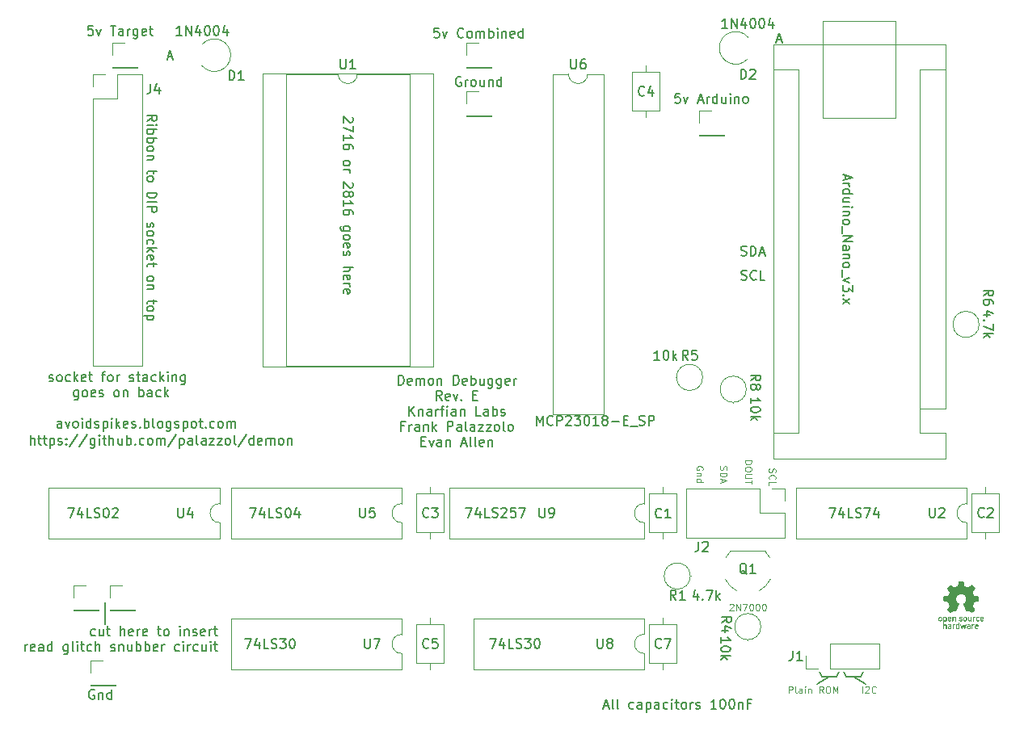
<source format=gto>
G04 #@! TF.GenerationSoftware,KiCad,Pcbnew,(6.0.0)*
G04 #@! TF.CreationDate,2022-11-09T00:09:39-05:00*
G04 #@! TF.ProjectId,io_i2c,696f5f69-3263-42e6-9b69-6361645f7063,rev?*
G04 #@! TF.SameCoordinates,Original*
G04 #@! TF.FileFunction,Legend,Top*
G04 #@! TF.FilePolarity,Positive*
%FSLAX46Y46*%
G04 Gerber Fmt 4.6, Leading zero omitted, Abs format (unit mm)*
G04 Created by KiCad (PCBNEW (6.0.0)) date 2022-11-09 00:09:39*
%MOMM*%
%LPD*%
G01*
G04 APERTURE LIST*
%ADD10C,0.150000*%
%ADD11C,0.100000*%
%ADD12C,0.120000*%
%ADD13C,1.600000*%
%ADD14O,1.600000X1.600000*%
%ADD15R,1.600000X1.600000*%
%ADD16C,3.200000*%
%ADD17R,1.700000X1.700000*%
%ADD18R,2.200000X2.200000*%
%ADD19O,2.200000X2.200000*%
%ADD20O,1.700000X1.700000*%
%ADD21R,1.500000X1.500000*%
%ADD22C,1.500000*%
G04 APERTURE END LIST*
D10*
X169291000Y-163957000D02*
X170815000Y-163957000D01*
X169291000Y-163957000D02*
X169037000Y-163449000D01*
X94234000Y-156210000D02*
X94234000Y-158496000D01*
X171831000Y-163957000D02*
X173355000Y-163957000D01*
X172593000Y-163957000D02*
X173863000Y-164719000D01*
X171831000Y-163957000D02*
X171577000Y-163449000D01*
X170053000Y-163957000D02*
X168783000Y-164719000D01*
X170815000Y-163957000D02*
X171069000Y-163449000D01*
X173355000Y-163957000D02*
X173609000Y-163449000D01*
D11*
X163790666Y-142168666D02*
X163757333Y-142268666D01*
X163757333Y-142435333D01*
X163790666Y-142502000D01*
X163824000Y-142535333D01*
X163890666Y-142568666D01*
X163957333Y-142568666D01*
X164024000Y-142535333D01*
X164057333Y-142502000D01*
X164090666Y-142435333D01*
X164124000Y-142302000D01*
X164157333Y-142235333D01*
X164190666Y-142202000D01*
X164257333Y-142168666D01*
X164324000Y-142168666D01*
X164390666Y-142202000D01*
X164424000Y-142235333D01*
X164457333Y-142302000D01*
X164457333Y-142468666D01*
X164424000Y-142568666D01*
X163824000Y-143268666D02*
X163790666Y-143235333D01*
X163757333Y-143135333D01*
X163757333Y-143068666D01*
X163790666Y-142968666D01*
X163857333Y-142902000D01*
X163924000Y-142868666D01*
X164057333Y-142835333D01*
X164157333Y-142835333D01*
X164290666Y-142868666D01*
X164357333Y-142902000D01*
X164424000Y-142968666D01*
X164457333Y-143068666D01*
X164457333Y-143135333D01*
X164424000Y-143235333D01*
X164390666Y-143268666D01*
X163757333Y-143902000D02*
X163757333Y-143568666D01*
X164457333Y-143568666D01*
D10*
X93169738Y-159619761D02*
X93074500Y-159667380D01*
X92884023Y-159667380D01*
X92788785Y-159619761D01*
X92741166Y-159572142D01*
X92693547Y-159476904D01*
X92693547Y-159191190D01*
X92741166Y-159095952D01*
X92788785Y-159048333D01*
X92884023Y-159000714D01*
X93074500Y-159000714D01*
X93169738Y-159048333D01*
X94026880Y-159000714D02*
X94026880Y-159667380D01*
X93598309Y-159000714D02*
X93598309Y-159524523D01*
X93645928Y-159619761D01*
X93741166Y-159667380D01*
X93884023Y-159667380D01*
X93979261Y-159619761D01*
X94026880Y-159572142D01*
X94360214Y-159000714D02*
X94741166Y-159000714D01*
X94503071Y-158667380D02*
X94503071Y-159524523D01*
X94550690Y-159619761D01*
X94645928Y-159667380D01*
X94741166Y-159667380D01*
X95836404Y-159667380D02*
X95836404Y-158667380D01*
X96264976Y-159667380D02*
X96264976Y-159143571D01*
X96217357Y-159048333D01*
X96122119Y-159000714D01*
X95979261Y-159000714D01*
X95884023Y-159048333D01*
X95836404Y-159095952D01*
X97122119Y-159619761D02*
X97026880Y-159667380D01*
X96836404Y-159667380D01*
X96741166Y-159619761D01*
X96693547Y-159524523D01*
X96693547Y-159143571D01*
X96741166Y-159048333D01*
X96836404Y-159000714D01*
X97026880Y-159000714D01*
X97122119Y-159048333D01*
X97169738Y-159143571D01*
X97169738Y-159238809D01*
X96693547Y-159334047D01*
X97598309Y-159667380D02*
X97598309Y-159000714D01*
X97598309Y-159191190D02*
X97645928Y-159095952D01*
X97693547Y-159048333D01*
X97788785Y-159000714D01*
X97884023Y-159000714D01*
X98598309Y-159619761D02*
X98503071Y-159667380D01*
X98312595Y-159667380D01*
X98217357Y-159619761D01*
X98169738Y-159524523D01*
X98169738Y-159143571D01*
X98217357Y-159048333D01*
X98312595Y-159000714D01*
X98503071Y-159000714D01*
X98598309Y-159048333D01*
X98645928Y-159143571D01*
X98645928Y-159238809D01*
X98169738Y-159334047D01*
X99693547Y-159000714D02*
X100074500Y-159000714D01*
X99836404Y-158667380D02*
X99836404Y-159524523D01*
X99884023Y-159619761D01*
X99979261Y-159667380D01*
X100074500Y-159667380D01*
X100550690Y-159667380D02*
X100455452Y-159619761D01*
X100407833Y-159572142D01*
X100360214Y-159476904D01*
X100360214Y-159191190D01*
X100407833Y-159095952D01*
X100455452Y-159048333D01*
X100550690Y-159000714D01*
X100693547Y-159000714D01*
X100788785Y-159048333D01*
X100836404Y-159095952D01*
X100884023Y-159191190D01*
X100884023Y-159476904D01*
X100836404Y-159572142D01*
X100788785Y-159619761D01*
X100693547Y-159667380D01*
X100550690Y-159667380D01*
X102074500Y-159667380D02*
X102074500Y-159000714D01*
X102074500Y-158667380D02*
X102026880Y-158715000D01*
X102074500Y-158762619D01*
X102122119Y-158715000D01*
X102074500Y-158667380D01*
X102074500Y-158762619D01*
X102550690Y-159000714D02*
X102550690Y-159667380D01*
X102550690Y-159095952D02*
X102598309Y-159048333D01*
X102693547Y-159000714D01*
X102836404Y-159000714D01*
X102931642Y-159048333D01*
X102979261Y-159143571D01*
X102979261Y-159667380D01*
X103407833Y-159619761D02*
X103503071Y-159667380D01*
X103693547Y-159667380D01*
X103788785Y-159619761D01*
X103836404Y-159524523D01*
X103836404Y-159476904D01*
X103788785Y-159381666D01*
X103693547Y-159334047D01*
X103550690Y-159334047D01*
X103455452Y-159286428D01*
X103407833Y-159191190D01*
X103407833Y-159143571D01*
X103455452Y-159048333D01*
X103550690Y-159000714D01*
X103693547Y-159000714D01*
X103788785Y-159048333D01*
X104645928Y-159619761D02*
X104550690Y-159667380D01*
X104360214Y-159667380D01*
X104264976Y-159619761D01*
X104217357Y-159524523D01*
X104217357Y-159143571D01*
X104264976Y-159048333D01*
X104360214Y-159000714D01*
X104550690Y-159000714D01*
X104645928Y-159048333D01*
X104693547Y-159143571D01*
X104693547Y-159238809D01*
X104217357Y-159334047D01*
X105122119Y-159667380D02*
X105122119Y-159000714D01*
X105122119Y-159191190D02*
X105169738Y-159095952D01*
X105217357Y-159048333D01*
X105312595Y-159000714D01*
X105407833Y-159000714D01*
X105598309Y-159000714D02*
X105979261Y-159000714D01*
X105741166Y-158667380D02*
X105741166Y-159524523D01*
X105788785Y-159619761D01*
X105884023Y-159667380D01*
X105979261Y-159667380D01*
X85836404Y-161277380D02*
X85836404Y-160610714D01*
X85836404Y-160801190D02*
X85884023Y-160705952D01*
X85931642Y-160658333D01*
X86026880Y-160610714D01*
X86122119Y-160610714D01*
X86836404Y-161229761D02*
X86741166Y-161277380D01*
X86550690Y-161277380D01*
X86455452Y-161229761D01*
X86407833Y-161134523D01*
X86407833Y-160753571D01*
X86455452Y-160658333D01*
X86550690Y-160610714D01*
X86741166Y-160610714D01*
X86836404Y-160658333D01*
X86884023Y-160753571D01*
X86884023Y-160848809D01*
X86407833Y-160944047D01*
X87741166Y-161277380D02*
X87741166Y-160753571D01*
X87693547Y-160658333D01*
X87598309Y-160610714D01*
X87407833Y-160610714D01*
X87312595Y-160658333D01*
X87741166Y-161229761D02*
X87645928Y-161277380D01*
X87407833Y-161277380D01*
X87312595Y-161229761D01*
X87264976Y-161134523D01*
X87264976Y-161039285D01*
X87312595Y-160944047D01*
X87407833Y-160896428D01*
X87645928Y-160896428D01*
X87741166Y-160848809D01*
X88645928Y-161277380D02*
X88645928Y-160277380D01*
X88645928Y-161229761D02*
X88550690Y-161277380D01*
X88360214Y-161277380D01*
X88264976Y-161229761D01*
X88217357Y-161182142D01*
X88169738Y-161086904D01*
X88169738Y-160801190D01*
X88217357Y-160705952D01*
X88264976Y-160658333D01*
X88360214Y-160610714D01*
X88550690Y-160610714D01*
X88645928Y-160658333D01*
X90312595Y-160610714D02*
X90312595Y-161420238D01*
X90264976Y-161515476D01*
X90217357Y-161563095D01*
X90122119Y-161610714D01*
X89979261Y-161610714D01*
X89884023Y-161563095D01*
X90312595Y-161229761D02*
X90217357Y-161277380D01*
X90026880Y-161277380D01*
X89931642Y-161229761D01*
X89884023Y-161182142D01*
X89836404Y-161086904D01*
X89836404Y-160801190D01*
X89884023Y-160705952D01*
X89931642Y-160658333D01*
X90026880Y-160610714D01*
X90217357Y-160610714D01*
X90312595Y-160658333D01*
X90931642Y-161277380D02*
X90836404Y-161229761D01*
X90788785Y-161134523D01*
X90788785Y-160277380D01*
X91312595Y-161277380D02*
X91312595Y-160610714D01*
X91312595Y-160277380D02*
X91264976Y-160325000D01*
X91312595Y-160372619D01*
X91360214Y-160325000D01*
X91312595Y-160277380D01*
X91312595Y-160372619D01*
X91645928Y-160610714D02*
X92026880Y-160610714D01*
X91788785Y-160277380D02*
X91788785Y-161134523D01*
X91836404Y-161229761D01*
X91931642Y-161277380D01*
X92026880Y-161277380D01*
X92788785Y-161229761D02*
X92693547Y-161277380D01*
X92503071Y-161277380D01*
X92407833Y-161229761D01*
X92360214Y-161182142D01*
X92312595Y-161086904D01*
X92312595Y-160801190D01*
X92360214Y-160705952D01*
X92407833Y-160658333D01*
X92503071Y-160610714D01*
X92693547Y-160610714D01*
X92788785Y-160658333D01*
X93217357Y-161277380D02*
X93217357Y-160277380D01*
X93645928Y-161277380D02*
X93645928Y-160753571D01*
X93598309Y-160658333D01*
X93503071Y-160610714D01*
X93360214Y-160610714D01*
X93264976Y-160658333D01*
X93217357Y-160705952D01*
X94836404Y-161229761D02*
X94931642Y-161277380D01*
X95122119Y-161277380D01*
X95217357Y-161229761D01*
X95264976Y-161134523D01*
X95264976Y-161086904D01*
X95217357Y-160991666D01*
X95122119Y-160944047D01*
X94979261Y-160944047D01*
X94884023Y-160896428D01*
X94836404Y-160801190D01*
X94836404Y-160753571D01*
X94884023Y-160658333D01*
X94979261Y-160610714D01*
X95122119Y-160610714D01*
X95217357Y-160658333D01*
X95693547Y-160610714D02*
X95693547Y-161277380D01*
X95693547Y-160705952D02*
X95741166Y-160658333D01*
X95836404Y-160610714D01*
X95979261Y-160610714D01*
X96074500Y-160658333D01*
X96122119Y-160753571D01*
X96122119Y-161277380D01*
X97026880Y-160610714D02*
X97026880Y-161277380D01*
X96598309Y-160610714D02*
X96598309Y-161134523D01*
X96645928Y-161229761D01*
X96741166Y-161277380D01*
X96884023Y-161277380D01*
X96979261Y-161229761D01*
X97026880Y-161182142D01*
X97503071Y-161277380D02*
X97503071Y-160277380D01*
X97503071Y-160658333D02*
X97598309Y-160610714D01*
X97788785Y-160610714D01*
X97884023Y-160658333D01*
X97931642Y-160705952D01*
X97979261Y-160801190D01*
X97979261Y-161086904D01*
X97931642Y-161182142D01*
X97884023Y-161229761D01*
X97788785Y-161277380D01*
X97598309Y-161277380D01*
X97503071Y-161229761D01*
X98407833Y-161277380D02*
X98407833Y-160277380D01*
X98407833Y-160658333D02*
X98503071Y-160610714D01*
X98693547Y-160610714D01*
X98788785Y-160658333D01*
X98836404Y-160705952D01*
X98884023Y-160801190D01*
X98884023Y-161086904D01*
X98836404Y-161182142D01*
X98788785Y-161229761D01*
X98693547Y-161277380D01*
X98503071Y-161277380D01*
X98407833Y-161229761D01*
X99693547Y-161229761D02*
X99598309Y-161277380D01*
X99407833Y-161277380D01*
X99312595Y-161229761D01*
X99264976Y-161134523D01*
X99264976Y-160753571D01*
X99312595Y-160658333D01*
X99407833Y-160610714D01*
X99598309Y-160610714D01*
X99693547Y-160658333D01*
X99741166Y-160753571D01*
X99741166Y-160848809D01*
X99264976Y-160944047D01*
X100169738Y-161277380D02*
X100169738Y-160610714D01*
X100169738Y-160801190D02*
X100217357Y-160705952D01*
X100264976Y-160658333D01*
X100360214Y-160610714D01*
X100455452Y-160610714D01*
X101979261Y-161229761D02*
X101884023Y-161277380D01*
X101693547Y-161277380D01*
X101598309Y-161229761D01*
X101550690Y-161182142D01*
X101503071Y-161086904D01*
X101503071Y-160801190D01*
X101550690Y-160705952D01*
X101598309Y-160658333D01*
X101693547Y-160610714D01*
X101884023Y-160610714D01*
X101979261Y-160658333D01*
X102407833Y-161277380D02*
X102407833Y-160610714D01*
X102407833Y-160277380D02*
X102360214Y-160325000D01*
X102407833Y-160372619D01*
X102455452Y-160325000D01*
X102407833Y-160277380D01*
X102407833Y-160372619D01*
X102884023Y-161277380D02*
X102884023Y-160610714D01*
X102884023Y-160801190D02*
X102931642Y-160705952D01*
X102979261Y-160658333D01*
X103074500Y-160610714D01*
X103169738Y-160610714D01*
X103931642Y-161229761D02*
X103836404Y-161277380D01*
X103645928Y-161277380D01*
X103550690Y-161229761D01*
X103503071Y-161182142D01*
X103455452Y-161086904D01*
X103455452Y-160801190D01*
X103503071Y-160705952D01*
X103550690Y-160658333D01*
X103645928Y-160610714D01*
X103836404Y-160610714D01*
X103931642Y-160658333D01*
X104788785Y-160610714D02*
X104788785Y-161277380D01*
X104360214Y-160610714D02*
X104360214Y-161134523D01*
X104407833Y-161229761D01*
X104503071Y-161277380D01*
X104645928Y-161277380D01*
X104741166Y-161229761D01*
X104788785Y-161182142D01*
X105264976Y-161277380D02*
X105264976Y-160610714D01*
X105264976Y-160277380D02*
X105217357Y-160325000D01*
X105264976Y-160372619D01*
X105312595Y-160325000D01*
X105264976Y-160277380D01*
X105264976Y-160372619D01*
X105598309Y-160610714D02*
X105979261Y-160610714D01*
X105741166Y-160277380D02*
X105741166Y-161134523D01*
X105788785Y-161229761D01*
X105884023Y-161277380D01*
X105979261Y-161277380D01*
X93083142Y-165362000D02*
X92987904Y-165314380D01*
X92845047Y-165314380D01*
X92702190Y-165362000D01*
X92606952Y-165457238D01*
X92559333Y-165552476D01*
X92511714Y-165742952D01*
X92511714Y-165885809D01*
X92559333Y-166076285D01*
X92606952Y-166171523D01*
X92702190Y-166266761D01*
X92845047Y-166314380D01*
X92940285Y-166314380D01*
X93083142Y-166266761D01*
X93130761Y-166219142D01*
X93130761Y-165885809D01*
X92940285Y-165885809D01*
X93559333Y-165647714D02*
X93559333Y-166314380D01*
X93559333Y-165742952D02*
X93606952Y-165695333D01*
X93702190Y-165647714D01*
X93845047Y-165647714D01*
X93940285Y-165695333D01*
X93987904Y-165790571D01*
X93987904Y-166314380D01*
X94892666Y-166314380D02*
X94892666Y-165314380D01*
X94892666Y-166266761D02*
X94797428Y-166314380D01*
X94606952Y-166314380D01*
X94511714Y-166266761D01*
X94464095Y-166219142D01*
X94416476Y-166123904D01*
X94416476Y-165838190D01*
X94464095Y-165742952D01*
X94511714Y-165695333D01*
X94606952Y-165647714D01*
X94797428Y-165647714D01*
X94892666Y-165695333D01*
X124944952Y-133376380D02*
X124944952Y-132376380D01*
X125183047Y-132376380D01*
X125325904Y-132424000D01*
X125421142Y-132519238D01*
X125468761Y-132614476D01*
X125516380Y-132804952D01*
X125516380Y-132947809D01*
X125468761Y-133138285D01*
X125421142Y-133233523D01*
X125325904Y-133328761D01*
X125183047Y-133376380D01*
X124944952Y-133376380D01*
X126325904Y-133328761D02*
X126230666Y-133376380D01*
X126040190Y-133376380D01*
X125944952Y-133328761D01*
X125897333Y-133233523D01*
X125897333Y-132852571D01*
X125944952Y-132757333D01*
X126040190Y-132709714D01*
X126230666Y-132709714D01*
X126325904Y-132757333D01*
X126373523Y-132852571D01*
X126373523Y-132947809D01*
X125897333Y-133043047D01*
X126802095Y-133376380D02*
X126802095Y-132709714D01*
X126802095Y-132804952D02*
X126849714Y-132757333D01*
X126944952Y-132709714D01*
X127087809Y-132709714D01*
X127183047Y-132757333D01*
X127230666Y-132852571D01*
X127230666Y-133376380D01*
X127230666Y-132852571D02*
X127278285Y-132757333D01*
X127373523Y-132709714D01*
X127516380Y-132709714D01*
X127611619Y-132757333D01*
X127659238Y-132852571D01*
X127659238Y-133376380D01*
X128278285Y-133376380D02*
X128183047Y-133328761D01*
X128135428Y-133281142D01*
X128087809Y-133185904D01*
X128087809Y-132900190D01*
X128135428Y-132804952D01*
X128183047Y-132757333D01*
X128278285Y-132709714D01*
X128421142Y-132709714D01*
X128516380Y-132757333D01*
X128564000Y-132804952D01*
X128611619Y-132900190D01*
X128611619Y-133185904D01*
X128564000Y-133281142D01*
X128516380Y-133328761D01*
X128421142Y-133376380D01*
X128278285Y-133376380D01*
X129040190Y-132709714D02*
X129040190Y-133376380D01*
X129040190Y-132804952D02*
X129087809Y-132757333D01*
X129183047Y-132709714D01*
X129325904Y-132709714D01*
X129421142Y-132757333D01*
X129468761Y-132852571D01*
X129468761Y-133376380D01*
X130706857Y-133376380D02*
X130706857Y-132376380D01*
X130944952Y-132376380D01*
X131087809Y-132424000D01*
X131183047Y-132519238D01*
X131230666Y-132614476D01*
X131278285Y-132804952D01*
X131278285Y-132947809D01*
X131230666Y-133138285D01*
X131183047Y-133233523D01*
X131087809Y-133328761D01*
X130944952Y-133376380D01*
X130706857Y-133376380D01*
X132087809Y-133328761D02*
X131992571Y-133376380D01*
X131802095Y-133376380D01*
X131706857Y-133328761D01*
X131659238Y-133233523D01*
X131659238Y-132852571D01*
X131706857Y-132757333D01*
X131802095Y-132709714D01*
X131992571Y-132709714D01*
X132087809Y-132757333D01*
X132135428Y-132852571D01*
X132135428Y-132947809D01*
X131659238Y-133043047D01*
X132564000Y-133376380D02*
X132564000Y-132376380D01*
X132564000Y-132757333D02*
X132659238Y-132709714D01*
X132849714Y-132709714D01*
X132944952Y-132757333D01*
X132992571Y-132804952D01*
X133040190Y-132900190D01*
X133040190Y-133185904D01*
X132992571Y-133281142D01*
X132944952Y-133328761D01*
X132849714Y-133376380D01*
X132659238Y-133376380D01*
X132564000Y-133328761D01*
X133897333Y-132709714D02*
X133897333Y-133376380D01*
X133468761Y-132709714D02*
X133468761Y-133233523D01*
X133516380Y-133328761D01*
X133611619Y-133376380D01*
X133754476Y-133376380D01*
X133849714Y-133328761D01*
X133897333Y-133281142D01*
X134802095Y-132709714D02*
X134802095Y-133519238D01*
X134754476Y-133614476D01*
X134706857Y-133662095D01*
X134611619Y-133709714D01*
X134468761Y-133709714D01*
X134373523Y-133662095D01*
X134802095Y-133328761D02*
X134706857Y-133376380D01*
X134516380Y-133376380D01*
X134421142Y-133328761D01*
X134373523Y-133281142D01*
X134325904Y-133185904D01*
X134325904Y-132900190D01*
X134373523Y-132804952D01*
X134421142Y-132757333D01*
X134516380Y-132709714D01*
X134706857Y-132709714D01*
X134802095Y-132757333D01*
X135706857Y-132709714D02*
X135706857Y-133519238D01*
X135659238Y-133614476D01*
X135611619Y-133662095D01*
X135516380Y-133709714D01*
X135373523Y-133709714D01*
X135278285Y-133662095D01*
X135706857Y-133328761D02*
X135611619Y-133376380D01*
X135421142Y-133376380D01*
X135325904Y-133328761D01*
X135278285Y-133281142D01*
X135230666Y-133185904D01*
X135230666Y-132900190D01*
X135278285Y-132804952D01*
X135325904Y-132757333D01*
X135421142Y-132709714D01*
X135611619Y-132709714D01*
X135706857Y-132757333D01*
X136564000Y-133328761D02*
X136468761Y-133376380D01*
X136278285Y-133376380D01*
X136183047Y-133328761D01*
X136135428Y-133233523D01*
X136135428Y-132852571D01*
X136183047Y-132757333D01*
X136278285Y-132709714D01*
X136468761Y-132709714D01*
X136564000Y-132757333D01*
X136611619Y-132852571D01*
X136611619Y-132947809D01*
X136135428Y-133043047D01*
X137040190Y-133376380D02*
X137040190Y-132709714D01*
X137040190Y-132900190D02*
X137087809Y-132804952D01*
X137135428Y-132757333D01*
X137230666Y-132709714D01*
X137325904Y-132709714D01*
X129492571Y-134986380D02*
X129159238Y-134510190D01*
X128921142Y-134986380D02*
X128921142Y-133986380D01*
X129302095Y-133986380D01*
X129397333Y-134034000D01*
X129444952Y-134081619D01*
X129492571Y-134176857D01*
X129492571Y-134319714D01*
X129444952Y-134414952D01*
X129397333Y-134462571D01*
X129302095Y-134510190D01*
X128921142Y-134510190D01*
X130302095Y-134938761D02*
X130206857Y-134986380D01*
X130016380Y-134986380D01*
X129921142Y-134938761D01*
X129873523Y-134843523D01*
X129873523Y-134462571D01*
X129921142Y-134367333D01*
X130016380Y-134319714D01*
X130206857Y-134319714D01*
X130302095Y-134367333D01*
X130349714Y-134462571D01*
X130349714Y-134557809D01*
X129873523Y-134653047D01*
X130683047Y-134319714D02*
X130921142Y-134986380D01*
X131159238Y-134319714D01*
X131540190Y-134891142D02*
X131587809Y-134938761D01*
X131540190Y-134986380D01*
X131492571Y-134938761D01*
X131540190Y-134891142D01*
X131540190Y-134986380D01*
X132778285Y-134462571D02*
X133111619Y-134462571D01*
X133254476Y-134986380D02*
X132778285Y-134986380D01*
X132778285Y-133986380D01*
X133254476Y-133986380D01*
X126064000Y-136596380D02*
X126064000Y-135596380D01*
X126635428Y-136596380D02*
X126206857Y-136024952D01*
X126635428Y-135596380D02*
X126064000Y-136167809D01*
X127064000Y-135929714D02*
X127064000Y-136596380D01*
X127064000Y-136024952D02*
X127111619Y-135977333D01*
X127206857Y-135929714D01*
X127349714Y-135929714D01*
X127444952Y-135977333D01*
X127492571Y-136072571D01*
X127492571Y-136596380D01*
X128397333Y-136596380D02*
X128397333Y-136072571D01*
X128349714Y-135977333D01*
X128254476Y-135929714D01*
X128064000Y-135929714D01*
X127968761Y-135977333D01*
X128397333Y-136548761D02*
X128302095Y-136596380D01*
X128064000Y-136596380D01*
X127968761Y-136548761D01*
X127921142Y-136453523D01*
X127921142Y-136358285D01*
X127968761Y-136263047D01*
X128064000Y-136215428D01*
X128302095Y-136215428D01*
X128397333Y-136167809D01*
X128873523Y-136596380D02*
X128873523Y-135929714D01*
X128873523Y-136120190D02*
X128921142Y-136024952D01*
X128968761Y-135977333D01*
X129064000Y-135929714D01*
X129159238Y-135929714D01*
X129349714Y-135929714D02*
X129730666Y-135929714D01*
X129492571Y-136596380D02*
X129492571Y-135739238D01*
X129540190Y-135644000D01*
X129635428Y-135596380D01*
X129730666Y-135596380D01*
X130064000Y-136596380D02*
X130064000Y-135929714D01*
X130064000Y-135596380D02*
X130016380Y-135644000D01*
X130064000Y-135691619D01*
X130111619Y-135644000D01*
X130064000Y-135596380D01*
X130064000Y-135691619D01*
X130968761Y-136596380D02*
X130968761Y-136072571D01*
X130921142Y-135977333D01*
X130825904Y-135929714D01*
X130635428Y-135929714D01*
X130540190Y-135977333D01*
X130968761Y-136548761D02*
X130873523Y-136596380D01*
X130635428Y-136596380D01*
X130540190Y-136548761D01*
X130492571Y-136453523D01*
X130492571Y-136358285D01*
X130540190Y-136263047D01*
X130635428Y-136215428D01*
X130873523Y-136215428D01*
X130968761Y-136167809D01*
X131444952Y-135929714D02*
X131444952Y-136596380D01*
X131444952Y-136024952D02*
X131492571Y-135977333D01*
X131587809Y-135929714D01*
X131730666Y-135929714D01*
X131825904Y-135977333D01*
X131873523Y-136072571D01*
X131873523Y-136596380D01*
X133587809Y-136596380D02*
X133111619Y-136596380D01*
X133111619Y-135596380D01*
X134349714Y-136596380D02*
X134349714Y-136072571D01*
X134302095Y-135977333D01*
X134206857Y-135929714D01*
X134016380Y-135929714D01*
X133921142Y-135977333D01*
X134349714Y-136548761D02*
X134254476Y-136596380D01*
X134016380Y-136596380D01*
X133921142Y-136548761D01*
X133873523Y-136453523D01*
X133873523Y-136358285D01*
X133921142Y-136263047D01*
X134016380Y-136215428D01*
X134254476Y-136215428D01*
X134349714Y-136167809D01*
X134825904Y-136596380D02*
X134825904Y-135596380D01*
X134825904Y-135977333D02*
X134921142Y-135929714D01*
X135111619Y-135929714D01*
X135206857Y-135977333D01*
X135254476Y-136024952D01*
X135302095Y-136120190D01*
X135302095Y-136405904D01*
X135254476Y-136501142D01*
X135206857Y-136548761D01*
X135111619Y-136596380D01*
X134921142Y-136596380D01*
X134825904Y-136548761D01*
X135683047Y-136548761D02*
X135778285Y-136596380D01*
X135968761Y-136596380D01*
X136064000Y-136548761D01*
X136111619Y-136453523D01*
X136111619Y-136405904D01*
X136064000Y-136310666D01*
X135968761Y-136263047D01*
X135825904Y-136263047D01*
X135730666Y-136215428D01*
X135683047Y-136120190D01*
X135683047Y-136072571D01*
X135730666Y-135977333D01*
X135825904Y-135929714D01*
X135968761Y-135929714D01*
X136064000Y-135977333D01*
X125564000Y-137682571D02*
X125230666Y-137682571D01*
X125230666Y-138206380D02*
X125230666Y-137206380D01*
X125706857Y-137206380D01*
X126087809Y-138206380D02*
X126087809Y-137539714D01*
X126087809Y-137730190D02*
X126135428Y-137634952D01*
X126183047Y-137587333D01*
X126278285Y-137539714D01*
X126373523Y-137539714D01*
X127135428Y-138206380D02*
X127135428Y-137682571D01*
X127087809Y-137587333D01*
X126992571Y-137539714D01*
X126802095Y-137539714D01*
X126706857Y-137587333D01*
X127135428Y-138158761D02*
X127040190Y-138206380D01*
X126802095Y-138206380D01*
X126706857Y-138158761D01*
X126659238Y-138063523D01*
X126659238Y-137968285D01*
X126706857Y-137873047D01*
X126802095Y-137825428D01*
X127040190Y-137825428D01*
X127135428Y-137777809D01*
X127611619Y-137539714D02*
X127611619Y-138206380D01*
X127611619Y-137634952D02*
X127659238Y-137587333D01*
X127754476Y-137539714D01*
X127897333Y-137539714D01*
X127992571Y-137587333D01*
X128040190Y-137682571D01*
X128040190Y-138206380D01*
X128516380Y-138206380D02*
X128516380Y-137206380D01*
X128611619Y-137825428D02*
X128897333Y-138206380D01*
X128897333Y-137539714D02*
X128516380Y-137920666D01*
X130087809Y-138206380D02*
X130087809Y-137206380D01*
X130468761Y-137206380D01*
X130564000Y-137254000D01*
X130611619Y-137301619D01*
X130659238Y-137396857D01*
X130659238Y-137539714D01*
X130611619Y-137634952D01*
X130564000Y-137682571D01*
X130468761Y-137730190D01*
X130087809Y-137730190D01*
X131516380Y-138206380D02*
X131516380Y-137682571D01*
X131468761Y-137587333D01*
X131373523Y-137539714D01*
X131183047Y-137539714D01*
X131087809Y-137587333D01*
X131516380Y-138158761D02*
X131421142Y-138206380D01*
X131183047Y-138206380D01*
X131087809Y-138158761D01*
X131040190Y-138063523D01*
X131040190Y-137968285D01*
X131087809Y-137873047D01*
X131183047Y-137825428D01*
X131421142Y-137825428D01*
X131516380Y-137777809D01*
X132135428Y-138206380D02*
X132040190Y-138158761D01*
X131992571Y-138063523D01*
X131992571Y-137206380D01*
X132944952Y-138206380D02*
X132944952Y-137682571D01*
X132897333Y-137587333D01*
X132802095Y-137539714D01*
X132611619Y-137539714D01*
X132516380Y-137587333D01*
X132944952Y-138158761D02*
X132849714Y-138206380D01*
X132611619Y-138206380D01*
X132516380Y-138158761D01*
X132468761Y-138063523D01*
X132468761Y-137968285D01*
X132516380Y-137873047D01*
X132611619Y-137825428D01*
X132849714Y-137825428D01*
X132944952Y-137777809D01*
X133325904Y-137539714D02*
X133849714Y-137539714D01*
X133325904Y-138206380D01*
X133849714Y-138206380D01*
X134135428Y-137539714D02*
X134659238Y-137539714D01*
X134135428Y-138206380D01*
X134659238Y-138206380D01*
X135183047Y-138206380D02*
X135087809Y-138158761D01*
X135040190Y-138111142D01*
X134992571Y-138015904D01*
X134992571Y-137730190D01*
X135040190Y-137634952D01*
X135087809Y-137587333D01*
X135183047Y-137539714D01*
X135325904Y-137539714D01*
X135421142Y-137587333D01*
X135468761Y-137634952D01*
X135516380Y-137730190D01*
X135516380Y-138015904D01*
X135468761Y-138111142D01*
X135421142Y-138158761D01*
X135325904Y-138206380D01*
X135183047Y-138206380D01*
X136087809Y-138206380D02*
X135992571Y-138158761D01*
X135944952Y-138063523D01*
X135944952Y-137206380D01*
X136611619Y-138206380D02*
X136516380Y-138158761D01*
X136468761Y-138111142D01*
X136421142Y-138015904D01*
X136421142Y-137730190D01*
X136468761Y-137634952D01*
X136516380Y-137587333D01*
X136611619Y-137539714D01*
X136754476Y-137539714D01*
X136849714Y-137587333D01*
X136897333Y-137634952D01*
X136944952Y-137730190D01*
X136944952Y-138015904D01*
X136897333Y-138111142D01*
X136849714Y-138158761D01*
X136754476Y-138206380D01*
X136611619Y-138206380D01*
X127349714Y-139292571D02*
X127683047Y-139292571D01*
X127825904Y-139816380D02*
X127349714Y-139816380D01*
X127349714Y-138816380D01*
X127825904Y-138816380D01*
X128159238Y-139149714D02*
X128397333Y-139816380D01*
X128635428Y-139149714D01*
X129444952Y-139816380D02*
X129444952Y-139292571D01*
X129397333Y-139197333D01*
X129302095Y-139149714D01*
X129111619Y-139149714D01*
X129016380Y-139197333D01*
X129444952Y-139768761D02*
X129349714Y-139816380D01*
X129111619Y-139816380D01*
X129016380Y-139768761D01*
X128968761Y-139673523D01*
X128968761Y-139578285D01*
X129016380Y-139483047D01*
X129111619Y-139435428D01*
X129349714Y-139435428D01*
X129444952Y-139387809D01*
X129921142Y-139149714D02*
X129921142Y-139816380D01*
X129921142Y-139244952D02*
X129968761Y-139197333D01*
X130064000Y-139149714D01*
X130206857Y-139149714D01*
X130302095Y-139197333D01*
X130349714Y-139292571D01*
X130349714Y-139816380D01*
X131540190Y-139530666D02*
X132016380Y-139530666D01*
X131444952Y-139816380D02*
X131778285Y-138816380D01*
X132111619Y-139816380D01*
X132587809Y-139816380D02*
X132492571Y-139768761D01*
X132444952Y-139673523D01*
X132444952Y-138816380D01*
X133111619Y-139816380D02*
X133016380Y-139768761D01*
X132968761Y-139673523D01*
X132968761Y-138816380D01*
X133873523Y-139768761D02*
X133778285Y-139816380D01*
X133587809Y-139816380D01*
X133492571Y-139768761D01*
X133444952Y-139673523D01*
X133444952Y-139292571D01*
X133492571Y-139197333D01*
X133587809Y-139149714D01*
X133778285Y-139149714D01*
X133873523Y-139197333D01*
X133921142Y-139292571D01*
X133921142Y-139387809D01*
X133444952Y-139483047D01*
X134349714Y-139149714D02*
X134349714Y-139816380D01*
X134349714Y-139244952D02*
X134397333Y-139197333D01*
X134492571Y-139149714D01*
X134635428Y-139149714D01*
X134730666Y-139197333D01*
X134778285Y-139292571D01*
X134778285Y-139816380D01*
X120086380Y-105292095D02*
X120134000Y-105339714D01*
X120181619Y-105434952D01*
X120181619Y-105673047D01*
X120134000Y-105768285D01*
X120086380Y-105815904D01*
X119991142Y-105863523D01*
X119895904Y-105863523D01*
X119753047Y-105815904D01*
X119181619Y-105244476D01*
X119181619Y-105863523D01*
X120181619Y-106196857D02*
X120181619Y-106863523D01*
X119181619Y-106434952D01*
X119181619Y-107768285D02*
X119181619Y-107196857D01*
X119181619Y-107482571D02*
X120181619Y-107482571D01*
X120038761Y-107387333D01*
X119943523Y-107292095D01*
X119895904Y-107196857D01*
X120181619Y-108625428D02*
X120181619Y-108434952D01*
X120134000Y-108339714D01*
X120086380Y-108292095D01*
X119943523Y-108196857D01*
X119753047Y-108149238D01*
X119372095Y-108149238D01*
X119276857Y-108196857D01*
X119229238Y-108244476D01*
X119181619Y-108339714D01*
X119181619Y-108530190D01*
X119229238Y-108625428D01*
X119276857Y-108673047D01*
X119372095Y-108720666D01*
X119610190Y-108720666D01*
X119705428Y-108673047D01*
X119753047Y-108625428D01*
X119800666Y-108530190D01*
X119800666Y-108339714D01*
X119753047Y-108244476D01*
X119705428Y-108196857D01*
X119610190Y-108149238D01*
X119181619Y-110054000D02*
X119229238Y-109958761D01*
X119276857Y-109911142D01*
X119372095Y-109863523D01*
X119657809Y-109863523D01*
X119753047Y-109911142D01*
X119800666Y-109958761D01*
X119848285Y-110054000D01*
X119848285Y-110196857D01*
X119800666Y-110292095D01*
X119753047Y-110339714D01*
X119657809Y-110387333D01*
X119372095Y-110387333D01*
X119276857Y-110339714D01*
X119229238Y-110292095D01*
X119181619Y-110196857D01*
X119181619Y-110054000D01*
X119181619Y-110815904D02*
X119848285Y-110815904D01*
X119657809Y-110815904D02*
X119753047Y-110863523D01*
X119800666Y-110911142D01*
X119848285Y-111006380D01*
X119848285Y-111101619D01*
X120086380Y-112149238D02*
X120134000Y-112196857D01*
X120181619Y-112292095D01*
X120181619Y-112530190D01*
X120134000Y-112625428D01*
X120086380Y-112673047D01*
X119991142Y-112720666D01*
X119895904Y-112720666D01*
X119753047Y-112673047D01*
X119181619Y-112101619D01*
X119181619Y-112720666D01*
X119753047Y-113292095D02*
X119800666Y-113196857D01*
X119848285Y-113149238D01*
X119943523Y-113101619D01*
X119991142Y-113101619D01*
X120086380Y-113149238D01*
X120134000Y-113196857D01*
X120181619Y-113292095D01*
X120181619Y-113482571D01*
X120134000Y-113577809D01*
X120086380Y-113625428D01*
X119991142Y-113673047D01*
X119943523Y-113673047D01*
X119848285Y-113625428D01*
X119800666Y-113577809D01*
X119753047Y-113482571D01*
X119753047Y-113292095D01*
X119705428Y-113196857D01*
X119657809Y-113149238D01*
X119562571Y-113101619D01*
X119372095Y-113101619D01*
X119276857Y-113149238D01*
X119229238Y-113196857D01*
X119181619Y-113292095D01*
X119181619Y-113482571D01*
X119229238Y-113577809D01*
X119276857Y-113625428D01*
X119372095Y-113673047D01*
X119562571Y-113673047D01*
X119657809Y-113625428D01*
X119705428Y-113577809D01*
X119753047Y-113482571D01*
X119181619Y-114625428D02*
X119181619Y-114054000D01*
X119181619Y-114339714D02*
X120181619Y-114339714D01*
X120038761Y-114244476D01*
X119943523Y-114149238D01*
X119895904Y-114054000D01*
X120181619Y-115482571D02*
X120181619Y-115292095D01*
X120134000Y-115196857D01*
X120086380Y-115149238D01*
X119943523Y-115054000D01*
X119753047Y-115006380D01*
X119372095Y-115006380D01*
X119276857Y-115054000D01*
X119229238Y-115101619D01*
X119181619Y-115196857D01*
X119181619Y-115387333D01*
X119229238Y-115482571D01*
X119276857Y-115530190D01*
X119372095Y-115577809D01*
X119610190Y-115577809D01*
X119705428Y-115530190D01*
X119753047Y-115482571D01*
X119800666Y-115387333D01*
X119800666Y-115196857D01*
X119753047Y-115101619D01*
X119705428Y-115054000D01*
X119610190Y-115006380D01*
X119848285Y-117196857D02*
X119038761Y-117196857D01*
X118943523Y-117149238D01*
X118895904Y-117101619D01*
X118848285Y-117006380D01*
X118848285Y-116863523D01*
X118895904Y-116768285D01*
X119229238Y-117196857D02*
X119181619Y-117101619D01*
X119181619Y-116911142D01*
X119229238Y-116815904D01*
X119276857Y-116768285D01*
X119372095Y-116720666D01*
X119657809Y-116720666D01*
X119753047Y-116768285D01*
X119800666Y-116815904D01*
X119848285Y-116911142D01*
X119848285Y-117101619D01*
X119800666Y-117196857D01*
X119181619Y-117815904D02*
X119229238Y-117720666D01*
X119276857Y-117673047D01*
X119372095Y-117625428D01*
X119657809Y-117625428D01*
X119753047Y-117673047D01*
X119800666Y-117720666D01*
X119848285Y-117815904D01*
X119848285Y-117958761D01*
X119800666Y-118054000D01*
X119753047Y-118101619D01*
X119657809Y-118149238D01*
X119372095Y-118149238D01*
X119276857Y-118101619D01*
X119229238Y-118054000D01*
X119181619Y-117958761D01*
X119181619Y-117815904D01*
X119229238Y-118958761D02*
X119181619Y-118863523D01*
X119181619Y-118673047D01*
X119229238Y-118577809D01*
X119324476Y-118530190D01*
X119705428Y-118530190D01*
X119800666Y-118577809D01*
X119848285Y-118673047D01*
X119848285Y-118863523D01*
X119800666Y-118958761D01*
X119705428Y-119006380D01*
X119610190Y-119006380D01*
X119514952Y-118530190D01*
X119229238Y-119387333D02*
X119181619Y-119482571D01*
X119181619Y-119673047D01*
X119229238Y-119768285D01*
X119324476Y-119815904D01*
X119372095Y-119815904D01*
X119467333Y-119768285D01*
X119514952Y-119673047D01*
X119514952Y-119530190D01*
X119562571Y-119434952D01*
X119657809Y-119387333D01*
X119705428Y-119387333D01*
X119800666Y-119434952D01*
X119848285Y-119530190D01*
X119848285Y-119673047D01*
X119800666Y-119768285D01*
X119181619Y-121006380D02*
X120181619Y-121006380D01*
X119181619Y-121434952D02*
X119705428Y-121434952D01*
X119800666Y-121387333D01*
X119848285Y-121292095D01*
X119848285Y-121149238D01*
X119800666Y-121054000D01*
X119753047Y-121006380D01*
X119229238Y-122292095D02*
X119181619Y-122196857D01*
X119181619Y-122006380D01*
X119229238Y-121911142D01*
X119324476Y-121863523D01*
X119705428Y-121863523D01*
X119800666Y-121911142D01*
X119848285Y-122006380D01*
X119848285Y-122196857D01*
X119800666Y-122292095D01*
X119705428Y-122339714D01*
X119610190Y-122339714D01*
X119514952Y-121863523D01*
X119181619Y-122768285D02*
X119848285Y-122768285D01*
X119657809Y-122768285D02*
X119753047Y-122815904D01*
X119800666Y-122863523D01*
X119848285Y-122958761D01*
X119848285Y-123054000D01*
X119229238Y-123768285D02*
X119181619Y-123673047D01*
X119181619Y-123482571D01*
X119229238Y-123387333D01*
X119324476Y-123339714D01*
X119705428Y-123339714D01*
X119800666Y-123387333D01*
X119848285Y-123482571D01*
X119848285Y-123673047D01*
X119800666Y-123768285D01*
X119705428Y-123815904D01*
X119610190Y-123815904D01*
X119514952Y-123339714D01*
X129183333Y-95972380D02*
X128707142Y-95972380D01*
X128659523Y-96448571D01*
X128707142Y-96400952D01*
X128802380Y-96353333D01*
X129040476Y-96353333D01*
X129135714Y-96400952D01*
X129183333Y-96448571D01*
X129230952Y-96543809D01*
X129230952Y-96781904D01*
X129183333Y-96877142D01*
X129135714Y-96924761D01*
X129040476Y-96972380D01*
X128802380Y-96972380D01*
X128707142Y-96924761D01*
X128659523Y-96877142D01*
X129564285Y-96305714D02*
X129802380Y-96972380D01*
X130040476Y-96305714D01*
X131754761Y-96877142D02*
X131707142Y-96924761D01*
X131564285Y-96972380D01*
X131469047Y-96972380D01*
X131326190Y-96924761D01*
X131230952Y-96829523D01*
X131183333Y-96734285D01*
X131135714Y-96543809D01*
X131135714Y-96400952D01*
X131183333Y-96210476D01*
X131230952Y-96115238D01*
X131326190Y-96020000D01*
X131469047Y-95972380D01*
X131564285Y-95972380D01*
X131707142Y-96020000D01*
X131754761Y-96067619D01*
X132326190Y-96972380D02*
X132230952Y-96924761D01*
X132183333Y-96877142D01*
X132135714Y-96781904D01*
X132135714Y-96496190D01*
X132183333Y-96400952D01*
X132230952Y-96353333D01*
X132326190Y-96305714D01*
X132469047Y-96305714D01*
X132564285Y-96353333D01*
X132611904Y-96400952D01*
X132659523Y-96496190D01*
X132659523Y-96781904D01*
X132611904Y-96877142D01*
X132564285Y-96924761D01*
X132469047Y-96972380D01*
X132326190Y-96972380D01*
X133088095Y-96972380D02*
X133088095Y-96305714D01*
X133088095Y-96400952D02*
X133135714Y-96353333D01*
X133230952Y-96305714D01*
X133373809Y-96305714D01*
X133469047Y-96353333D01*
X133516666Y-96448571D01*
X133516666Y-96972380D01*
X133516666Y-96448571D02*
X133564285Y-96353333D01*
X133659523Y-96305714D01*
X133802380Y-96305714D01*
X133897619Y-96353333D01*
X133945238Y-96448571D01*
X133945238Y-96972380D01*
X134421428Y-96972380D02*
X134421428Y-95972380D01*
X134421428Y-96353333D02*
X134516666Y-96305714D01*
X134707142Y-96305714D01*
X134802380Y-96353333D01*
X134850000Y-96400952D01*
X134897619Y-96496190D01*
X134897619Y-96781904D01*
X134850000Y-96877142D01*
X134802380Y-96924761D01*
X134707142Y-96972380D01*
X134516666Y-96972380D01*
X134421428Y-96924761D01*
X135326190Y-96972380D02*
X135326190Y-96305714D01*
X135326190Y-95972380D02*
X135278571Y-96020000D01*
X135326190Y-96067619D01*
X135373809Y-96020000D01*
X135326190Y-95972380D01*
X135326190Y-96067619D01*
X135802380Y-96305714D02*
X135802380Y-96972380D01*
X135802380Y-96400952D02*
X135850000Y-96353333D01*
X135945238Y-96305714D01*
X136088095Y-96305714D01*
X136183333Y-96353333D01*
X136230952Y-96448571D01*
X136230952Y-96972380D01*
X137088095Y-96924761D02*
X136992857Y-96972380D01*
X136802380Y-96972380D01*
X136707142Y-96924761D01*
X136659523Y-96829523D01*
X136659523Y-96448571D01*
X136707142Y-96353333D01*
X136802380Y-96305714D01*
X136992857Y-96305714D01*
X137088095Y-96353333D01*
X137135714Y-96448571D01*
X137135714Y-96543809D01*
X136659523Y-96639047D01*
X137992857Y-96972380D02*
X137992857Y-95972380D01*
X137992857Y-96924761D02*
X137897619Y-96972380D01*
X137707142Y-96972380D01*
X137611904Y-96924761D01*
X137564285Y-96877142D01*
X137516666Y-96781904D01*
X137516666Y-96496190D01*
X137564285Y-96400952D01*
X137611904Y-96353333D01*
X137707142Y-96305714D01*
X137897619Y-96305714D01*
X137992857Y-96353333D01*
D11*
X156814000Y-142298000D02*
X156847333Y-142231333D01*
X156847333Y-142131333D01*
X156814000Y-142031333D01*
X156747333Y-141964666D01*
X156680666Y-141931333D01*
X156547333Y-141898000D01*
X156447333Y-141898000D01*
X156314000Y-141931333D01*
X156247333Y-141964666D01*
X156180666Y-142031333D01*
X156147333Y-142131333D01*
X156147333Y-142198000D01*
X156180666Y-142298000D01*
X156214000Y-142331333D01*
X156447333Y-142331333D01*
X156447333Y-142198000D01*
X156614000Y-142631333D02*
X156147333Y-142631333D01*
X156547333Y-142631333D02*
X156580666Y-142664666D01*
X156614000Y-142731333D01*
X156614000Y-142831333D01*
X156580666Y-142898000D01*
X156514000Y-142931333D01*
X156147333Y-142931333D01*
X156147333Y-143564666D02*
X156847333Y-143564666D01*
X156180666Y-143564666D02*
X156147333Y-143498000D01*
X156147333Y-143364666D01*
X156180666Y-143298000D01*
X156214000Y-143264666D01*
X156280666Y-143231333D01*
X156480666Y-143231333D01*
X156547333Y-143264666D01*
X156580666Y-143298000D01*
X156614000Y-143364666D01*
X156614000Y-143498000D01*
X156580666Y-143564666D01*
X173560666Y-165670666D02*
X173560666Y-164970666D01*
X173860666Y-165037333D02*
X173894000Y-165004000D01*
X173960666Y-164970666D01*
X174127333Y-164970666D01*
X174194000Y-165004000D01*
X174227333Y-165037333D01*
X174260666Y-165104000D01*
X174260666Y-165170666D01*
X174227333Y-165270666D01*
X173827333Y-165670666D01*
X174260666Y-165670666D01*
X174960666Y-165604000D02*
X174927333Y-165637333D01*
X174827333Y-165670666D01*
X174760666Y-165670666D01*
X174660666Y-165637333D01*
X174594000Y-165570666D01*
X174560666Y-165504000D01*
X174527333Y-165370666D01*
X174527333Y-165270666D01*
X174560666Y-165137333D01*
X174594000Y-165070666D01*
X174660666Y-165004000D01*
X174760666Y-164970666D01*
X174827333Y-164970666D01*
X174927333Y-165004000D01*
X174960666Y-165037333D01*
D10*
X88361190Y-132949761D02*
X88456428Y-132997380D01*
X88646904Y-132997380D01*
X88742142Y-132949761D01*
X88789761Y-132854523D01*
X88789761Y-132806904D01*
X88742142Y-132711666D01*
X88646904Y-132664047D01*
X88504047Y-132664047D01*
X88408809Y-132616428D01*
X88361190Y-132521190D01*
X88361190Y-132473571D01*
X88408809Y-132378333D01*
X88504047Y-132330714D01*
X88646904Y-132330714D01*
X88742142Y-132378333D01*
X89361190Y-132997380D02*
X89265952Y-132949761D01*
X89218333Y-132902142D01*
X89170714Y-132806904D01*
X89170714Y-132521190D01*
X89218333Y-132425952D01*
X89265952Y-132378333D01*
X89361190Y-132330714D01*
X89504047Y-132330714D01*
X89599285Y-132378333D01*
X89646904Y-132425952D01*
X89694523Y-132521190D01*
X89694523Y-132806904D01*
X89646904Y-132902142D01*
X89599285Y-132949761D01*
X89504047Y-132997380D01*
X89361190Y-132997380D01*
X90551666Y-132949761D02*
X90456428Y-132997380D01*
X90265952Y-132997380D01*
X90170714Y-132949761D01*
X90123095Y-132902142D01*
X90075476Y-132806904D01*
X90075476Y-132521190D01*
X90123095Y-132425952D01*
X90170714Y-132378333D01*
X90265952Y-132330714D01*
X90456428Y-132330714D01*
X90551666Y-132378333D01*
X90980238Y-132997380D02*
X90980238Y-131997380D01*
X91075476Y-132616428D02*
X91361190Y-132997380D01*
X91361190Y-132330714D02*
X90980238Y-132711666D01*
X92170714Y-132949761D02*
X92075476Y-132997380D01*
X91885000Y-132997380D01*
X91789761Y-132949761D01*
X91742142Y-132854523D01*
X91742142Y-132473571D01*
X91789761Y-132378333D01*
X91885000Y-132330714D01*
X92075476Y-132330714D01*
X92170714Y-132378333D01*
X92218333Y-132473571D01*
X92218333Y-132568809D01*
X91742142Y-132664047D01*
X92504047Y-132330714D02*
X92885000Y-132330714D01*
X92646904Y-131997380D02*
X92646904Y-132854523D01*
X92694523Y-132949761D01*
X92789761Y-132997380D01*
X92885000Y-132997380D01*
X93837380Y-132330714D02*
X94218333Y-132330714D01*
X93980238Y-132997380D02*
X93980238Y-132140238D01*
X94027857Y-132045000D01*
X94123095Y-131997380D01*
X94218333Y-131997380D01*
X94694523Y-132997380D02*
X94599285Y-132949761D01*
X94551666Y-132902142D01*
X94504047Y-132806904D01*
X94504047Y-132521190D01*
X94551666Y-132425952D01*
X94599285Y-132378333D01*
X94694523Y-132330714D01*
X94837380Y-132330714D01*
X94932619Y-132378333D01*
X94980238Y-132425952D01*
X95027857Y-132521190D01*
X95027857Y-132806904D01*
X94980238Y-132902142D01*
X94932619Y-132949761D01*
X94837380Y-132997380D01*
X94694523Y-132997380D01*
X95456428Y-132997380D02*
X95456428Y-132330714D01*
X95456428Y-132521190D02*
X95504047Y-132425952D01*
X95551666Y-132378333D01*
X95646904Y-132330714D01*
X95742142Y-132330714D01*
X96789761Y-132949761D02*
X96885000Y-132997380D01*
X97075476Y-132997380D01*
X97170714Y-132949761D01*
X97218333Y-132854523D01*
X97218333Y-132806904D01*
X97170714Y-132711666D01*
X97075476Y-132664047D01*
X96932619Y-132664047D01*
X96837380Y-132616428D01*
X96789761Y-132521190D01*
X96789761Y-132473571D01*
X96837380Y-132378333D01*
X96932619Y-132330714D01*
X97075476Y-132330714D01*
X97170714Y-132378333D01*
X97504047Y-132330714D02*
X97885000Y-132330714D01*
X97646904Y-131997380D02*
X97646904Y-132854523D01*
X97694523Y-132949761D01*
X97789761Y-132997380D01*
X97885000Y-132997380D01*
X98646904Y-132997380D02*
X98646904Y-132473571D01*
X98599285Y-132378333D01*
X98504047Y-132330714D01*
X98313571Y-132330714D01*
X98218333Y-132378333D01*
X98646904Y-132949761D02*
X98551666Y-132997380D01*
X98313571Y-132997380D01*
X98218333Y-132949761D01*
X98170714Y-132854523D01*
X98170714Y-132759285D01*
X98218333Y-132664047D01*
X98313571Y-132616428D01*
X98551666Y-132616428D01*
X98646904Y-132568809D01*
X99551666Y-132949761D02*
X99456428Y-132997380D01*
X99265952Y-132997380D01*
X99170714Y-132949761D01*
X99123095Y-132902142D01*
X99075476Y-132806904D01*
X99075476Y-132521190D01*
X99123095Y-132425952D01*
X99170714Y-132378333D01*
X99265952Y-132330714D01*
X99456428Y-132330714D01*
X99551666Y-132378333D01*
X99980238Y-132997380D02*
X99980238Y-131997380D01*
X100075476Y-132616428D02*
X100361190Y-132997380D01*
X100361190Y-132330714D02*
X99980238Y-132711666D01*
X100789761Y-132997380D02*
X100789761Y-132330714D01*
X100789761Y-131997380D02*
X100742142Y-132045000D01*
X100789761Y-132092619D01*
X100837380Y-132045000D01*
X100789761Y-131997380D01*
X100789761Y-132092619D01*
X101265952Y-132330714D02*
X101265952Y-132997380D01*
X101265952Y-132425952D02*
X101313571Y-132378333D01*
X101408809Y-132330714D01*
X101551666Y-132330714D01*
X101646904Y-132378333D01*
X101694523Y-132473571D01*
X101694523Y-132997380D01*
X102599285Y-132330714D02*
X102599285Y-133140238D01*
X102551666Y-133235476D01*
X102504047Y-133283095D01*
X102408809Y-133330714D01*
X102265952Y-133330714D01*
X102170714Y-133283095D01*
X102599285Y-132949761D02*
X102504047Y-132997380D01*
X102313571Y-132997380D01*
X102218333Y-132949761D01*
X102170714Y-132902142D01*
X102123095Y-132806904D01*
X102123095Y-132521190D01*
X102170714Y-132425952D01*
X102218333Y-132378333D01*
X102313571Y-132330714D01*
X102504047Y-132330714D01*
X102599285Y-132378333D01*
X91408809Y-133940714D02*
X91408809Y-134750238D01*
X91361190Y-134845476D01*
X91313571Y-134893095D01*
X91218333Y-134940714D01*
X91075476Y-134940714D01*
X90980238Y-134893095D01*
X91408809Y-134559761D02*
X91313571Y-134607380D01*
X91123095Y-134607380D01*
X91027857Y-134559761D01*
X90980238Y-134512142D01*
X90932619Y-134416904D01*
X90932619Y-134131190D01*
X90980238Y-134035952D01*
X91027857Y-133988333D01*
X91123095Y-133940714D01*
X91313571Y-133940714D01*
X91408809Y-133988333D01*
X92027857Y-134607380D02*
X91932619Y-134559761D01*
X91885000Y-134512142D01*
X91837380Y-134416904D01*
X91837380Y-134131190D01*
X91885000Y-134035952D01*
X91932619Y-133988333D01*
X92027857Y-133940714D01*
X92170714Y-133940714D01*
X92265952Y-133988333D01*
X92313571Y-134035952D01*
X92361190Y-134131190D01*
X92361190Y-134416904D01*
X92313571Y-134512142D01*
X92265952Y-134559761D01*
X92170714Y-134607380D01*
X92027857Y-134607380D01*
X93170714Y-134559761D02*
X93075476Y-134607380D01*
X92885000Y-134607380D01*
X92789761Y-134559761D01*
X92742142Y-134464523D01*
X92742142Y-134083571D01*
X92789761Y-133988333D01*
X92885000Y-133940714D01*
X93075476Y-133940714D01*
X93170714Y-133988333D01*
X93218333Y-134083571D01*
X93218333Y-134178809D01*
X92742142Y-134274047D01*
X93599285Y-134559761D02*
X93694523Y-134607380D01*
X93885000Y-134607380D01*
X93980238Y-134559761D01*
X94027857Y-134464523D01*
X94027857Y-134416904D01*
X93980238Y-134321666D01*
X93885000Y-134274047D01*
X93742142Y-134274047D01*
X93646904Y-134226428D01*
X93599285Y-134131190D01*
X93599285Y-134083571D01*
X93646904Y-133988333D01*
X93742142Y-133940714D01*
X93885000Y-133940714D01*
X93980238Y-133988333D01*
X95361190Y-134607380D02*
X95265952Y-134559761D01*
X95218333Y-134512142D01*
X95170714Y-134416904D01*
X95170714Y-134131190D01*
X95218333Y-134035952D01*
X95265952Y-133988333D01*
X95361190Y-133940714D01*
X95504047Y-133940714D01*
X95599285Y-133988333D01*
X95646904Y-134035952D01*
X95694523Y-134131190D01*
X95694523Y-134416904D01*
X95646904Y-134512142D01*
X95599285Y-134559761D01*
X95504047Y-134607380D01*
X95361190Y-134607380D01*
X96123095Y-133940714D02*
X96123095Y-134607380D01*
X96123095Y-134035952D02*
X96170714Y-133988333D01*
X96265952Y-133940714D01*
X96408809Y-133940714D01*
X96504047Y-133988333D01*
X96551666Y-134083571D01*
X96551666Y-134607380D01*
X97789761Y-134607380D02*
X97789761Y-133607380D01*
X97789761Y-133988333D02*
X97885000Y-133940714D01*
X98075476Y-133940714D01*
X98170714Y-133988333D01*
X98218333Y-134035952D01*
X98265952Y-134131190D01*
X98265952Y-134416904D01*
X98218333Y-134512142D01*
X98170714Y-134559761D01*
X98075476Y-134607380D01*
X97885000Y-134607380D01*
X97789761Y-134559761D01*
X99123095Y-134607380D02*
X99123095Y-134083571D01*
X99075476Y-133988333D01*
X98980238Y-133940714D01*
X98789761Y-133940714D01*
X98694523Y-133988333D01*
X99123095Y-134559761D02*
X99027857Y-134607380D01*
X98789761Y-134607380D01*
X98694523Y-134559761D01*
X98646904Y-134464523D01*
X98646904Y-134369285D01*
X98694523Y-134274047D01*
X98789761Y-134226428D01*
X99027857Y-134226428D01*
X99123095Y-134178809D01*
X100027857Y-134559761D02*
X99932619Y-134607380D01*
X99742142Y-134607380D01*
X99646904Y-134559761D01*
X99599285Y-134512142D01*
X99551666Y-134416904D01*
X99551666Y-134131190D01*
X99599285Y-134035952D01*
X99646904Y-133988333D01*
X99742142Y-133940714D01*
X99932619Y-133940714D01*
X100027857Y-133988333D01*
X100456428Y-134607380D02*
X100456428Y-133607380D01*
X100551666Y-134226428D02*
X100837380Y-134607380D01*
X100837380Y-133940714D02*
X100456428Y-134321666D01*
X131492857Y-101100000D02*
X131397619Y-101052380D01*
X131254761Y-101052380D01*
X131111904Y-101100000D01*
X131016666Y-101195238D01*
X130969047Y-101290476D01*
X130921428Y-101480952D01*
X130921428Y-101623809D01*
X130969047Y-101814285D01*
X131016666Y-101909523D01*
X131111904Y-102004761D01*
X131254761Y-102052380D01*
X131350000Y-102052380D01*
X131492857Y-102004761D01*
X131540476Y-101957142D01*
X131540476Y-101623809D01*
X131350000Y-101623809D01*
X131969047Y-102052380D02*
X131969047Y-101385714D01*
X131969047Y-101576190D02*
X132016666Y-101480952D01*
X132064285Y-101433333D01*
X132159523Y-101385714D01*
X132254761Y-101385714D01*
X132730952Y-102052380D02*
X132635714Y-102004761D01*
X132588095Y-101957142D01*
X132540476Y-101861904D01*
X132540476Y-101576190D01*
X132588095Y-101480952D01*
X132635714Y-101433333D01*
X132730952Y-101385714D01*
X132873809Y-101385714D01*
X132969047Y-101433333D01*
X133016666Y-101480952D01*
X133064285Y-101576190D01*
X133064285Y-101861904D01*
X133016666Y-101957142D01*
X132969047Y-102004761D01*
X132873809Y-102052380D01*
X132730952Y-102052380D01*
X133921428Y-101385714D02*
X133921428Y-102052380D01*
X133492857Y-101385714D02*
X133492857Y-101909523D01*
X133540476Y-102004761D01*
X133635714Y-102052380D01*
X133778571Y-102052380D01*
X133873809Y-102004761D01*
X133921428Y-101957142D01*
X134397619Y-101385714D02*
X134397619Y-102052380D01*
X134397619Y-101480952D02*
X134445238Y-101433333D01*
X134540476Y-101385714D01*
X134683333Y-101385714D01*
X134778571Y-101433333D01*
X134826190Y-101528571D01*
X134826190Y-102052380D01*
X135730952Y-102052380D02*
X135730952Y-101052380D01*
X135730952Y-102004761D02*
X135635714Y-102052380D01*
X135445238Y-102052380D01*
X135350000Y-102004761D01*
X135302380Y-101957142D01*
X135254761Y-101861904D01*
X135254761Y-101576190D01*
X135302380Y-101480952D01*
X135350000Y-101433333D01*
X135445238Y-101385714D01*
X135635714Y-101385714D01*
X135730952Y-101433333D01*
D11*
X158680666Y-141898000D02*
X158647333Y-141998000D01*
X158647333Y-142164666D01*
X158680666Y-142231333D01*
X158714000Y-142264666D01*
X158780666Y-142298000D01*
X158847333Y-142298000D01*
X158914000Y-142264666D01*
X158947333Y-142231333D01*
X158980666Y-142164666D01*
X159014000Y-142031333D01*
X159047333Y-141964666D01*
X159080666Y-141931333D01*
X159147333Y-141898000D01*
X159214000Y-141898000D01*
X159280666Y-141931333D01*
X159314000Y-141964666D01*
X159347333Y-142031333D01*
X159347333Y-142198000D01*
X159314000Y-142298000D01*
X158647333Y-142598000D02*
X159347333Y-142598000D01*
X159347333Y-142764666D01*
X159314000Y-142864666D01*
X159247333Y-142931333D01*
X159180666Y-142964666D01*
X159047333Y-142998000D01*
X158947333Y-142998000D01*
X158814000Y-142964666D01*
X158747333Y-142931333D01*
X158680666Y-142864666D01*
X158647333Y-142764666D01*
X158647333Y-142598000D01*
X158847333Y-143264666D02*
X158847333Y-143598000D01*
X158647333Y-143198000D02*
X159347333Y-143431333D01*
X158647333Y-143664666D01*
D10*
X160837714Y-119784761D02*
X160980571Y-119832380D01*
X161218666Y-119832380D01*
X161313904Y-119784761D01*
X161361523Y-119737142D01*
X161409142Y-119641904D01*
X161409142Y-119546666D01*
X161361523Y-119451428D01*
X161313904Y-119403809D01*
X161218666Y-119356190D01*
X161028190Y-119308571D01*
X160932952Y-119260952D01*
X160885333Y-119213333D01*
X160837714Y-119118095D01*
X160837714Y-119022857D01*
X160885333Y-118927619D01*
X160932952Y-118880000D01*
X161028190Y-118832380D01*
X161266285Y-118832380D01*
X161409142Y-118880000D01*
X161837714Y-119832380D02*
X161837714Y-118832380D01*
X162075809Y-118832380D01*
X162218666Y-118880000D01*
X162313904Y-118975238D01*
X162361523Y-119070476D01*
X162409142Y-119260952D01*
X162409142Y-119403809D01*
X162361523Y-119594285D01*
X162313904Y-119689523D01*
X162218666Y-119784761D01*
X162075809Y-119832380D01*
X161837714Y-119832380D01*
X162790095Y-119546666D02*
X163266285Y-119546666D01*
X162694857Y-119832380D02*
X163028190Y-118832380D01*
X163361523Y-119832380D01*
X86385523Y-139644380D02*
X86385523Y-138644380D01*
X86814095Y-139644380D02*
X86814095Y-139120571D01*
X86766476Y-139025333D01*
X86671238Y-138977714D01*
X86528380Y-138977714D01*
X86433142Y-139025333D01*
X86385523Y-139072952D01*
X87147428Y-138977714D02*
X87528380Y-138977714D01*
X87290285Y-138644380D02*
X87290285Y-139501523D01*
X87337904Y-139596761D01*
X87433142Y-139644380D01*
X87528380Y-139644380D01*
X87718857Y-138977714D02*
X88099809Y-138977714D01*
X87861714Y-138644380D02*
X87861714Y-139501523D01*
X87909333Y-139596761D01*
X88004571Y-139644380D01*
X88099809Y-139644380D01*
X88433142Y-138977714D02*
X88433142Y-139977714D01*
X88433142Y-139025333D02*
X88528380Y-138977714D01*
X88718857Y-138977714D01*
X88814095Y-139025333D01*
X88861714Y-139072952D01*
X88909333Y-139168190D01*
X88909333Y-139453904D01*
X88861714Y-139549142D01*
X88814095Y-139596761D01*
X88718857Y-139644380D01*
X88528380Y-139644380D01*
X88433142Y-139596761D01*
X89290285Y-139596761D02*
X89385523Y-139644380D01*
X89576000Y-139644380D01*
X89671238Y-139596761D01*
X89718857Y-139501523D01*
X89718857Y-139453904D01*
X89671238Y-139358666D01*
X89576000Y-139311047D01*
X89433142Y-139311047D01*
X89337904Y-139263428D01*
X89290285Y-139168190D01*
X89290285Y-139120571D01*
X89337904Y-139025333D01*
X89433142Y-138977714D01*
X89576000Y-138977714D01*
X89671238Y-139025333D01*
X90147428Y-139549142D02*
X90195047Y-139596761D01*
X90147428Y-139644380D01*
X90099809Y-139596761D01*
X90147428Y-139549142D01*
X90147428Y-139644380D01*
X90147428Y-139025333D02*
X90195047Y-139072952D01*
X90147428Y-139120571D01*
X90099809Y-139072952D01*
X90147428Y-139025333D01*
X90147428Y-139120571D01*
X91337904Y-138596761D02*
X90480761Y-139882476D01*
X92385523Y-138596761D02*
X91528380Y-139882476D01*
X93147428Y-138977714D02*
X93147428Y-139787238D01*
X93099809Y-139882476D01*
X93052190Y-139930095D01*
X92956952Y-139977714D01*
X92814095Y-139977714D01*
X92718857Y-139930095D01*
X93147428Y-139596761D02*
X93052190Y-139644380D01*
X92861714Y-139644380D01*
X92766476Y-139596761D01*
X92718857Y-139549142D01*
X92671238Y-139453904D01*
X92671238Y-139168190D01*
X92718857Y-139072952D01*
X92766476Y-139025333D01*
X92861714Y-138977714D01*
X93052190Y-138977714D01*
X93147428Y-139025333D01*
X93623619Y-139644380D02*
X93623619Y-138977714D01*
X93623619Y-138644380D02*
X93576000Y-138692000D01*
X93623619Y-138739619D01*
X93671238Y-138692000D01*
X93623619Y-138644380D01*
X93623619Y-138739619D01*
X93956952Y-138977714D02*
X94337904Y-138977714D01*
X94099809Y-138644380D02*
X94099809Y-139501523D01*
X94147428Y-139596761D01*
X94242666Y-139644380D01*
X94337904Y-139644380D01*
X94671238Y-139644380D02*
X94671238Y-138644380D01*
X95099809Y-139644380D02*
X95099809Y-139120571D01*
X95052190Y-139025333D01*
X94956952Y-138977714D01*
X94814095Y-138977714D01*
X94718857Y-139025333D01*
X94671238Y-139072952D01*
X96004571Y-138977714D02*
X96004571Y-139644380D01*
X95576000Y-138977714D02*
X95576000Y-139501523D01*
X95623619Y-139596761D01*
X95718857Y-139644380D01*
X95861714Y-139644380D01*
X95956952Y-139596761D01*
X96004571Y-139549142D01*
X96480761Y-139644380D02*
X96480761Y-138644380D01*
X96480761Y-139025333D02*
X96576000Y-138977714D01*
X96766476Y-138977714D01*
X96861714Y-139025333D01*
X96909333Y-139072952D01*
X96956952Y-139168190D01*
X96956952Y-139453904D01*
X96909333Y-139549142D01*
X96861714Y-139596761D01*
X96766476Y-139644380D01*
X96576000Y-139644380D01*
X96480761Y-139596761D01*
X97385523Y-139549142D02*
X97433142Y-139596761D01*
X97385523Y-139644380D01*
X97337904Y-139596761D01*
X97385523Y-139549142D01*
X97385523Y-139644380D01*
X98290285Y-139596761D02*
X98195047Y-139644380D01*
X98004571Y-139644380D01*
X97909333Y-139596761D01*
X97861714Y-139549142D01*
X97814095Y-139453904D01*
X97814095Y-139168190D01*
X97861714Y-139072952D01*
X97909333Y-139025333D01*
X98004571Y-138977714D01*
X98195047Y-138977714D01*
X98290285Y-139025333D01*
X98861714Y-139644380D02*
X98766476Y-139596761D01*
X98718857Y-139549142D01*
X98671238Y-139453904D01*
X98671238Y-139168190D01*
X98718857Y-139072952D01*
X98766476Y-139025333D01*
X98861714Y-138977714D01*
X99004571Y-138977714D01*
X99099809Y-139025333D01*
X99147428Y-139072952D01*
X99195047Y-139168190D01*
X99195047Y-139453904D01*
X99147428Y-139549142D01*
X99099809Y-139596761D01*
X99004571Y-139644380D01*
X98861714Y-139644380D01*
X99623619Y-139644380D02*
X99623619Y-138977714D01*
X99623619Y-139072952D02*
X99671238Y-139025333D01*
X99766476Y-138977714D01*
X99909333Y-138977714D01*
X100004571Y-139025333D01*
X100052190Y-139120571D01*
X100052190Y-139644380D01*
X100052190Y-139120571D02*
X100099809Y-139025333D01*
X100195047Y-138977714D01*
X100337904Y-138977714D01*
X100433142Y-139025333D01*
X100480761Y-139120571D01*
X100480761Y-139644380D01*
X101671238Y-138596761D02*
X100814095Y-139882476D01*
X102004571Y-138977714D02*
X102004571Y-139977714D01*
X102004571Y-139025333D02*
X102099809Y-138977714D01*
X102290285Y-138977714D01*
X102385523Y-139025333D01*
X102433142Y-139072952D01*
X102480761Y-139168190D01*
X102480761Y-139453904D01*
X102433142Y-139549142D01*
X102385523Y-139596761D01*
X102290285Y-139644380D01*
X102099809Y-139644380D01*
X102004571Y-139596761D01*
X103337904Y-139644380D02*
X103337904Y-139120571D01*
X103290285Y-139025333D01*
X103195047Y-138977714D01*
X103004571Y-138977714D01*
X102909333Y-139025333D01*
X103337904Y-139596761D02*
X103242666Y-139644380D01*
X103004571Y-139644380D01*
X102909333Y-139596761D01*
X102861714Y-139501523D01*
X102861714Y-139406285D01*
X102909333Y-139311047D01*
X103004571Y-139263428D01*
X103242666Y-139263428D01*
X103337904Y-139215809D01*
X103956952Y-139644380D02*
X103861714Y-139596761D01*
X103814095Y-139501523D01*
X103814095Y-138644380D01*
X104766476Y-139644380D02*
X104766476Y-139120571D01*
X104718857Y-139025333D01*
X104623619Y-138977714D01*
X104433142Y-138977714D01*
X104337904Y-139025333D01*
X104766476Y-139596761D02*
X104671238Y-139644380D01*
X104433142Y-139644380D01*
X104337904Y-139596761D01*
X104290285Y-139501523D01*
X104290285Y-139406285D01*
X104337904Y-139311047D01*
X104433142Y-139263428D01*
X104671238Y-139263428D01*
X104766476Y-139215809D01*
X105147428Y-138977714D02*
X105671238Y-138977714D01*
X105147428Y-139644380D01*
X105671238Y-139644380D01*
X105956952Y-138977714D02*
X106480761Y-138977714D01*
X105956952Y-139644380D01*
X106480761Y-139644380D01*
X107004571Y-139644380D02*
X106909333Y-139596761D01*
X106861714Y-139549142D01*
X106814095Y-139453904D01*
X106814095Y-139168190D01*
X106861714Y-139072952D01*
X106909333Y-139025333D01*
X107004571Y-138977714D01*
X107147428Y-138977714D01*
X107242666Y-139025333D01*
X107290285Y-139072952D01*
X107337904Y-139168190D01*
X107337904Y-139453904D01*
X107290285Y-139549142D01*
X107242666Y-139596761D01*
X107147428Y-139644380D01*
X107004571Y-139644380D01*
X107909333Y-139644380D02*
X107814095Y-139596761D01*
X107766476Y-139501523D01*
X107766476Y-138644380D01*
X109004571Y-138596761D02*
X108147428Y-139882476D01*
X109766476Y-139644380D02*
X109766476Y-138644380D01*
X109766476Y-139596761D02*
X109671238Y-139644380D01*
X109480761Y-139644380D01*
X109385523Y-139596761D01*
X109337904Y-139549142D01*
X109290285Y-139453904D01*
X109290285Y-139168190D01*
X109337904Y-139072952D01*
X109385523Y-139025333D01*
X109480761Y-138977714D01*
X109671238Y-138977714D01*
X109766476Y-139025333D01*
X110623619Y-139596761D02*
X110528380Y-139644380D01*
X110337904Y-139644380D01*
X110242666Y-139596761D01*
X110195047Y-139501523D01*
X110195047Y-139120571D01*
X110242666Y-139025333D01*
X110337904Y-138977714D01*
X110528380Y-138977714D01*
X110623619Y-139025333D01*
X110671238Y-139120571D01*
X110671238Y-139215809D01*
X110195047Y-139311047D01*
X111099809Y-139644380D02*
X111099809Y-138977714D01*
X111099809Y-139072952D02*
X111147428Y-139025333D01*
X111242666Y-138977714D01*
X111385523Y-138977714D01*
X111480761Y-139025333D01*
X111528380Y-139120571D01*
X111528380Y-139644380D01*
X111528380Y-139120571D02*
X111575999Y-139025333D01*
X111671238Y-138977714D01*
X111814095Y-138977714D01*
X111909333Y-139025333D01*
X111956952Y-139120571D01*
X111956952Y-139644380D01*
X112575999Y-139644380D02*
X112480761Y-139596761D01*
X112433142Y-139549142D01*
X112385523Y-139453904D01*
X112385523Y-139168190D01*
X112433142Y-139072952D01*
X112480761Y-139025333D01*
X112575999Y-138977714D01*
X112718857Y-138977714D01*
X112814095Y-139025333D01*
X112861714Y-139072952D01*
X112909333Y-139168190D01*
X112909333Y-139453904D01*
X112861714Y-139549142D01*
X112814095Y-139596761D01*
X112718857Y-139644380D01*
X112575999Y-139644380D01*
X113337904Y-138977714D02*
X113337904Y-139644380D01*
X113337904Y-139072952D02*
X113385523Y-139025333D01*
X113480761Y-138977714D01*
X113623619Y-138977714D01*
X113718857Y-139025333D01*
X113766476Y-139120571D01*
X113766476Y-139644380D01*
X89671047Y-137866380D02*
X89671047Y-137342571D01*
X89623428Y-137247333D01*
X89528190Y-137199714D01*
X89337714Y-137199714D01*
X89242476Y-137247333D01*
X89671047Y-137818761D02*
X89575809Y-137866380D01*
X89337714Y-137866380D01*
X89242476Y-137818761D01*
X89194857Y-137723523D01*
X89194857Y-137628285D01*
X89242476Y-137533047D01*
X89337714Y-137485428D01*
X89575809Y-137485428D01*
X89671047Y-137437809D01*
X90052000Y-137199714D02*
X90290095Y-137866380D01*
X90528190Y-137199714D01*
X91052000Y-137866380D02*
X90956761Y-137818761D01*
X90909142Y-137771142D01*
X90861523Y-137675904D01*
X90861523Y-137390190D01*
X90909142Y-137294952D01*
X90956761Y-137247333D01*
X91052000Y-137199714D01*
X91194857Y-137199714D01*
X91290095Y-137247333D01*
X91337714Y-137294952D01*
X91385333Y-137390190D01*
X91385333Y-137675904D01*
X91337714Y-137771142D01*
X91290095Y-137818761D01*
X91194857Y-137866380D01*
X91052000Y-137866380D01*
X91813904Y-137866380D02*
X91813904Y-137199714D01*
X91813904Y-136866380D02*
X91766285Y-136914000D01*
X91813904Y-136961619D01*
X91861523Y-136914000D01*
X91813904Y-136866380D01*
X91813904Y-136961619D01*
X92718666Y-137866380D02*
X92718666Y-136866380D01*
X92718666Y-137818761D02*
X92623428Y-137866380D01*
X92432952Y-137866380D01*
X92337714Y-137818761D01*
X92290095Y-137771142D01*
X92242476Y-137675904D01*
X92242476Y-137390190D01*
X92290095Y-137294952D01*
X92337714Y-137247333D01*
X92432952Y-137199714D01*
X92623428Y-137199714D01*
X92718666Y-137247333D01*
X93147238Y-137818761D02*
X93242476Y-137866380D01*
X93432952Y-137866380D01*
X93528190Y-137818761D01*
X93575809Y-137723523D01*
X93575809Y-137675904D01*
X93528190Y-137580666D01*
X93432952Y-137533047D01*
X93290095Y-137533047D01*
X93194857Y-137485428D01*
X93147238Y-137390190D01*
X93147238Y-137342571D01*
X93194857Y-137247333D01*
X93290095Y-137199714D01*
X93432952Y-137199714D01*
X93528190Y-137247333D01*
X94004380Y-137199714D02*
X94004380Y-138199714D01*
X94004380Y-137247333D02*
X94099619Y-137199714D01*
X94290095Y-137199714D01*
X94385333Y-137247333D01*
X94432952Y-137294952D01*
X94480571Y-137390190D01*
X94480571Y-137675904D01*
X94432952Y-137771142D01*
X94385333Y-137818761D01*
X94290095Y-137866380D01*
X94099619Y-137866380D01*
X94004380Y-137818761D01*
X94909142Y-137866380D02*
X94909142Y-137199714D01*
X94909142Y-136866380D02*
X94861523Y-136914000D01*
X94909142Y-136961619D01*
X94956761Y-136914000D01*
X94909142Y-136866380D01*
X94909142Y-136961619D01*
X95385333Y-137866380D02*
X95385333Y-136866380D01*
X95480571Y-137485428D02*
X95766285Y-137866380D01*
X95766285Y-137199714D02*
X95385333Y-137580666D01*
X96575809Y-137818761D02*
X96480571Y-137866380D01*
X96290095Y-137866380D01*
X96194857Y-137818761D01*
X96147238Y-137723523D01*
X96147238Y-137342571D01*
X96194857Y-137247333D01*
X96290095Y-137199714D01*
X96480571Y-137199714D01*
X96575809Y-137247333D01*
X96623428Y-137342571D01*
X96623428Y-137437809D01*
X96147238Y-137533047D01*
X97004380Y-137818761D02*
X97099619Y-137866380D01*
X97290095Y-137866380D01*
X97385333Y-137818761D01*
X97432952Y-137723523D01*
X97432952Y-137675904D01*
X97385333Y-137580666D01*
X97290095Y-137533047D01*
X97147238Y-137533047D01*
X97052000Y-137485428D01*
X97004380Y-137390190D01*
X97004380Y-137342571D01*
X97052000Y-137247333D01*
X97147238Y-137199714D01*
X97290095Y-137199714D01*
X97385333Y-137247333D01*
X97861523Y-137771142D02*
X97909142Y-137818761D01*
X97861523Y-137866380D01*
X97813904Y-137818761D01*
X97861523Y-137771142D01*
X97861523Y-137866380D01*
X98337714Y-137866380D02*
X98337714Y-136866380D01*
X98337714Y-137247333D02*
X98432952Y-137199714D01*
X98623428Y-137199714D01*
X98718666Y-137247333D01*
X98766285Y-137294952D01*
X98813904Y-137390190D01*
X98813904Y-137675904D01*
X98766285Y-137771142D01*
X98718666Y-137818761D01*
X98623428Y-137866380D01*
X98432952Y-137866380D01*
X98337714Y-137818761D01*
X99385333Y-137866380D02*
X99290095Y-137818761D01*
X99242476Y-137723523D01*
X99242476Y-136866380D01*
X99909142Y-137866380D02*
X99813904Y-137818761D01*
X99766285Y-137771142D01*
X99718666Y-137675904D01*
X99718666Y-137390190D01*
X99766285Y-137294952D01*
X99813904Y-137247333D01*
X99909142Y-137199714D01*
X100052000Y-137199714D01*
X100147238Y-137247333D01*
X100194857Y-137294952D01*
X100242476Y-137390190D01*
X100242476Y-137675904D01*
X100194857Y-137771142D01*
X100147238Y-137818761D01*
X100052000Y-137866380D01*
X99909142Y-137866380D01*
X101099619Y-137199714D02*
X101099619Y-138009238D01*
X101052000Y-138104476D01*
X101004380Y-138152095D01*
X100909142Y-138199714D01*
X100766285Y-138199714D01*
X100671047Y-138152095D01*
X101099619Y-137818761D02*
X101004380Y-137866380D01*
X100813904Y-137866380D01*
X100718666Y-137818761D01*
X100671047Y-137771142D01*
X100623428Y-137675904D01*
X100623428Y-137390190D01*
X100671047Y-137294952D01*
X100718666Y-137247333D01*
X100813904Y-137199714D01*
X101004380Y-137199714D01*
X101099619Y-137247333D01*
X101528190Y-137818761D02*
X101623428Y-137866380D01*
X101813904Y-137866380D01*
X101909142Y-137818761D01*
X101956761Y-137723523D01*
X101956761Y-137675904D01*
X101909142Y-137580666D01*
X101813904Y-137533047D01*
X101671047Y-137533047D01*
X101575809Y-137485428D01*
X101528190Y-137390190D01*
X101528190Y-137342571D01*
X101575809Y-137247333D01*
X101671047Y-137199714D01*
X101813904Y-137199714D01*
X101909142Y-137247333D01*
X102385333Y-137199714D02*
X102385333Y-138199714D01*
X102385333Y-137247333D02*
X102480571Y-137199714D01*
X102671047Y-137199714D01*
X102766285Y-137247333D01*
X102813904Y-137294952D01*
X102861523Y-137390190D01*
X102861523Y-137675904D01*
X102813904Y-137771142D01*
X102766285Y-137818761D01*
X102671047Y-137866380D01*
X102480571Y-137866380D01*
X102385333Y-137818761D01*
X103432952Y-137866380D02*
X103337714Y-137818761D01*
X103290095Y-137771142D01*
X103242476Y-137675904D01*
X103242476Y-137390190D01*
X103290095Y-137294952D01*
X103337714Y-137247333D01*
X103432952Y-137199714D01*
X103575809Y-137199714D01*
X103671047Y-137247333D01*
X103718666Y-137294952D01*
X103766285Y-137390190D01*
X103766285Y-137675904D01*
X103718666Y-137771142D01*
X103671047Y-137818761D01*
X103575809Y-137866380D01*
X103432952Y-137866380D01*
X104052000Y-137199714D02*
X104432952Y-137199714D01*
X104194857Y-136866380D02*
X104194857Y-137723523D01*
X104242476Y-137818761D01*
X104337714Y-137866380D01*
X104432952Y-137866380D01*
X104766285Y-137771142D02*
X104813904Y-137818761D01*
X104766285Y-137866380D01*
X104718666Y-137818761D01*
X104766285Y-137771142D01*
X104766285Y-137866380D01*
X105671047Y-137818761D02*
X105575809Y-137866380D01*
X105385333Y-137866380D01*
X105290095Y-137818761D01*
X105242476Y-137771142D01*
X105194857Y-137675904D01*
X105194857Y-137390190D01*
X105242476Y-137294952D01*
X105290095Y-137247333D01*
X105385333Y-137199714D01*
X105575809Y-137199714D01*
X105671047Y-137247333D01*
X106242476Y-137866380D02*
X106147238Y-137818761D01*
X106099619Y-137771142D01*
X106052000Y-137675904D01*
X106052000Y-137390190D01*
X106099619Y-137294952D01*
X106147238Y-137247333D01*
X106242476Y-137199714D01*
X106385333Y-137199714D01*
X106480571Y-137247333D01*
X106528190Y-137294952D01*
X106575809Y-137390190D01*
X106575809Y-137675904D01*
X106528190Y-137771142D01*
X106480571Y-137818761D01*
X106385333Y-137866380D01*
X106242476Y-137866380D01*
X107004380Y-137866380D02*
X107004380Y-137199714D01*
X107004380Y-137294952D02*
X107052000Y-137247333D01*
X107147238Y-137199714D01*
X107290095Y-137199714D01*
X107385333Y-137247333D01*
X107432952Y-137342571D01*
X107432952Y-137866380D01*
X107432952Y-137342571D02*
X107480571Y-137247333D01*
X107575809Y-137199714D01*
X107718666Y-137199714D01*
X107813904Y-137247333D01*
X107861523Y-137342571D01*
X107861523Y-137866380D01*
X146439904Y-167044666D02*
X146916095Y-167044666D01*
X146344666Y-167330380D02*
X146678000Y-166330380D01*
X147011333Y-167330380D01*
X147487523Y-167330380D02*
X147392285Y-167282761D01*
X147344666Y-167187523D01*
X147344666Y-166330380D01*
X148011333Y-167330380D02*
X147916095Y-167282761D01*
X147868476Y-167187523D01*
X147868476Y-166330380D01*
X149582761Y-167282761D02*
X149487523Y-167330380D01*
X149297047Y-167330380D01*
X149201809Y-167282761D01*
X149154190Y-167235142D01*
X149106571Y-167139904D01*
X149106571Y-166854190D01*
X149154190Y-166758952D01*
X149201809Y-166711333D01*
X149297047Y-166663714D01*
X149487523Y-166663714D01*
X149582761Y-166711333D01*
X150439904Y-167330380D02*
X150439904Y-166806571D01*
X150392285Y-166711333D01*
X150297047Y-166663714D01*
X150106571Y-166663714D01*
X150011333Y-166711333D01*
X150439904Y-167282761D02*
X150344666Y-167330380D01*
X150106571Y-167330380D01*
X150011333Y-167282761D01*
X149963714Y-167187523D01*
X149963714Y-167092285D01*
X150011333Y-166997047D01*
X150106571Y-166949428D01*
X150344666Y-166949428D01*
X150439904Y-166901809D01*
X150916095Y-166663714D02*
X150916095Y-167663714D01*
X150916095Y-166711333D02*
X151011333Y-166663714D01*
X151201809Y-166663714D01*
X151297047Y-166711333D01*
X151344666Y-166758952D01*
X151392285Y-166854190D01*
X151392285Y-167139904D01*
X151344666Y-167235142D01*
X151297047Y-167282761D01*
X151201809Y-167330380D01*
X151011333Y-167330380D01*
X150916095Y-167282761D01*
X152249428Y-167330380D02*
X152249428Y-166806571D01*
X152201809Y-166711333D01*
X152106571Y-166663714D01*
X151916095Y-166663714D01*
X151820857Y-166711333D01*
X152249428Y-167282761D02*
X152154190Y-167330380D01*
X151916095Y-167330380D01*
X151820857Y-167282761D01*
X151773238Y-167187523D01*
X151773238Y-167092285D01*
X151820857Y-166997047D01*
X151916095Y-166949428D01*
X152154190Y-166949428D01*
X152249428Y-166901809D01*
X153154190Y-167282761D02*
X153058952Y-167330380D01*
X152868476Y-167330380D01*
X152773238Y-167282761D01*
X152725619Y-167235142D01*
X152678000Y-167139904D01*
X152678000Y-166854190D01*
X152725619Y-166758952D01*
X152773238Y-166711333D01*
X152868476Y-166663714D01*
X153058952Y-166663714D01*
X153154190Y-166711333D01*
X153582761Y-167330380D02*
X153582761Y-166663714D01*
X153582761Y-166330380D02*
X153535142Y-166378000D01*
X153582761Y-166425619D01*
X153630380Y-166378000D01*
X153582761Y-166330380D01*
X153582761Y-166425619D01*
X153916095Y-166663714D02*
X154297047Y-166663714D01*
X154058952Y-166330380D02*
X154058952Y-167187523D01*
X154106571Y-167282761D01*
X154201809Y-167330380D01*
X154297047Y-167330380D01*
X154773238Y-167330380D02*
X154678000Y-167282761D01*
X154630380Y-167235142D01*
X154582761Y-167139904D01*
X154582761Y-166854190D01*
X154630380Y-166758952D01*
X154678000Y-166711333D01*
X154773238Y-166663714D01*
X154916095Y-166663714D01*
X155011333Y-166711333D01*
X155058952Y-166758952D01*
X155106571Y-166854190D01*
X155106571Y-167139904D01*
X155058952Y-167235142D01*
X155011333Y-167282761D01*
X154916095Y-167330380D01*
X154773238Y-167330380D01*
X155535142Y-167330380D02*
X155535142Y-166663714D01*
X155535142Y-166854190D02*
X155582761Y-166758952D01*
X155630380Y-166711333D01*
X155725619Y-166663714D01*
X155820857Y-166663714D01*
X156106571Y-167282761D02*
X156201809Y-167330380D01*
X156392285Y-167330380D01*
X156487523Y-167282761D01*
X156535142Y-167187523D01*
X156535142Y-167139904D01*
X156487523Y-167044666D01*
X156392285Y-166997047D01*
X156249428Y-166997047D01*
X156154190Y-166949428D01*
X156106571Y-166854190D01*
X156106571Y-166806571D01*
X156154190Y-166711333D01*
X156249428Y-166663714D01*
X156392285Y-166663714D01*
X156487523Y-166711333D01*
X158249428Y-167330380D02*
X157678000Y-167330380D01*
X157963714Y-167330380D02*
X157963714Y-166330380D01*
X157868476Y-166473238D01*
X157773238Y-166568476D01*
X157678000Y-166616095D01*
X158868476Y-166330380D02*
X158963714Y-166330380D01*
X159058952Y-166378000D01*
X159106571Y-166425619D01*
X159154190Y-166520857D01*
X159201809Y-166711333D01*
X159201809Y-166949428D01*
X159154190Y-167139904D01*
X159106571Y-167235142D01*
X159058952Y-167282761D01*
X158963714Y-167330380D01*
X158868476Y-167330380D01*
X158773238Y-167282761D01*
X158725619Y-167235142D01*
X158678000Y-167139904D01*
X158630380Y-166949428D01*
X158630380Y-166711333D01*
X158678000Y-166520857D01*
X158725619Y-166425619D01*
X158773238Y-166378000D01*
X158868476Y-166330380D01*
X159820857Y-166330380D02*
X159916095Y-166330380D01*
X160011333Y-166378000D01*
X160058952Y-166425619D01*
X160106571Y-166520857D01*
X160154190Y-166711333D01*
X160154190Y-166949428D01*
X160106571Y-167139904D01*
X160058952Y-167235142D01*
X160011333Y-167282761D01*
X159916095Y-167330380D01*
X159820857Y-167330380D01*
X159725619Y-167282761D01*
X159678000Y-167235142D01*
X159630380Y-167139904D01*
X159582761Y-166949428D01*
X159582761Y-166711333D01*
X159630380Y-166520857D01*
X159678000Y-166425619D01*
X159725619Y-166378000D01*
X159820857Y-166330380D01*
X160582761Y-166663714D02*
X160582761Y-167330380D01*
X160582761Y-166758952D02*
X160630380Y-166711333D01*
X160725619Y-166663714D01*
X160868476Y-166663714D01*
X160963714Y-166711333D01*
X161011333Y-166806571D01*
X161011333Y-167330380D01*
X161820857Y-166806571D02*
X161487523Y-166806571D01*
X161487523Y-167330380D02*
X161487523Y-166330380D01*
X161963714Y-166330380D01*
X98607619Y-105704952D02*
X99083809Y-105371619D01*
X98607619Y-105133523D02*
X99607619Y-105133523D01*
X99607619Y-105514476D01*
X99560000Y-105609714D01*
X99512380Y-105657333D01*
X99417142Y-105704952D01*
X99274285Y-105704952D01*
X99179047Y-105657333D01*
X99131428Y-105609714D01*
X99083809Y-105514476D01*
X99083809Y-105133523D01*
X98607619Y-106133523D02*
X99274285Y-106133523D01*
X99607619Y-106133523D02*
X99560000Y-106085904D01*
X99512380Y-106133523D01*
X99560000Y-106181142D01*
X99607619Y-106133523D01*
X99512380Y-106133523D01*
X98607619Y-106609714D02*
X99607619Y-106609714D01*
X99226666Y-106609714D02*
X99274285Y-106704952D01*
X99274285Y-106895428D01*
X99226666Y-106990666D01*
X99179047Y-107038285D01*
X99083809Y-107085904D01*
X98798095Y-107085904D01*
X98702857Y-107038285D01*
X98655238Y-106990666D01*
X98607619Y-106895428D01*
X98607619Y-106704952D01*
X98655238Y-106609714D01*
X98607619Y-107514476D02*
X99607619Y-107514476D01*
X99226666Y-107514476D02*
X99274285Y-107609714D01*
X99274285Y-107800190D01*
X99226666Y-107895428D01*
X99179047Y-107943047D01*
X99083809Y-107990666D01*
X98798095Y-107990666D01*
X98702857Y-107943047D01*
X98655238Y-107895428D01*
X98607619Y-107800190D01*
X98607619Y-107609714D01*
X98655238Y-107514476D01*
X98607619Y-108562095D02*
X98655238Y-108466857D01*
X98702857Y-108419238D01*
X98798095Y-108371619D01*
X99083809Y-108371619D01*
X99179047Y-108419238D01*
X99226666Y-108466857D01*
X99274285Y-108562095D01*
X99274285Y-108704952D01*
X99226666Y-108800190D01*
X99179047Y-108847809D01*
X99083809Y-108895428D01*
X98798095Y-108895428D01*
X98702857Y-108847809D01*
X98655238Y-108800190D01*
X98607619Y-108704952D01*
X98607619Y-108562095D01*
X99274285Y-109324000D02*
X98607619Y-109324000D01*
X99179047Y-109324000D02*
X99226666Y-109371619D01*
X99274285Y-109466857D01*
X99274285Y-109609714D01*
X99226666Y-109704952D01*
X99131428Y-109752571D01*
X98607619Y-109752571D01*
X99274285Y-110847809D02*
X99274285Y-111228761D01*
X99607619Y-110990666D02*
X98750476Y-110990666D01*
X98655238Y-111038285D01*
X98607619Y-111133523D01*
X98607619Y-111228761D01*
X98607619Y-111704952D02*
X98655238Y-111609714D01*
X98702857Y-111562095D01*
X98798095Y-111514476D01*
X99083809Y-111514476D01*
X99179047Y-111562095D01*
X99226666Y-111609714D01*
X99274285Y-111704952D01*
X99274285Y-111847809D01*
X99226666Y-111943047D01*
X99179047Y-111990666D01*
X99083809Y-112038285D01*
X98798095Y-112038285D01*
X98702857Y-111990666D01*
X98655238Y-111943047D01*
X98607619Y-111847809D01*
X98607619Y-111704952D01*
X98607619Y-113228761D02*
X99607619Y-113228761D01*
X99607619Y-113466857D01*
X99560000Y-113609714D01*
X99464761Y-113704952D01*
X99369523Y-113752571D01*
X99179047Y-113800190D01*
X99036190Y-113800190D01*
X98845714Y-113752571D01*
X98750476Y-113704952D01*
X98655238Y-113609714D01*
X98607619Y-113466857D01*
X98607619Y-113228761D01*
X98607619Y-114228761D02*
X99607619Y-114228761D01*
X98607619Y-114704952D02*
X99607619Y-114704952D01*
X99607619Y-115085904D01*
X99560000Y-115181142D01*
X99512380Y-115228761D01*
X99417142Y-115276380D01*
X99274285Y-115276380D01*
X99179047Y-115228761D01*
X99131428Y-115181142D01*
X99083809Y-115085904D01*
X99083809Y-114704952D01*
X98655238Y-116419238D02*
X98607619Y-116514476D01*
X98607619Y-116704952D01*
X98655238Y-116800190D01*
X98750476Y-116847809D01*
X98798095Y-116847809D01*
X98893333Y-116800190D01*
X98940952Y-116704952D01*
X98940952Y-116562095D01*
X98988571Y-116466857D01*
X99083809Y-116419238D01*
X99131428Y-116419238D01*
X99226666Y-116466857D01*
X99274285Y-116562095D01*
X99274285Y-116704952D01*
X99226666Y-116800190D01*
X98607619Y-117419238D02*
X98655238Y-117324000D01*
X98702857Y-117276380D01*
X98798095Y-117228761D01*
X99083809Y-117228761D01*
X99179047Y-117276380D01*
X99226666Y-117324000D01*
X99274285Y-117419238D01*
X99274285Y-117562095D01*
X99226666Y-117657333D01*
X99179047Y-117704952D01*
X99083809Y-117752571D01*
X98798095Y-117752571D01*
X98702857Y-117704952D01*
X98655238Y-117657333D01*
X98607619Y-117562095D01*
X98607619Y-117419238D01*
X98655238Y-118609714D02*
X98607619Y-118514476D01*
X98607619Y-118324000D01*
X98655238Y-118228761D01*
X98702857Y-118181142D01*
X98798095Y-118133523D01*
X99083809Y-118133523D01*
X99179047Y-118181142D01*
X99226666Y-118228761D01*
X99274285Y-118324000D01*
X99274285Y-118514476D01*
X99226666Y-118609714D01*
X98607619Y-119038285D02*
X99607619Y-119038285D01*
X98988571Y-119133523D02*
X98607619Y-119419238D01*
X99274285Y-119419238D02*
X98893333Y-119038285D01*
X98655238Y-120228761D02*
X98607619Y-120133523D01*
X98607619Y-119943047D01*
X98655238Y-119847809D01*
X98750476Y-119800190D01*
X99131428Y-119800190D01*
X99226666Y-119847809D01*
X99274285Y-119943047D01*
X99274285Y-120133523D01*
X99226666Y-120228761D01*
X99131428Y-120276380D01*
X99036190Y-120276380D01*
X98940952Y-119800190D01*
X99274285Y-120562095D02*
X99274285Y-120943047D01*
X99607619Y-120704952D02*
X98750476Y-120704952D01*
X98655238Y-120752571D01*
X98607619Y-120847809D01*
X98607619Y-120943047D01*
X98607619Y-122181142D02*
X98655238Y-122085904D01*
X98702857Y-122038285D01*
X98798095Y-121990666D01*
X99083809Y-121990666D01*
X99179047Y-122038285D01*
X99226666Y-122085904D01*
X99274285Y-122181142D01*
X99274285Y-122324000D01*
X99226666Y-122419238D01*
X99179047Y-122466857D01*
X99083809Y-122514476D01*
X98798095Y-122514476D01*
X98702857Y-122466857D01*
X98655238Y-122419238D01*
X98607619Y-122324000D01*
X98607619Y-122181142D01*
X99274285Y-122943047D02*
X98607619Y-122943047D01*
X99179047Y-122943047D02*
X99226666Y-122990666D01*
X99274285Y-123085904D01*
X99274285Y-123228761D01*
X99226666Y-123324000D01*
X99131428Y-123371619D01*
X98607619Y-123371619D01*
X99274285Y-124466857D02*
X99274285Y-124847809D01*
X99607619Y-124609714D02*
X98750476Y-124609714D01*
X98655238Y-124657333D01*
X98607619Y-124752571D01*
X98607619Y-124847809D01*
X98607619Y-125323999D02*
X98655238Y-125228761D01*
X98702857Y-125181142D01*
X98798095Y-125133523D01*
X99083809Y-125133523D01*
X99179047Y-125181142D01*
X99226666Y-125228761D01*
X99274285Y-125323999D01*
X99274285Y-125466857D01*
X99226666Y-125562095D01*
X99179047Y-125609714D01*
X99083809Y-125657333D01*
X98798095Y-125657333D01*
X98702857Y-125609714D01*
X98655238Y-125562095D01*
X98607619Y-125466857D01*
X98607619Y-125323999D01*
X99274285Y-126085904D02*
X98274285Y-126085904D01*
X99226666Y-126085904D02*
X99274285Y-126181142D01*
X99274285Y-126371619D01*
X99226666Y-126466857D01*
X99179047Y-126514476D01*
X99083809Y-126562095D01*
X98798095Y-126562095D01*
X98702857Y-126514476D01*
X98655238Y-126466857D01*
X98607619Y-126371619D01*
X98607619Y-126181142D01*
X98655238Y-126085904D01*
D11*
X161227333Y-141310666D02*
X161927333Y-141310666D01*
X161927333Y-141477333D01*
X161894000Y-141577333D01*
X161827333Y-141644000D01*
X161760666Y-141677333D01*
X161627333Y-141710666D01*
X161527333Y-141710666D01*
X161394000Y-141677333D01*
X161327333Y-141644000D01*
X161260666Y-141577333D01*
X161227333Y-141477333D01*
X161227333Y-141310666D01*
X161927333Y-142144000D02*
X161927333Y-142277333D01*
X161894000Y-142344000D01*
X161827333Y-142410666D01*
X161694000Y-142444000D01*
X161460666Y-142444000D01*
X161327333Y-142410666D01*
X161260666Y-142344000D01*
X161227333Y-142277333D01*
X161227333Y-142144000D01*
X161260666Y-142077333D01*
X161327333Y-142010666D01*
X161460666Y-141977333D01*
X161694000Y-141977333D01*
X161827333Y-142010666D01*
X161894000Y-142077333D01*
X161927333Y-142144000D01*
X161927333Y-142744000D02*
X161360666Y-142744000D01*
X161294000Y-142777333D01*
X161260666Y-142810666D01*
X161227333Y-142877333D01*
X161227333Y-143010666D01*
X161260666Y-143077333D01*
X161294000Y-143110666D01*
X161360666Y-143144000D01*
X161927333Y-143144000D01*
X161927333Y-143377333D02*
X161927333Y-143777333D01*
X161227333Y-143577333D02*
X161927333Y-143577333D01*
D10*
X92924666Y-95718380D02*
X92448476Y-95718380D01*
X92400857Y-96194571D01*
X92448476Y-96146952D01*
X92543714Y-96099333D01*
X92781809Y-96099333D01*
X92877047Y-96146952D01*
X92924666Y-96194571D01*
X92972285Y-96289809D01*
X92972285Y-96527904D01*
X92924666Y-96623142D01*
X92877047Y-96670761D01*
X92781809Y-96718380D01*
X92543714Y-96718380D01*
X92448476Y-96670761D01*
X92400857Y-96623142D01*
X93305619Y-96051714D02*
X93543714Y-96718380D01*
X93781809Y-96051714D01*
X94781809Y-95718380D02*
X95353238Y-95718380D01*
X95067523Y-96718380D02*
X95067523Y-95718380D01*
X96115142Y-96718380D02*
X96115142Y-96194571D01*
X96067523Y-96099333D01*
X95972285Y-96051714D01*
X95781809Y-96051714D01*
X95686571Y-96099333D01*
X96115142Y-96670761D02*
X96019904Y-96718380D01*
X95781809Y-96718380D01*
X95686571Y-96670761D01*
X95638952Y-96575523D01*
X95638952Y-96480285D01*
X95686571Y-96385047D01*
X95781809Y-96337428D01*
X96019904Y-96337428D01*
X96115142Y-96289809D01*
X96591333Y-96718380D02*
X96591333Y-96051714D01*
X96591333Y-96242190D02*
X96638952Y-96146952D01*
X96686571Y-96099333D01*
X96781809Y-96051714D01*
X96877047Y-96051714D01*
X97638952Y-96051714D02*
X97638952Y-96861238D01*
X97591333Y-96956476D01*
X97543714Y-97004095D01*
X97448476Y-97051714D01*
X97305619Y-97051714D01*
X97210380Y-97004095D01*
X97638952Y-96670761D02*
X97543714Y-96718380D01*
X97353238Y-96718380D01*
X97258000Y-96670761D01*
X97210380Y-96623142D01*
X97162761Y-96527904D01*
X97162761Y-96242190D01*
X97210380Y-96146952D01*
X97258000Y-96099333D01*
X97353238Y-96051714D01*
X97543714Y-96051714D01*
X97638952Y-96099333D01*
X98496095Y-96670761D02*
X98400857Y-96718380D01*
X98210380Y-96718380D01*
X98115142Y-96670761D01*
X98067523Y-96575523D01*
X98067523Y-96194571D01*
X98115142Y-96099333D01*
X98210380Y-96051714D01*
X98400857Y-96051714D01*
X98496095Y-96099333D01*
X98543714Y-96194571D01*
X98543714Y-96289809D01*
X98067523Y-96385047D01*
X98829428Y-96051714D02*
X99210380Y-96051714D01*
X98972285Y-95718380D02*
X98972285Y-96575523D01*
X99019904Y-96670761D01*
X99115142Y-96718380D01*
X99210380Y-96718380D01*
X160861523Y-122324761D02*
X161004380Y-122372380D01*
X161242476Y-122372380D01*
X161337714Y-122324761D01*
X161385333Y-122277142D01*
X161432952Y-122181904D01*
X161432952Y-122086666D01*
X161385333Y-121991428D01*
X161337714Y-121943809D01*
X161242476Y-121896190D01*
X161052000Y-121848571D01*
X160956761Y-121800952D01*
X160909142Y-121753333D01*
X160861523Y-121658095D01*
X160861523Y-121562857D01*
X160909142Y-121467619D01*
X160956761Y-121420000D01*
X161052000Y-121372380D01*
X161290095Y-121372380D01*
X161432952Y-121420000D01*
X162432952Y-122277142D02*
X162385333Y-122324761D01*
X162242476Y-122372380D01*
X162147238Y-122372380D01*
X162004380Y-122324761D01*
X161909142Y-122229523D01*
X161861523Y-122134285D01*
X161813904Y-121943809D01*
X161813904Y-121800952D01*
X161861523Y-121610476D01*
X161909142Y-121515238D01*
X162004380Y-121420000D01*
X162147238Y-121372380D01*
X162242476Y-121372380D01*
X162385333Y-121420000D01*
X162432952Y-121467619D01*
X163337714Y-122372380D02*
X162861523Y-122372380D01*
X162861523Y-121372380D01*
D11*
X165852000Y-165670666D02*
X165852000Y-164970666D01*
X166118666Y-164970666D01*
X166185333Y-165004000D01*
X166218666Y-165037333D01*
X166252000Y-165104000D01*
X166252000Y-165204000D01*
X166218666Y-165270666D01*
X166185333Y-165304000D01*
X166118666Y-165337333D01*
X165852000Y-165337333D01*
X166652000Y-165670666D02*
X166585333Y-165637333D01*
X166552000Y-165570666D01*
X166552000Y-164970666D01*
X167218666Y-165670666D02*
X167218666Y-165304000D01*
X167185333Y-165237333D01*
X167118666Y-165204000D01*
X166985333Y-165204000D01*
X166918666Y-165237333D01*
X167218666Y-165637333D02*
X167152000Y-165670666D01*
X166985333Y-165670666D01*
X166918666Y-165637333D01*
X166885333Y-165570666D01*
X166885333Y-165504000D01*
X166918666Y-165437333D01*
X166985333Y-165404000D01*
X167152000Y-165404000D01*
X167218666Y-165370666D01*
X167552000Y-165670666D02*
X167552000Y-165204000D01*
X167552000Y-164970666D02*
X167518666Y-165004000D01*
X167552000Y-165037333D01*
X167585333Y-165004000D01*
X167552000Y-164970666D01*
X167552000Y-165037333D01*
X167885333Y-165204000D02*
X167885333Y-165670666D01*
X167885333Y-165270666D02*
X167918666Y-165237333D01*
X167985333Y-165204000D01*
X168085333Y-165204000D01*
X168152000Y-165237333D01*
X168185333Y-165304000D01*
X168185333Y-165670666D01*
X169452000Y-165670666D02*
X169218666Y-165337333D01*
X169052000Y-165670666D02*
X169052000Y-164970666D01*
X169318666Y-164970666D01*
X169385333Y-165004000D01*
X169418666Y-165037333D01*
X169452000Y-165104000D01*
X169452000Y-165204000D01*
X169418666Y-165270666D01*
X169385333Y-165304000D01*
X169318666Y-165337333D01*
X169052000Y-165337333D01*
X169885333Y-164970666D02*
X170018666Y-164970666D01*
X170085333Y-165004000D01*
X170152000Y-165070666D01*
X170185333Y-165204000D01*
X170185333Y-165437333D01*
X170152000Y-165570666D01*
X170085333Y-165637333D01*
X170018666Y-165670666D01*
X169885333Y-165670666D01*
X169818666Y-165637333D01*
X169752000Y-165570666D01*
X169718666Y-165437333D01*
X169718666Y-165204000D01*
X169752000Y-165070666D01*
X169818666Y-165004000D01*
X169885333Y-164970666D01*
X170485333Y-165670666D02*
X170485333Y-164970666D01*
X170718666Y-165470666D01*
X170952000Y-164970666D01*
X170952000Y-165670666D01*
D10*
X154424476Y-102830380D02*
X153948285Y-102830380D01*
X153900666Y-103306571D01*
X153948285Y-103258952D01*
X154043523Y-103211333D01*
X154281619Y-103211333D01*
X154376857Y-103258952D01*
X154424476Y-103306571D01*
X154472095Y-103401809D01*
X154472095Y-103639904D01*
X154424476Y-103735142D01*
X154376857Y-103782761D01*
X154281619Y-103830380D01*
X154043523Y-103830380D01*
X153948285Y-103782761D01*
X153900666Y-103735142D01*
X154805428Y-103163714D02*
X155043523Y-103830380D01*
X155281619Y-103163714D01*
X156376857Y-103544666D02*
X156853047Y-103544666D01*
X156281619Y-103830380D02*
X156614952Y-102830380D01*
X156948285Y-103830380D01*
X157281619Y-103830380D02*
X157281619Y-103163714D01*
X157281619Y-103354190D02*
X157329238Y-103258952D01*
X157376857Y-103211333D01*
X157472095Y-103163714D01*
X157567333Y-103163714D01*
X158329238Y-103830380D02*
X158329238Y-102830380D01*
X158329238Y-103782761D02*
X158234000Y-103830380D01*
X158043523Y-103830380D01*
X157948285Y-103782761D01*
X157900666Y-103735142D01*
X157853047Y-103639904D01*
X157853047Y-103354190D01*
X157900666Y-103258952D01*
X157948285Y-103211333D01*
X158043523Y-103163714D01*
X158234000Y-103163714D01*
X158329238Y-103211333D01*
X159234000Y-103163714D02*
X159234000Y-103830380D01*
X158805428Y-103163714D02*
X158805428Y-103687523D01*
X158853047Y-103782761D01*
X158948285Y-103830380D01*
X159091142Y-103830380D01*
X159186380Y-103782761D01*
X159234000Y-103735142D01*
X159710190Y-103830380D02*
X159710190Y-103163714D01*
X159710190Y-102830380D02*
X159662571Y-102878000D01*
X159710190Y-102925619D01*
X159757809Y-102878000D01*
X159710190Y-102830380D01*
X159710190Y-102925619D01*
X160186380Y-103163714D02*
X160186380Y-103830380D01*
X160186380Y-103258952D02*
X160234000Y-103211333D01*
X160329238Y-103163714D01*
X160472095Y-103163714D01*
X160567333Y-103211333D01*
X160614952Y-103306571D01*
X160614952Y-103830380D01*
X161234000Y-103830380D02*
X161138761Y-103782761D01*
X161091142Y-103735142D01*
X161043523Y-103639904D01*
X161043523Y-103354190D01*
X161091142Y-103258952D01*
X161138761Y-103211333D01*
X161234000Y-103163714D01*
X161376857Y-103163714D01*
X161472095Y-103211333D01*
X161519714Y-103258952D01*
X161567333Y-103354190D01*
X161567333Y-103639904D01*
X161519714Y-103735142D01*
X161472095Y-103782761D01*
X161376857Y-103830380D01*
X161234000Y-103830380D01*
X128103333Y-147169142D02*
X128055714Y-147216761D01*
X127912857Y-147264380D01*
X127817619Y-147264380D01*
X127674761Y-147216761D01*
X127579523Y-147121523D01*
X127531904Y-147026285D01*
X127484285Y-146835809D01*
X127484285Y-146692952D01*
X127531904Y-146502476D01*
X127579523Y-146407238D01*
X127674761Y-146312000D01*
X127817619Y-146264380D01*
X127912857Y-146264380D01*
X128055714Y-146312000D01*
X128103333Y-146359619D01*
X128436666Y-146264380D02*
X129055714Y-146264380D01*
X128722380Y-146645333D01*
X128865238Y-146645333D01*
X128960476Y-146692952D01*
X129008095Y-146740571D01*
X129055714Y-146835809D01*
X129055714Y-147073904D01*
X129008095Y-147169142D01*
X128960476Y-147216761D01*
X128865238Y-147264380D01*
X128579523Y-147264380D01*
X128484285Y-147216761D01*
X128436666Y-147169142D01*
X145796095Y-159980380D02*
X145796095Y-160789904D01*
X145843714Y-160885142D01*
X145891333Y-160932761D01*
X145986571Y-160980380D01*
X146177047Y-160980380D01*
X146272285Y-160932761D01*
X146319904Y-160885142D01*
X146367523Y-160789904D01*
X146367523Y-159980380D01*
X146986571Y-160408952D02*
X146891333Y-160361333D01*
X146843714Y-160313714D01*
X146796095Y-160218476D01*
X146796095Y-160170857D01*
X146843714Y-160075619D01*
X146891333Y-160028000D01*
X146986571Y-159980380D01*
X147177047Y-159980380D01*
X147272285Y-160028000D01*
X147319904Y-160075619D01*
X147367523Y-160170857D01*
X147367523Y-160218476D01*
X147319904Y-160313714D01*
X147272285Y-160361333D01*
X147177047Y-160408952D01*
X146986571Y-160408952D01*
X146891333Y-160456571D01*
X146843714Y-160504190D01*
X146796095Y-160599428D01*
X146796095Y-160789904D01*
X146843714Y-160885142D01*
X146891333Y-160932761D01*
X146986571Y-160980380D01*
X147177047Y-160980380D01*
X147272285Y-160932761D01*
X147319904Y-160885142D01*
X147367523Y-160789904D01*
X147367523Y-160599428D01*
X147319904Y-160504190D01*
X147272285Y-160456571D01*
X147177047Y-160408952D01*
X134517142Y-159980380D02*
X135183809Y-159980380D01*
X134755238Y-160980380D01*
X135993333Y-160313714D02*
X135993333Y-160980380D01*
X135755238Y-159932761D02*
X135517142Y-160647047D01*
X136136190Y-160647047D01*
X136993333Y-160980380D02*
X136517142Y-160980380D01*
X136517142Y-159980380D01*
X137279047Y-160932761D02*
X137421904Y-160980380D01*
X137660000Y-160980380D01*
X137755238Y-160932761D01*
X137802857Y-160885142D01*
X137850476Y-160789904D01*
X137850476Y-160694666D01*
X137802857Y-160599428D01*
X137755238Y-160551809D01*
X137660000Y-160504190D01*
X137469523Y-160456571D01*
X137374285Y-160408952D01*
X137326666Y-160361333D01*
X137279047Y-160266095D01*
X137279047Y-160170857D01*
X137326666Y-160075619D01*
X137374285Y-160028000D01*
X137469523Y-159980380D01*
X137707619Y-159980380D01*
X137850476Y-160028000D01*
X138183809Y-159980380D02*
X138802857Y-159980380D01*
X138469523Y-160361333D01*
X138612380Y-160361333D01*
X138707619Y-160408952D01*
X138755238Y-160456571D01*
X138802857Y-160551809D01*
X138802857Y-160789904D01*
X138755238Y-160885142D01*
X138707619Y-160932761D01*
X138612380Y-160980380D01*
X138326666Y-160980380D01*
X138231428Y-160932761D01*
X138183809Y-160885142D01*
X139421904Y-159980380D02*
X139517142Y-159980380D01*
X139612380Y-160028000D01*
X139660000Y-160075619D01*
X139707619Y-160170857D01*
X139755238Y-160361333D01*
X139755238Y-160599428D01*
X139707619Y-160789904D01*
X139660000Y-160885142D01*
X139612380Y-160932761D01*
X139517142Y-160980380D01*
X139421904Y-160980380D01*
X139326666Y-160932761D01*
X139279047Y-160885142D01*
X139231428Y-160789904D01*
X139183809Y-160599428D01*
X139183809Y-160361333D01*
X139231428Y-160170857D01*
X139279047Y-160075619D01*
X139326666Y-160028000D01*
X139421904Y-159980380D01*
X128103333Y-160885142D02*
X128055714Y-160932761D01*
X127912857Y-160980380D01*
X127817619Y-160980380D01*
X127674761Y-160932761D01*
X127579523Y-160837523D01*
X127531904Y-160742285D01*
X127484285Y-160551809D01*
X127484285Y-160408952D01*
X127531904Y-160218476D01*
X127579523Y-160123238D01*
X127674761Y-160028000D01*
X127817619Y-159980380D01*
X127912857Y-159980380D01*
X128055714Y-160028000D01*
X128103333Y-160075619D01*
X129008095Y-159980380D02*
X128531904Y-159980380D01*
X128484285Y-160456571D01*
X128531904Y-160408952D01*
X128627142Y-160361333D01*
X128865238Y-160361333D01*
X128960476Y-160408952D01*
X129008095Y-160456571D01*
X129055714Y-160551809D01*
X129055714Y-160789904D01*
X129008095Y-160885142D01*
X128960476Y-160932761D01*
X128865238Y-160980380D01*
X128627142Y-160980380D01*
X128531904Y-160932761D01*
X128484285Y-160885142D01*
X121417095Y-159990380D02*
X121417095Y-160799904D01*
X121464714Y-160895142D01*
X121512333Y-160942761D01*
X121607571Y-160990380D01*
X121798047Y-160990380D01*
X121893285Y-160942761D01*
X121940904Y-160895142D01*
X121988523Y-160799904D01*
X121988523Y-159990380D01*
X122369476Y-159990380D02*
X123036142Y-159990380D01*
X122607571Y-160990380D01*
X108868142Y-159990380D02*
X109534809Y-159990380D01*
X109106238Y-160990380D01*
X110344333Y-160323714D02*
X110344333Y-160990380D01*
X110106238Y-159942761D02*
X109868142Y-160657047D01*
X110487190Y-160657047D01*
X111344333Y-160990380D02*
X110868142Y-160990380D01*
X110868142Y-159990380D01*
X111630047Y-160942761D02*
X111772904Y-160990380D01*
X112011000Y-160990380D01*
X112106238Y-160942761D01*
X112153857Y-160895142D01*
X112201476Y-160799904D01*
X112201476Y-160704666D01*
X112153857Y-160609428D01*
X112106238Y-160561809D01*
X112011000Y-160514190D01*
X111820523Y-160466571D01*
X111725285Y-160418952D01*
X111677666Y-160371333D01*
X111630047Y-160276095D01*
X111630047Y-160180857D01*
X111677666Y-160085619D01*
X111725285Y-160038000D01*
X111820523Y-159990380D01*
X112058619Y-159990380D01*
X112201476Y-160038000D01*
X112534809Y-159990380D02*
X113153857Y-159990380D01*
X112820523Y-160371333D01*
X112963380Y-160371333D01*
X113058619Y-160418952D01*
X113106238Y-160466571D01*
X113153857Y-160561809D01*
X113153857Y-160799904D01*
X113106238Y-160895142D01*
X113058619Y-160942761D01*
X112963380Y-160990380D01*
X112677666Y-160990380D01*
X112582428Y-160942761D01*
X112534809Y-160895142D01*
X113772904Y-159990380D02*
X113868142Y-159990380D01*
X113963380Y-160038000D01*
X114011000Y-160085619D01*
X114058619Y-160180857D01*
X114106238Y-160371333D01*
X114106238Y-160609428D01*
X114058619Y-160799904D01*
X114011000Y-160895142D01*
X113963380Y-160942761D01*
X113868142Y-160990380D01*
X113772904Y-160990380D01*
X113677666Y-160942761D01*
X113630047Y-160895142D01*
X113582428Y-160799904D01*
X113534809Y-160609428D01*
X113534809Y-160371333D01*
X113582428Y-160180857D01*
X113630047Y-160085619D01*
X113677666Y-160038000D01*
X113772904Y-159990380D01*
X107211904Y-101417380D02*
X107211904Y-100417380D01*
X107450000Y-100417380D01*
X107592857Y-100465000D01*
X107688095Y-100560238D01*
X107735714Y-100655476D01*
X107783333Y-100845952D01*
X107783333Y-100988809D01*
X107735714Y-101179285D01*
X107688095Y-101274523D01*
X107592857Y-101369761D01*
X107450000Y-101417380D01*
X107211904Y-101417380D01*
X108735714Y-101417380D02*
X108164285Y-101417380D01*
X108450000Y-101417380D02*
X108450000Y-100417380D01*
X108354761Y-100560238D01*
X108259523Y-100655476D01*
X108164285Y-100703095D01*
X102251142Y-96718380D02*
X101679714Y-96718380D01*
X101965428Y-96718380D02*
X101965428Y-95718380D01*
X101870190Y-95861238D01*
X101774952Y-95956476D01*
X101679714Y-96004095D01*
X102679714Y-96718380D02*
X102679714Y-95718380D01*
X103251142Y-96718380D01*
X103251142Y-95718380D01*
X104155904Y-96051714D02*
X104155904Y-96718380D01*
X103917809Y-95670761D02*
X103679714Y-96385047D01*
X104298761Y-96385047D01*
X104870190Y-95718380D02*
X104965428Y-95718380D01*
X105060666Y-95766000D01*
X105108285Y-95813619D01*
X105155904Y-95908857D01*
X105203523Y-96099333D01*
X105203523Y-96337428D01*
X105155904Y-96527904D01*
X105108285Y-96623142D01*
X105060666Y-96670761D01*
X104965428Y-96718380D01*
X104870190Y-96718380D01*
X104774952Y-96670761D01*
X104727333Y-96623142D01*
X104679714Y-96527904D01*
X104632095Y-96337428D01*
X104632095Y-96099333D01*
X104679714Y-95908857D01*
X104727333Y-95813619D01*
X104774952Y-95766000D01*
X104870190Y-95718380D01*
X105822571Y-95718380D02*
X105917809Y-95718380D01*
X106013047Y-95766000D01*
X106060666Y-95813619D01*
X106108285Y-95908857D01*
X106155904Y-96099333D01*
X106155904Y-96337428D01*
X106108285Y-96527904D01*
X106060666Y-96623142D01*
X106013047Y-96670761D01*
X105917809Y-96718380D01*
X105822571Y-96718380D01*
X105727333Y-96670761D01*
X105679714Y-96623142D01*
X105632095Y-96527904D01*
X105584476Y-96337428D01*
X105584476Y-96099333D01*
X105632095Y-95908857D01*
X105679714Y-95813619D01*
X105727333Y-95766000D01*
X105822571Y-95718380D01*
X107013047Y-96051714D02*
X107013047Y-96718380D01*
X106774952Y-95670761D02*
X106536857Y-96385047D01*
X107155904Y-96385047D01*
X100785904Y-98972666D02*
X101262095Y-98972666D01*
X100690666Y-99258380D02*
X101024000Y-98258380D01*
X101357333Y-99258380D01*
X155281333Y-130754380D02*
X154948000Y-130278190D01*
X154709904Y-130754380D02*
X154709904Y-129754380D01*
X155090857Y-129754380D01*
X155186095Y-129802000D01*
X155233714Y-129849619D01*
X155281333Y-129944857D01*
X155281333Y-130087714D01*
X155233714Y-130182952D01*
X155186095Y-130230571D01*
X155090857Y-130278190D01*
X154709904Y-130278190D01*
X156186095Y-129754380D02*
X155709904Y-129754380D01*
X155662285Y-130230571D01*
X155709904Y-130182952D01*
X155805142Y-130135333D01*
X156043238Y-130135333D01*
X156138476Y-130182952D01*
X156186095Y-130230571D01*
X156233714Y-130325809D01*
X156233714Y-130563904D01*
X156186095Y-130659142D01*
X156138476Y-130706761D01*
X156043238Y-130754380D01*
X155805142Y-130754380D01*
X155709904Y-130706761D01*
X155662285Y-130659142D01*
X152312761Y-130754380D02*
X151741333Y-130754380D01*
X152027047Y-130754380D02*
X152027047Y-129754380D01*
X151931809Y-129897238D01*
X151836571Y-129992476D01*
X151741333Y-130040095D01*
X152931809Y-129754380D02*
X153027047Y-129754380D01*
X153122285Y-129802000D01*
X153169904Y-129849619D01*
X153217523Y-129944857D01*
X153265142Y-130135333D01*
X153265142Y-130373428D01*
X153217523Y-130563904D01*
X153169904Y-130659142D01*
X153122285Y-130706761D01*
X153027047Y-130754380D01*
X152931809Y-130754380D01*
X152836571Y-130706761D01*
X152788952Y-130659142D01*
X152741333Y-130563904D01*
X152693714Y-130373428D01*
X152693714Y-130135333D01*
X152741333Y-129944857D01*
X152788952Y-129849619D01*
X152836571Y-129802000D01*
X152931809Y-129754380D01*
X153693714Y-130754380D02*
X153693714Y-129754380D01*
X153788952Y-130373428D02*
X154074666Y-130754380D01*
X154074666Y-130087714D02*
X153693714Y-130468666D01*
X160805904Y-101290380D02*
X160805904Y-100290380D01*
X161044000Y-100290380D01*
X161186857Y-100338000D01*
X161282095Y-100433238D01*
X161329714Y-100528476D01*
X161377333Y-100718952D01*
X161377333Y-100861809D01*
X161329714Y-101052285D01*
X161282095Y-101147523D01*
X161186857Y-101242761D01*
X161044000Y-101290380D01*
X160805904Y-101290380D01*
X161758285Y-100385619D02*
X161805904Y-100338000D01*
X161901142Y-100290380D01*
X162139238Y-100290380D01*
X162234476Y-100338000D01*
X162282095Y-100385619D01*
X162329714Y-100480857D01*
X162329714Y-100576095D01*
X162282095Y-100718952D01*
X161710666Y-101290380D01*
X162329714Y-101290380D01*
X159401142Y-95956380D02*
X158829714Y-95956380D01*
X159115428Y-95956380D02*
X159115428Y-94956380D01*
X159020190Y-95099238D01*
X158924952Y-95194476D01*
X158829714Y-95242095D01*
X159829714Y-95956380D02*
X159829714Y-94956380D01*
X160401142Y-95956380D01*
X160401142Y-94956380D01*
X161305904Y-95289714D02*
X161305904Y-95956380D01*
X161067809Y-94908761D02*
X160829714Y-95623047D01*
X161448761Y-95623047D01*
X162020190Y-94956380D02*
X162115428Y-94956380D01*
X162210666Y-95004000D01*
X162258285Y-95051619D01*
X162305904Y-95146857D01*
X162353523Y-95337333D01*
X162353523Y-95575428D01*
X162305904Y-95765904D01*
X162258285Y-95861142D01*
X162210666Y-95908761D01*
X162115428Y-95956380D01*
X162020190Y-95956380D01*
X161924952Y-95908761D01*
X161877333Y-95861142D01*
X161829714Y-95765904D01*
X161782095Y-95575428D01*
X161782095Y-95337333D01*
X161829714Y-95146857D01*
X161877333Y-95051619D01*
X161924952Y-95004000D01*
X162020190Y-94956380D01*
X162972571Y-94956380D02*
X163067809Y-94956380D01*
X163163047Y-95004000D01*
X163210666Y-95051619D01*
X163258285Y-95146857D01*
X163305904Y-95337333D01*
X163305904Y-95575428D01*
X163258285Y-95765904D01*
X163210666Y-95861142D01*
X163163047Y-95908761D01*
X163067809Y-95956380D01*
X162972571Y-95956380D01*
X162877333Y-95908761D01*
X162829714Y-95861142D01*
X162782095Y-95765904D01*
X162734476Y-95575428D01*
X162734476Y-95337333D01*
X162782095Y-95146857D01*
X162829714Y-95051619D01*
X162877333Y-95004000D01*
X162972571Y-94956380D01*
X164163047Y-95289714D02*
X164163047Y-95956380D01*
X163924952Y-94908761D02*
X163686857Y-95623047D01*
X164305904Y-95623047D01*
X164607904Y-97194666D02*
X165084095Y-97194666D01*
X164512666Y-97480380D02*
X164846000Y-96480380D01*
X165179333Y-97480380D01*
X156384666Y-149820380D02*
X156384666Y-150534666D01*
X156337047Y-150677523D01*
X156241809Y-150772761D01*
X156098952Y-150820380D01*
X156003714Y-150820380D01*
X156813238Y-149915619D02*
X156860857Y-149868000D01*
X156956095Y-149820380D01*
X157194190Y-149820380D01*
X157289428Y-149868000D01*
X157337047Y-149915619D01*
X157384666Y-150010857D01*
X157384666Y-150106095D01*
X157337047Y-150248952D01*
X156765619Y-150820380D01*
X157384666Y-150820380D01*
X150709333Y-102973142D02*
X150661714Y-103020761D01*
X150518857Y-103068380D01*
X150423619Y-103068380D01*
X150280761Y-103020761D01*
X150185523Y-102925523D01*
X150137904Y-102830285D01*
X150090285Y-102639809D01*
X150090285Y-102496952D01*
X150137904Y-102306476D01*
X150185523Y-102211238D01*
X150280761Y-102116000D01*
X150423619Y-102068380D01*
X150518857Y-102068380D01*
X150661714Y-102116000D01*
X150709333Y-102163619D01*
X151566476Y-102401714D02*
X151566476Y-103068380D01*
X151328380Y-102020761D02*
X151090285Y-102735047D01*
X151709333Y-102735047D01*
X154011333Y-155900380D02*
X153678000Y-155424190D01*
X153439904Y-155900380D02*
X153439904Y-154900380D01*
X153820857Y-154900380D01*
X153916095Y-154948000D01*
X153963714Y-154995619D01*
X154011333Y-155090857D01*
X154011333Y-155233714D01*
X153963714Y-155328952D01*
X153916095Y-155376571D01*
X153820857Y-155424190D01*
X153439904Y-155424190D01*
X154963714Y-155900380D02*
X154392285Y-155900380D01*
X154678000Y-155900380D02*
X154678000Y-154900380D01*
X154582761Y-155043238D01*
X154487523Y-155138476D01*
X154392285Y-155186095D01*
X156297428Y-155233714D02*
X156297428Y-155900380D01*
X156059333Y-154852761D02*
X155821238Y-155567047D01*
X156440285Y-155567047D01*
X156821238Y-155805142D02*
X156868857Y-155852761D01*
X156821238Y-155900380D01*
X156773619Y-155852761D01*
X156821238Y-155805142D01*
X156821238Y-155900380D01*
X157202190Y-154900380D02*
X157868857Y-154900380D01*
X157440285Y-155900380D01*
X158249809Y-155900380D02*
X158249809Y-154900380D01*
X158345047Y-155519428D02*
X158630761Y-155900380D01*
X158630761Y-155233714D02*
X158249809Y-155614666D01*
X118872095Y-99230380D02*
X118872095Y-100039904D01*
X118919714Y-100135142D01*
X118967333Y-100182761D01*
X119062571Y-100230380D01*
X119253047Y-100230380D01*
X119348285Y-100182761D01*
X119395904Y-100135142D01*
X119443523Y-100039904D01*
X119443523Y-99230380D01*
X120443523Y-100230380D02*
X119872095Y-100230380D01*
X120157809Y-100230380D02*
X120157809Y-99230380D01*
X120062571Y-99373238D01*
X119967333Y-99468476D01*
X119872095Y-99516095D01*
X143002095Y-99230380D02*
X143002095Y-100039904D01*
X143049714Y-100135142D01*
X143097333Y-100182761D01*
X143192571Y-100230380D01*
X143383047Y-100230380D01*
X143478285Y-100182761D01*
X143525904Y-100135142D01*
X143573523Y-100039904D01*
X143573523Y-99230380D01*
X144478285Y-99230380D02*
X144287809Y-99230380D01*
X144192571Y-99278000D01*
X144144952Y-99325619D01*
X144049714Y-99468476D01*
X144002095Y-99658952D01*
X144002095Y-100039904D01*
X144049714Y-100135142D01*
X144097333Y-100182761D01*
X144192571Y-100230380D01*
X144383047Y-100230380D01*
X144478285Y-100182761D01*
X144525904Y-100135142D01*
X144573523Y-100039904D01*
X144573523Y-99801809D01*
X144525904Y-99706571D01*
X144478285Y-99658952D01*
X144383047Y-99611333D01*
X144192571Y-99611333D01*
X144097333Y-99658952D01*
X144049714Y-99706571D01*
X144002095Y-99801809D01*
X139399142Y-137612380D02*
X139399142Y-136612380D01*
X139732476Y-137326666D01*
X140065809Y-136612380D01*
X140065809Y-137612380D01*
X141113428Y-137517142D02*
X141065809Y-137564761D01*
X140922952Y-137612380D01*
X140827714Y-137612380D01*
X140684857Y-137564761D01*
X140589619Y-137469523D01*
X140542000Y-137374285D01*
X140494380Y-137183809D01*
X140494380Y-137040952D01*
X140542000Y-136850476D01*
X140589619Y-136755238D01*
X140684857Y-136660000D01*
X140827714Y-136612380D01*
X140922952Y-136612380D01*
X141065809Y-136660000D01*
X141113428Y-136707619D01*
X141542000Y-137612380D02*
X141542000Y-136612380D01*
X141922952Y-136612380D01*
X142018190Y-136660000D01*
X142065809Y-136707619D01*
X142113428Y-136802857D01*
X142113428Y-136945714D01*
X142065809Y-137040952D01*
X142018190Y-137088571D01*
X141922952Y-137136190D01*
X141542000Y-137136190D01*
X142494380Y-136707619D02*
X142542000Y-136660000D01*
X142637238Y-136612380D01*
X142875333Y-136612380D01*
X142970571Y-136660000D01*
X143018190Y-136707619D01*
X143065809Y-136802857D01*
X143065809Y-136898095D01*
X143018190Y-137040952D01*
X142446761Y-137612380D01*
X143065809Y-137612380D01*
X143399142Y-136612380D02*
X144018190Y-136612380D01*
X143684857Y-136993333D01*
X143827714Y-136993333D01*
X143922952Y-137040952D01*
X143970571Y-137088571D01*
X144018190Y-137183809D01*
X144018190Y-137421904D01*
X143970571Y-137517142D01*
X143922952Y-137564761D01*
X143827714Y-137612380D01*
X143542000Y-137612380D01*
X143446761Y-137564761D01*
X143399142Y-137517142D01*
X144637238Y-136612380D02*
X144732476Y-136612380D01*
X144827714Y-136660000D01*
X144875333Y-136707619D01*
X144922952Y-136802857D01*
X144970571Y-136993333D01*
X144970571Y-137231428D01*
X144922952Y-137421904D01*
X144875333Y-137517142D01*
X144827714Y-137564761D01*
X144732476Y-137612380D01*
X144637238Y-137612380D01*
X144542000Y-137564761D01*
X144494380Y-137517142D01*
X144446761Y-137421904D01*
X144399142Y-137231428D01*
X144399142Y-136993333D01*
X144446761Y-136802857D01*
X144494380Y-136707619D01*
X144542000Y-136660000D01*
X144637238Y-136612380D01*
X145922952Y-137612380D02*
X145351523Y-137612380D01*
X145637238Y-137612380D02*
X145637238Y-136612380D01*
X145542000Y-136755238D01*
X145446761Y-136850476D01*
X145351523Y-136898095D01*
X146494380Y-137040952D02*
X146399142Y-136993333D01*
X146351523Y-136945714D01*
X146303904Y-136850476D01*
X146303904Y-136802857D01*
X146351523Y-136707619D01*
X146399142Y-136660000D01*
X146494380Y-136612380D01*
X146684857Y-136612380D01*
X146780095Y-136660000D01*
X146827714Y-136707619D01*
X146875333Y-136802857D01*
X146875333Y-136850476D01*
X146827714Y-136945714D01*
X146780095Y-136993333D01*
X146684857Y-137040952D01*
X146494380Y-137040952D01*
X146399142Y-137088571D01*
X146351523Y-137136190D01*
X146303904Y-137231428D01*
X146303904Y-137421904D01*
X146351523Y-137517142D01*
X146399142Y-137564761D01*
X146494380Y-137612380D01*
X146684857Y-137612380D01*
X146780095Y-137564761D01*
X146827714Y-137517142D01*
X146875333Y-137421904D01*
X146875333Y-137231428D01*
X146827714Y-137136190D01*
X146780095Y-137088571D01*
X146684857Y-137040952D01*
X147303904Y-137231428D02*
X148065809Y-137231428D01*
X148542000Y-137088571D02*
X148875333Y-137088571D01*
X149018190Y-137612380D02*
X148542000Y-137612380D01*
X148542000Y-136612380D01*
X149018190Y-136612380D01*
X149208666Y-137707619D02*
X149970571Y-137707619D01*
X150161047Y-137564761D02*
X150303904Y-137612380D01*
X150542000Y-137612380D01*
X150637238Y-137564761D01*
X150684857Y-137517142D01*
X150732476Y-137421904D01*
X150732476Y-137326666D01*
X150684857Y-137231428D01*
X150637238Y-137183809D01*
X150542000Y-137136190D01*
X150351523Y-137088571D01*
X150256285Y-137040952D01*
X150208666Y-136993333D01*
X150161047Y-136898095D01*
X150161047Y-136802857D01*
X150208666Y-136707619D01*
X150256285Y-136660000D01*
X150351523Y-136612380D01*
X150589619Y-136612380D01*
X150732476Y-136660000D01*
X151161047Y-137612380D02*
X151161047Y-136612380D01*
X151542000Y-136612380D01*
X151637238Y-136660000D01*
X151684857Y-136707619D01*
X151732476Y-136802857D01*
X151732476Y-136945714D01*
X151684857Y-137040952D01*
X151637238Y-137088571D01*
X151542000Y-137136190D01*
X151161047Y-137136190D01*
X139715095Y-146274380D02*
X139715095Y-147083904D01*
X139762714Y-147179142D01*
X139810333Y-147226761D01*
X139905571Y-147274380D01*
X140096047Y-147274380D01*
X140191285Y-147226761D01*
X140238904Y-147179142D01*
X140286523Y-147083904D01*
X140286523Y-146274380D01*
X140810333Y-147274380D02*
X141000809Y-147274380D01*
X141096047Y-147226761D01*
X141143666Y-147179142D01*
X141238904Y-147036285D01*
X141286523Y-146845809D01*
X141286523Y-146464857D01*
X141238904Y-146369619D01*
X141191285Y-146322000D01*
X141096047Y-146274380D01*
X140905571Y-146274380D01*
X140810333Y-146322000D01*
X140762714Y-146369619D01*
X140715095Y-146464857D01*
X140715095Y-146702952D01*
X140762714Y-146798190D01*
X140810333Y-146845809D01*
X140905571Y-146893428D01*
X141096047Y-146893428D01*
X141191285Y-146845809D01*
X141238904Y-146798190D01*
X141286523Y-146702952D01*
X132008952Y-146264380D02*
X132675619Y-146264380D01*
X132247047Y-147264380D01*
X133485142Y-146597714D02*
X133485142Y-147264380D01*
X133247047Y-146216761D02*
X133008952Y-146931047D01*
X133628000Y-146931047D01*
X134485142Y-147264380D02*
X134008952Y-147264380D01*
X134008952Y-146264380D01*
X134770857Y-147216761D02*
X134913714Y-147264380D01*
X135151809Y-147264380D01*
X135247047Y-147216761D01*
X135294666Y-147169142D01*
X135342285Y-147073904D01*
X135342285Y-146978666D01*
X135294666Y-146883428D01*
X135247047Y-146835809D01*
X135151809Y-146788190D01*
X134961333Y-146740571D01*
X134866095Y-146692952D01*
X134818476Y-146645333D01*
X134770857Y-146550095D01*
X134770857Y-146454857D01*
X134818476Y-146359619D01*
X134866095Y-146312000D01*
X134961333Y-146264380D01*
X135199428Y-146264380D01*
X135342285Y-146312000D01*
X135723238Y-146359619D02*
X135770857Y-146312000D01*
X135866095Y-146264380D01*
X136104190Y-146264380D01*
X136199428Y-146312000D01*
X136247047Y-146359619D01*
X136294666Y-146454857D01*
X136294666Y-146550095D01*
X136247047Y-146692952D01*
X135675619Y-147264380D01*
X136294666Y-147264380D01*
X137199428Y-146264380D02*
X136723238Y-146264380D01*
X136675619Y-146740571D01*
X136723238Y-146692952D01*
X136818476Y-146645333D01*
X137056571Y-146645333D01*
X137151809Y-146692952D01*
X137199428Y-146740571D01*
X137247047Y-146835809D01*
X137247047Y-147073904D01*
X137199428Y-147169142D01*
X137151809Y-147216761D01*
X137056571Y-147264380D01*
X136818476Y-147264380D01*
X136723238Y-147216761D01*
X136675619Y-147169142D01*
X137580380Y-146264380D02*
X138247047Y-146264380D01*
X137818476Y-147264380D01*
X98980666Y-101814380D02*
X98980666Y-102528666D01*
X98933047Y-102671523D01*
X98837809Y-102766761D01*
X98694952Y-102814380D01*
X98599714Y-102814380D01*
X99885428Y-102147714D02*
X99885428Y-102814380D01*
X99647333Y-101766761D02*
X99409238Y-102481047D01*
X100028285Y-102481047D01*
X120909095Y-146274380D02*
X120909095Y-147083904D01*
X120956714Y-147179142D01*
X121004333Y-147226761D01*
X121099571Y-147274380D01*
X121290047Y-147274380D01*
X121385285Y-147226761D01*
X121432904Y-147179142D01*
X121480523Y-147083904D01*
X121480523Y-146274380D01*
X122432904Y-146274380D02*
X121956714Y-146274380D01*
X121909095Y-146750571D01*
X121956714Y-146702952D01*
X122051952Y-146655333D01*
X122290047Y-146655333D01*
X122385285Y-146702952D01*
X122432904Y-146750571D01*
X122480523Y-146845809D01*
X122480523Y-147083904D01*
X122432904Y-147179142D01*
X122385285Y-147226761D01*
X122290047Y-147274380D01*
X122051952Y-147274380D01*
X121956714Y-147226761D01*
X121909095Y-147179142D01*
X109376142Y-146274380D02*
X110042809Y-146274380D01*
X109614238Y-147274380D01*
X110852333Y-146607714D02*
X110852333Y-147274380D01*
X110614238Y-146226761D02*
X110376142Y-146941047D01*
X110995190Y-146941047D01*
X111852333Y-147274380D02*
X111376142Y-147274380D01*
X111376142Y-146274380D01*
X112138047Y-147226761D02*
X112280904Y-147274380D01*
X112519000Y-147274380D01*
X112614238Y-147226761D01*
X112661857Y-147179142D01*
X112709476Y-147083904D01*
X112709476Y-146988666D01*
X112661857Y-146893428D01*
X112614238Y-146845809D01*
X112519000Y-146798190D01*
X112328523Y-146750571D01*
X112233285Y-146702952D01*
X112185666Y-146655333D01*
X112138047Y-146560095D01*
X112138047Y-146464857D01*
X112185666Y-146369619D01*
X112233285Y-146322000D01*
X112328523Y-146274380D01*
X112566619Y-146274380D01*
X112709476Y-146322000D01*
X113328523Y-146274380D02*
X113423761Y-146274380D01*
X113519000Y-146322000D01*
X113566619Y-146369619D01*
X113614238Y-146464857D01*
X113661857Y-146655333D01*
X113661857Y-146893428D01*
X113614238Y-147083904D01*
X113566619Y-147179142D01*
X113519000Y-147226761D01*
X113423761Y-147274380D01*
X113328523Y-147274380D01*
X113233285Y-147226761D01*
X113185666Y-147179142D01*
X113138047Y-147083904D01*
X113090428Y-146893428D01*
X113090428Y-146655333D01*
X113138047Y-146464857D01*
X113185666Y-146369619D01*
X113233285Y-146322000D01*
X113328523Y-146274380D01*
X114519000Y-146607714D02*
X114519000Y-147274380D01*
X114280904Y-146226761D02*
X114042809Y-146941047D01*
X114661857Y-146941047D01*
X161438761Y-153201619D02*
X161343523Y-153154000D01*
X161248285Y-153058761D01*
X161105428Y-152915904D01*
X161010190Y-152868285D01*
X160914952Y-152868285D01*
X160962571Y-153106380D02*
X160867333Y-153058761D01*
X160772095Y-152963523D01*
X160724476Y-152773047D01*
X160724476Y-152439714D01*
X160772095Y-152249238D01*
X160867333Y-152154000D01*
X160962571Y-152106380D01*
X161153047Y-152106380D01*
X161248285Y-152154000D01*
X161343523Y-152249238D01*
X161391142Y-152439714D01*
X161391142Y-152773047D01*
X161343523Y-152963523D01*
X161248285Y-153058761D01*
X161153047Y-153106380D01*
X160962571Y-153106380D01*
X162343523Y-153106380D02*
X161772095Y-153106380D01*
X162057809Y-153106380D02*
X162057809Y-152106380D01*
X161962571Y-152249238D01*
X161867333Y-152344476D01*
X161772095Y-152392095D01*
D11*
X159644000Y-156401333D02*
X159677333Y-156368000D01*
X159744000Y-156334666D01*
X159910666Y-156334666D01*
X159977333Y-156368000D01*
X160010666Y-156401333D01*
X160044000Y-156468000D01*
X160044000Y-156534666D01*
X160010666Y-156634666D01*
X159610666Y-157034666D01*
X160044000Y-157034666D01*
X160344000Y-157034666D02*
X160344000Y-156334666D01*
X160744000Y-157034666D01*
X160744000Y-156334666D01*
X161010666Y-156334666D02*
X161477333Y-156334666D01*
X161177333Y-157034666D01*
X161877333Y-156334666D02*
X161944000Y-156334666D01*
X162010666Y-156368000D01*
X162044000Y-156401333D01*
X162077333Y-156468000D01*
X162110666Y-156601333D01*
X162110666Y-156768000D01*
X162077333Y-156901333D01*
X162044000Y-156968000D01*
X162010666Y-157001333D01*
X161944000Y-157034666D01*
X161877333Y-157034666D01*
X161810666Y-157001333D01*
X161777333Y-156968000D01*
X161744000Y-156901333D01*
X161710666Y-156768000D01*
X161710666Y-156601333D01*
X161744000Y-156468000D01*
X161777333Y-156401333D01*
X161810666Y-156368000D01*
X161877333Y-156334666D01*
X162544000Y-156334666D02*
X162610666Y-156334666D01*
X162677333Y-156368000D01*
X162710666Y-156401333D01*
X162744000Y-156468000D01*
X162777333Y-156601333D01*
X162777333Y-156768000D01*
X162744000Y-156901333D01*
X162710666Y-156968000D01*
X162677333Y-157001333D01*
X162610666Y-157034666D01*
X162544000Y-157034666D01*
X162477333Y-157001333D01*
X162444000Y-156968000D01*
X162410666Y-156901333D01*
X162377333Y-156768000D01*
X162377333Y-156601333D01*
X162410666Y-156468000D01*
X162444000Y-156401333D01*
X162477333Y-156368000D01*
X162544000Y-156334666D01*
X163210666Y-156334666D02*
X163277333Y-156334666D01*
X163344000Y-156368000D01*
X163377333Y-156401333D01*
X163410666Y-156468000D01*
X163444000Y-156601333D01*
X163444000Y-156768000D01*
X163410666Y-156901333D01*
X163377333Y-156968000D01*
X163344000Y-157001333D01*
X163277333Y-157034666D01*
X163210666Y-157034666D01*
X163144000Y-157001333D01*
X163110666Y-156968000D01*
X163077333Y-156901333D01*
X163044000Y-156768000D01*
X163044000Y-156601333D01*
X163077333Y-156468000D01*
X163110666Y-156401333D01*
X163144000Y-156368000D01*
X163210666Y-156334666D01*
D10*
X186292333Y-147169142D02*
X186244714Y-147216761D01*
X186101857Y-147264380D01*
X186006619Y-147264380D01*
X185863761Y-147216761D01*
X185768523Y-147121523D01*
X185720904Y-147026285D01*
X185673285Y-146835809D01*
X185673285Y-146692952D01*
X185720904Y-146502476D01*
X185768523Y-146407238D01*
X185863761Y-146312000D01*
X186006619Y-146264380D01*
X186101857Y-146264380D01*
X186244714Y-146312000D01*
X186292333Y-146359619D01*
X186673285Y-146359619D02*
X186720904Y-146312000D01*
X186816142Y-146264380D01*
X187054238Y-146264380D01*
X187149476Y-146312000D01*
X187197095Y-146359619D01*
X187244714Y-146454857D01*
X187244714Y-146550095D01*
X187197095Y-146692952D01*
X186625666Y-147264380D01*
X187244714Y-147264380D01*
X171791333Y-111371904D02*
X171791333Y-111848095D01*
X171505619Y-111276666D02*
X172505619Y-111610000D01*
X171505619Y-111943333D01*
X171505619Y-112276666D02*
X172172285Y-112276666D01*
X171981809Y-112276666D02*
X172077047Y-112324285D01*
X172124666Y-112371904D01*
X172172285Y-112467142D01*
X172172285Y-112562380D01*
X171505619Y-113324285D02*
X172505619Y-113324285D01*
X171553238Y-113324285D02*
X171505619Y-113229047D01*
X171505619Y-113038571D01*
X171553238Y-112943333D01*
X171600857Y-112895714D01*
X171696095Y-112848095D01*
X171981809Y-112848095D01*
X172077047Y-112895714D01*
X172124666Y-112943333D01*
X172172285Y-113038571D01*
X172172285Y-113229047D01*
X172124666Y-113324285D01*
X172172285Y-114229047D02*
X171505619Y-114229047D01*
X172172285Y-113800476D02*
X171648476Y-113800476D01*
X171553238Y-113848095D01*
X171505619Y-113943333D01*
X171505619Y-114086190D01*
X171553238Y-114181428D01*
X171600857Y-114229047D01*
X171505619Y-114705238D02*
X172172285Y-114705238D01*
X172505619Y-114705238D02*
X172458000Y-114657619D01*
X172410380Y-114705238D01*
X172458000Y-114752857D01*
X172505619Y-114705238D01*
X172410380Y-114705238D01*
X172172285Y-115181428D02*
X171505619Y-115181428D01*
X172077047Y-115181428D02*
X172124666Y-115229047D01*
X172172285Y-115324285D01*
X172172285Y-115467142D01*
X172124666Y-115562380D01*
X172029428Y-115610000D01*
X171505619Y-115610000D01*
X171505619Y-116229047D02*
X171553238Y-116133809D01*
X171600857Y-116086190D01*
X171696095Y-116038571D01*
X171981809Y-116038571D01*
X172077047Y-116086190D01*
X172124666Y-116133809D01*
X172172285Y-116229047D01*
X172172285Y-116371904D01*
X172124666Y-116467142D01*
X172077047Y-116514761D01*
X171981809Y-116562380D01*
X171696095Y-116562380D01*
X171600857Y-116514761D01*
X171553238Y-116467142D01*
X171505619Y-116371904D01*
X171505619Y-116229047D01*
X171410380Y-116752857D02*
X171410380Y-117514761D01*
X171505619Y-117752857D02*
X172505619Y-117752857D01*
X171505619Y-118324285D01*
X172505619Y-118324285D01*
X171505619Y-119229047D02*
X172029428Y-119229047D01*
X172124666Y-119181428D01*
X172172285Y-119086190D01*
X172172285Y-118895714D01*
X172124666Y-118800476D01*
X171553238Y-119229047D02*
X171505619Y-119133809D01*
X171505619Y-118895714D01*
X171553238Y-118800476D01*
X171648476Y-118752857D01*
X171743714Y-118752857D01*
X171838952Y-118800476D01*
X171886571Y-118895714D01*
X171886571Y-119133809D01*
X171934190Y-119229047D01*
X172172285Y-119705238D02*
X171505619Y-119705238D01*
X172077047Y-119705238D02*
X172124666Y-119752857D01*
X172172285Y-119848095D01*
X172172285Y-119990952D01*
X172124666Y-120086190D01*
X172029428Y-120133809D01*
X171505619Y-120133809D01*
X171505619Y-120752857D02*
X171553238Y-120657619D01*
X171600857Y-120610000D01*
X171696095Y-120562380D01*
X171981809Y-120562380D01*
X172077047Y-120610000D01*
X172124666Y-120657619D01*
X172172285Y-120752857D01*
X172172285Y-120895714D01*
X172124666Y-120990952D01*
X172077047Y-121038571D01*
X171981809Y-121086190D01*
X171696095Y-121086190D01*
X171600857Y-121038571D01*
X171553238Y-120990952D01*
X171505619Y-120895714D01*
X171505619Y-120752857D01*
X171410380Y-121276666D02*
X171410380Y-122038571D01*
X172172285Y-122181428D02*
X171505619Y-122419523D01*
X172172285Y-122657619D01*
X172505619Y-122943333D02*
X172505619Y-123562380D01*
X172124666Y-123229047D01*
X172124666Y-123371904D01*
X172077047Y-123467142D01*
X172029428Y-123514761D01*
X171934190Y-123562380D01*
X171696095Y-123562380D01*
X171600857Y-123514761D01*
X171553238Y-123467142D01*
X171505619Y-123371904D01*
X171505619Y-123086190D01*
X171553238Y-122990952D01*
X171600857Y-122943333D01*
X171600857Y-123990952D02*
X171553238Y-124038571D01*
X171505619Y-123990952D01*
X171553238Y-123943333D01*
X171600857Y-123990952D01*
X171505619Y-123990952D01*
X171505619Y-124371904D02*
X172172285Y-124895714D01*
X172172285Y-124371904D02*
X171505619Y-124895714D01*
X161853619Y-132929333D02*
X162329809Y-132596000D01*
X161853619Y-132357904D02*
X162853619Y-132357904D01*
X162853619Y-132738857D01*
X162806000Y-132834095D01*
X162758380Y-132881714D01*
X162663142Y-132929333D01*
X162520285Y-132929333D01*
X162425047Y-132881714D01*
X162377428Y-132834095D01*
X162329809Y-132738857D01*
X162329809Y-132357904D01*
X162425047Y-133500761D02*
X162472666Y-133405523D01*
X162520285Y-133357904D01*
X162615523Y-133310285D01*
X162663142Y-133310285D01*
X162758380Y-133357904D01*
X162806000Y-133405523D01*
X162853619Y-133500761D01*
X162853619Y-133691238D01*
X162806000Y-133786476D01*
X162758380Y-133834095D01*
X162663142Y-133881714D01*
X162615523Y-133881714D01*
X162520285Y-133834095D01*
X162472666Y-133786476D01*
X162425047Y-133691238D01*
X162425047Y-133500761D01*
X162377428Y-133405523D01*
X162329809Y-133357904D01*
X162234571Y-133310285D01*
X162044095Y-133310285D01*
X161948857Y-133357904D01*
X161901238Y-133405523D01*
X161853619Y-133500761D01*
X161853619Y-133691238D01*
X161901238Y-133786476D01*
X161948857Y-133834095D01*
X162044095Y-133881714D01*
X162234571Y-133881714D01*
X162329809Y-133834095D01*
X162377428Y-133786476D01*
X162425047Y-133691238D01*
X161853619Y-135294761D02*
X161853619Y-134723333D01*
X161853619Y-135009047D02*
X162853619Y-135009047D01*
X162710761Y-134913809D01*
X162615523Y-134818571D01*
X162567904Y-134723333D01*
X162853619Y-135913809D02*
X162853619Y-136009047D01*
X162806000Y-136104285D01*
X162758380Y-136151904D01*
X162663142Y-136199523D01*
X162472666Y-136247142D01*
X162234571Y-136247142D01*
X162044095Y-136199523D01*
X161948857Y-136151904D01*
X161901238Y-136104285D01*
X161853619Y-136009047D01*
X161853619Y-135913809D01*
X161901238Y-135818571D01*
X161948857Y-135770952D01*
X162044095Y-135723333D01*
X162234571Y-135675714D01*
X162472666Y-135675714D01*
X162663142Y-135723333D01*
X162758380Y-135770952D01*
X162806000Y-135818571D01*
X162853619Y-135913809D01*
X161853619Y-136675714D02*
X162853619Y-136675714D01*
X162234571Y-136770952D02*
X161853619Y-137056666D01*
X162520285Y-137056666D02*
X162139333Y-136675714D01*
X180594095Y-146264380D02*
X180594095Y-147073904D01*
X180641714Y-147169142D01*
X180689333Y-147216761D01*
X180784571Y-147264380D01*
X180975047Y-147264380D01*
X181070285Y-147216761D01*
X181117904Y-147169142D01*
X181165523Y-147073904D01*
X181165523Y-146264380D01*
X181594095Y-146359619D02*
X181641714Y-146312000D01*
X181736952Y-146264380D01*
X181975047Y-146264380D01*
X182070285Y-146312000D01*
X182117904Y-146359619D01*
X182165523Y-146454857D01*
X182165523Y-146550095D01*
X182117904Y-146692952D01*
X181546476Y-147264380D01*
X182165523Y-147264380D01*
X170077142Y-146274380D02*
X170743809Y-146274380D01*
X170315238Y-147274380D01*
X171553333Y-146607714D02*
X171553333Y-147274380D01*
X171315238Y-146226761D02*
X171077142Y-146941047D01*
X171696190Y-146941047D01*
X172553333Y-147274380D02*
X172077142Y-147274380D01*
X172077142Y-146274380D01*
X172839047Y-147226761D02*
X172981904Y-147274380D01*
X173220000Y-147274380D01*
X173315238Y-147226761D01*
X173362857Y-147179142D01*
X173410476Y-147083904D01*
X173410476Y-146988666D01*
X173362857Y-146893428D01*
X173315238Y-146845809D01*
X173220000Y-146798190D01*
X173029523Y-146750571D01*
X172934285Y-146702952D01*
X172886666Y-146655333D01*
X172839047Y-146560095D01*
X172839047Y-146464857D01*
X172886666Y-146369619D01*
X172934285Y-146322000D01*
X173029523Y-146274380D01*
X173267619Y-146274380D01*
X173410476Y-146322000D01*
X173743809Y-146274380D02*
X174410476Y-146274380D01*
X173981904Y-147274380D01*
X175220000Y-146607714D02*
X175220000Y-147274380D01*
X174981904Y-146226761D02*
X174743809Y-146941047D01*
X175362857Y-146941047D01*
X101854095Y-146274380D02*
X101854095Y-147083904D01*
X101901714Y-147179142D01*
X101949333Y-147226761D01*
X102044571Y-147274380D01*
X102235047Y-147274380D01*
X102330285Y-147226761D01*
X102377904Y-147179142D01*
X102425523Y-147083904D01*
X102425523Y-146274380D01*
X103330285Y-146607714D02*
X103330285Y-147274380D01*
X103092190Y-146226761D02*
X102854095Y-146941047D01*
X103473142Y-146941047D01*
X90321142Y-146274380D02*
X90987809Y-146274380D01*
X90559238Y-147274380D01*
X91797333Y-146607714D02*
X91797333Y-147274380D01*
X91559238Y-146226761D02*
X91321142Y-146941047D01*
X91940190Y-146941047D01*
X92797333Y-147274380D02*
X92321142Y-147274380D01*
X92321142Y-146274380D01*
X93083047Y-147226761D02*
X93225904Y-147274380D01*
X93464000Y-147274380D01*
X93559238Y-147226761D01*
X93606857Y-147179142D01*
X93654476Y-147083904D01*
X93654476Y-146988666D01*
X93606857Y-146893428D01*
X93559238Y-146845809D01*
X93464000Y-146798190D01*
X93273523Y-146750571D01*
X93178285Y-146702952D01*
X93130666Y-146655333D01*
X93083047Y-146560095D01*
X93083047Y-146464857D01*
X93130666Y-146369619D01*
X93178285Y-146322000D01*
X93273523Y-146274380D01*
X93511619Y-146274380D01*
X93654476Y-146322000D01*
X94273523Y-146274380D02*
X94368761Y-146274380D01*
X94464000Y-146322000D01*
X94511619Y-146369619D01*
X94559238Y-146464857D01*
X94606857Y-146655333D01*
X94606857Y-146893428D01*
X94559238Y-147083904D01*
X94511619Y-147179142D01*
X94464000Y-147226761D01*
X94368761Y-147274380D01*
X94273523Y-147274380D01*
X94178285Y-147226761D01*
X94130666Y-147179142D01*
X94083047Y-147083904D01*
X94035428Y-146893428D01*
X94035428Y-146655333D01*
X94083047Y-146464857D01*
X94130666Y-146369619D01*
X94178285Y-146322000D01*
X94273523Y-146274380D01*
X94987809Y-146369619D02*
X95035428Y-146322000D01*
X95130666Y-146274380D01*
X95368761Y-146274380D01*
X95464000Y-146322000D01*
X95511619Y-146369619D01*
X95559238Y-146464857D01*
X95559238Y-146560095D01*
X95511619Y-146702952D01*
X94940190Y-147274380D01*
X95559238Y-147274380D01*
X166261666Y-161250380D02*
X166261666Y-161964666D01*
X166214047Y-162107523D01*
X166118809Y-162202761D01*
X165975952Y-162250380D01*
X165880714Y-162250380D01*
X167261666Y-162250380D02*
X166690238Y-162250380D01*
X166975952Y-162250380D02*
X166975952Y-161250380D01*
X166880714Y-161393238D01*
X166785476Y-161488476D01*
X166690238Y-161536095D01*
X152482333Y-160875142D02*
X152434714Y-160922761D01*
X152291857Y-160970380D01*
X152196619Y-160970380D01*
X152053761Y-160922761D01*
X151958523Y-160827523D01*
X151910904Y-160732285D01*
X151863285Y-160541809D01*
X151863285Y-160398952D01*
X151910904Y-160208476D01*
X151958523Y-160113238D01*
X152053761Y-160018000D01*
X152196619Y-159970380D01*
X152291857Y-159970380D01*
X152434714Y-160018000D01*
X152482333Y-160065619D01*
X152815666Y-159970380D02*
X153482333Y-159970380D01*
X153053761Y-160970380D01*
X152487333Y-147229142D02*
X152439714Y-147276761D01*
X152296857Y-147324380D01*
X152201619Y-147324380D01*
X152058761Y-147276761D01*
X151963523Y-147181523D01*
X151915904Y-147086285D01*
X151868285Y-146895809D01*
X151868285Y-146752952D01*
X151915904Y-146562476D01*
X151963523Y-146467238D01*
X152058761Y-146372000D01*
X152201619Y-146324380D01*
X152296857Y-146324380D01*
X152439714Y-146372000D01*
X152487333Y-146419619D01*
X153439714Y-147324380D02*
X152868285Y-147324380D01*
X153154000Y-147324380D02*
X153154000Y-146324380D01*
X153058761Y-146467238D01*
X152963523Y-146562476D01*
X152868285Y-146610095D01*
X186237619Y-124039333D02*
X186713809Y-123706000D01*
X186237619Y-123467904D02*
X187237619Y-123467904D01*
X187237619Y-123848857D01*
X187190000Y-123944095D01*
X187142380Y-123991714D01*
X187047142Y-124039333D01*
X186904285Y-124039333D01*
X186809047Y-123991714D01*
X186761428Y-123944095D01*
X186713809Y-123848857D01*
X186713809Y-123467904D01*
X187237619Y-124896476D02*
X187237619Y-124706000D01*
X187190000Y-124610761D01*
X187142380Y-124563142D01*
X186999523Y-124467904D01*
X186809047Y-124420285D01*
X186428095Y-124420285D01*
X186332857Y-124467904D01*
X186285238Y-124515523D01*
X186237619Y-124610761D01*
X186237619Y-124801238D01*
X186285238Y-124896476D01*
X186332857Y-124944095D01*
X186428095Y-124991714D01*
X186666190Y-124991714D01*
X186761428Y-124944095D01*
X186809047Y-124896476D01*
X186856666Y-124801238D01*
X186856666Y-124610761D01*
X186809047Y-124515523D01*
X186761428Y-124467904D01*
X186666190Y-124420285D01*
X186904285Y-126071428D02*
X186237619Y-126071428D01*
X187285238Y-125833333D02*
X186570952Y-125595238D01*
X186570952Y-126214285D01*
X186332857Y-126595238D02*
X186285238Y-126642857D01*
X186237619Y-126595238D01*
X186285238Y-126547619D01*
X186332857Y-126595238D01*
X186237619Y-126595238D01*
X187237619Y-126976190D02*
X187237619Y-127642857D01*
X186237619Y-127214285D01*
X186237619Y-128023809D02*
X187237619Y-128023809D01*
X186618571Y-128119047D02*
X186237619Y-128404761D01*
X186904285Y-128404761D02*
X186523333Y-128023809D01*
X158805619Y-158300333D02*
X159281809Y-157967000D01*
X158805619Y-157728904D02*
X159805619Y-157728904D01*
X159805619Y-158109857D01*
X159758000Y-158205095D01*
X159710380Y-158252714D01*
X159615142Y-158300333D01*
X159472285Y-158300333D01*
X159377047Y-158252714D01*
X159329428Y-158205095D01*
X159281809Y-158109857D01*
X159281809Y-157728904D01*
X159472285Y-159157476D02*
X158805619Y-159157476D01*
X159853238Y-158919380D02*
X159138952Y-158681285D01*
X159138952Y-159300333D01*
X158721619Y-160411761D02*
X158721619Y-159840333D01*
X158721619Y-160126047D02*
X159721619Y-160126047D01*
X159578761Y-160030809D01*
X159483523Y-159935571D01*
X159435904Y-159840333D01*
X159721619Y-161030809D02*
X159721619Y-161126047D01*
X159674000Y-161221285D01*
X159626380Y-161268904D01*
X159531142Y-161316523D01*
X159340666Y-161364142D01*
X159102571Y-161364142D01*
X158912095Y-161316523D01*
X158816857Y-161268904D01*
X158769238Y-161221285D01*
X158721619Y-161126047D01*
X158721619Y-161030809D01*
X158769238Y-160935571D01*
X158816857Y-160887952D01*
X158912095Y-160840333D01*
X159102571Y-160792714D01*
X159340666Y-160792714D01*
X159531142Y-160840333D01*
X159626380Y-160887952D01*
X159674000Y-160935571D01*
X159721619Y-161030809D01*
X158721619Y-161792714D02*
X159721619Y-161792714D01*
X159102571Y-161887952D02*
X158721619Y-162173666D01*
X159388285Y-162173666D02*
X159007333Y-161792714D01*
D12*
X128270000Y-144102000D02*
X128270000Y-144792000D01*
X129690000Y-144792000D02*
X126850000Y-144792000D01*
X126850000Y-144792000D02*
X126850000Y-148832000D01*
X128270000Y-149522000D02*
X128270000Y-148832000D01*
X126850000Y-148832000D02*
X129690000Y-148832000D01*
X129690000Y-148832000D02*
X129690000Y-144792000D01*
X150682000Y-163178000D02*
X150682000Y-161528000D01*
X150682000Y-159528000D02*
X150682000Y-157878000D01*
X132782000Y-163178000D02*
X150682000Y-163178000D01*
X132782000Y-157878000D02*
X132782000Y-163178000D01*
X150682000Y-157878000D02*
X132782000Y-157878000D01*
X150682000Y-159528000D02*
G75*
G03*
X150682000Y-161528000I0J-1000000D01*
G01*
X92650000Y-163576000D02*
X92650000Y-162246000D01*
X92650000Y-164846000D02*
X95310000Y-164846000D01*
X92650000Y-164906000D02*
X95310000Y-164906000D01*
X95310000Y-164846000D02*
X95310000Y-164906000D01*
X92650000Y-164846000D02*
X92650000Y-164906000D01*
X92650000Y-162246000D02*
X93980000Y-162246000D01*
X126850000Y-162548000D02*
X129690000Y-162548000D01*
X128270000Y-157818000D02*
X128270000Y-158508000D01*
X128270000Y-163238000D02*
X128270000Y-162548000D01*
X126850000Y-158508000D02*
X126850000Y-162548000D01*
X129690000Y-158508000D02*
X126850000Y-158508000D01*
X129690000Y-162548000D02*
X129690000Y-158508000D01*
G36*
X183274604Y-158468084D02*
G01*
X183288038Y-158473643D01*
X183305721Y-158482697D01*
X183317637Y-158490371D01*
X183320859Y-158494103D01*
X183317110Y-158500956D01*
X183307104Y-158514800D01*
X183292699Y-158533116D01*
X183286211Y-158541025D01*
X183251564Y-158582766D01*
X183231510Y-158570539D01*
X183202073Y-158559323D01*
X183171339Y-158559030D01*
X183142211Y-158568808D01*
X183117596Y-158587807D01*
X183103618Y-158608039D01*
X183099326Y-158617062D01*
X183096009Y-158626136D01*
X183093541Y-158636943D01*
X183091797Y-158651165D01*
X183090651Y-158670483D01*
X183089980Y-158696579D01*
X183089657Y-158731135D01*
X183089557Y-158775833D01*
X183089552Y-158797148D01*
X183089552Y-158958364D01*
X182989527Y-158958364D01*
X182989527Y-158464492D01*
X183089552Y-158464492D01*
X183089552Y-158515479D01*
X183114510Y-158494115D01*
X183149677Y-158471909D01*
X183189812Y-158459965D01*
X183232320Y-158458588D01*
X183274604Y-158468084D01*
G37*
G36*
X183230442Y-157676882D02*
G01*
X183266102Y-157687112D01*
X183273972Y-157690819D01*
X183308855Y-157713184D01*
X183334806Y-157741025D01*
X183353344Y-157773697D01*
X183357470Y-157783130D01*
X183360745Y-157792541D01*
X183363289Y-157803486D01*
X183365218Y-157817524D01*
X183366651Y-157836211D01*
X183367704Y-157861104D01*
X183368497Y-157893759D01*
X183369146Y-157935735D01*
X183369770Y-157988587D01*
X183369799Y-157991199D01*
X183371853Y-158177443D01*
X183319787Y-158175619D01*
X183267720Y-158173796D01*
X183264595Y-158005004D01*
X183263575Y-157953895D01*
X183262549Y-157913741D01*
X183261394Y-157882997D01*
X183259989Y-157860116D01*
X183258209Y-157843551D01*
X183255933Y-157831755D01*
X183253038Y-157823182D01*
X183249681Y-157816742D01*
X183229871Y-157793841D01*
X183203501Y-157780765D01*
X183171109Y-157776823D01*
X183137441Y-157780614D01*
X183111657Y-157792786D01*
X183091404Y-157814537D01*
X183088592Y-157818869D01*
X183084193Y-157826343D01*
X183080752Y-157833994D01*
X183078127Y-157843420D01*
X183076179Y-157856222D01*
X183074768Y-157874000D01*
X183073755Y-157898355D01*
X183072999Y-157930886D01*
X183072361Y-157973193D01*
X183071906Y-158009693D01*
X183069890Y-158176921D01*
X182970772Y-158176921D01*
X182970772Y-157676798D01*
X183070797Y-157676798D01*
X183070797Y-157701804D01*
X183072096Y-157719629D01*
X183076851Y-157725696D01*
X183086349Y-157720500D01*
X183095655Y-157711339D01*
X183121534Y-157692183D01*
X183154838Y-157679800D01*
X183192247Y-157674572D01*
X183230442Y-157676882D01*
G37*
G36*
X182503894Y-157793101D02*
G01*
X182525798Y-157752073D01*
X182546152Y-157727288D01*
X182582052Y-157699782D01*
X182623372Y-157682143D01*
X182667907Y-157674332D01*
X182713448Y-157676312D01*
X182757787Y-157688044D01*
X182798717Y-157709489D01*
X182826090Y-157732165D01*
X182852648Y-157764759D01*
X182871600Y-157802594D01*
X182883514Y-157847407D01*
X182888960Y-157900930D01*
X182889455Y-157925297D01*
X182889502Y-157964369D01*
X182576359Y-157964369D01*
X182580532Y-157987812D01*
X182591862Y-158023670D01*
X182611116Y-158052031D01*
X182636314Y-158070645D01*
X182672809Y-158081639D01*
X182712307Y-158081834D01*
X182752179Y-158071592D01*
X182789796Y-158051275D01*
X182792864Y-158049052D01*
X182800121Y-158044788D01*
X182807438Y-158044842D01*
X182817584Y-158050362D01*
X182833330Y-158062494D01*
X182841488Y-158069185D01*
X182877349Y-158098777D01*
X182848857Y-158124966D01*
X182826872Y-158142007D01*
X182801673Y-158157062D01*
X182787701Y-158163376D01*
X182752580Y-158173114D01*
X182712941Y-158178766D01*
X182674307Y-158179811D01*
X182646516Y-158176715D01*
X182603452Y-158162874D01*
X182564373Y-158140949D01*
X182541209Y-158121443D01*
X182515244Y-158086730D01*
X182496207Y-158044000D01*
X182484068Y-157995625D01*
X182478797Y-157943975D01*
X182480364Y-157891424D01*
X182481729Y-157883099D01*
X182577238Y-157883099D01*
X182783226Y-157883099D01*
X182783226Y-157865328D01*
X182778339Y-157841179D01*
X182765667Y-157815635D01*
X182748195Y-157793653D01*
X182733156Y-157782170D01*
X182704414Y-157772494D01*
X182672499Y-157770741D01*
X182642371Y-157776794D01*
X182626299Y-157784720D01*
X182604016Y-157806597D01*
X182587796Y-157837361D01*
X182580906Y-157862781D01*
X182577238Y-157883099D01*
X182481729Y-157883099D01*
X182488740Y-157840342D01*
X182503894Y-157793101D01*
G37*
G36*
X184218897Y-158633002D02*
G01*
X184233066Y-158676228D01*
X184246158Y-158715047D01*
X184257658Y-158748018D01*
X184267048Y-158773696D01*
X184273813Y-158790638D01*
X184277434Y-158797400D01*
X184277744Y-158797395D01*
X184280441Y-158790314D01*
X184285879Y-158772806D01*
X184293581Y-158746524D01*
X184303070Y-158713124D01*
X184313867Y-158674260D01*
X184324192Y-158636409D01*
X184335730Y-158593880D01*
X184346300Y-158555149D01*
X184355434Y-158521913D01*
X184362664Y-158495867D01*
X184367522Y-158478707D01*
X184369463Y-158472306D01*
X184376500Y-158467953D01*
X184394142Y-158465390D01*
X184423263Y-158464495D01*
X184425593Y-158464492D01*
X184452597Y-158464977D01*
X184468722Y-158466595D01*
X184475557Y-158469595D01*
X184475810Y-158472306D01*
X184473068Y-158480505D01*
X184467194Y-158498612D01*
X184458836Y-158524618D01*
X184448638Y-158556513D01*
X184437248Y-158592288D01*
X184437133Y-158592649D01*
X184423173Y-158636526D01*
X184406840Y-158687767D01*
X184389585Y-158741832D01*
X184372855Y-158794180D01*
X184360824Y-158831770D01*
X184320272Y-158958364D01*
X184230124Y-158958364D01*
X184180625Y-158792315D01*
X184167580Y-158748932D01*
X184155537Y-158709601D01*
X184144992Y-158675880D01*
X184136436Y-158649325D01*
X184130366Y-158631492D01*
X184127274Y-158623938D01*
X184127145Y-158623806D01*
X184124412Y-158628899D01*
X184118679Y-158644504D01*
X184110431Y-158669128D01*
X184100155Y-158701276D01*
X184088337Y-158739454D01*
X184075463Y-158782166D01*
X184073643Y-158788291D01*
X184024123Y-158955238D01*
X183978726Y-158957076D01*
X183952579Y-158957366D01*
X183937095Y-158955492D01*
X183930583Y-158951237D01*
X183930413Y-158950825D01*
X183927099Y-158940944D01*
X183920681Y-158921200D01*
X183911648Y-158893135D01*
X183900488Y-158858289D01*
X183887692Y-158818204D01*
X183873747Y-158774421D01*
X183859143Y-158728480D01*
X183844369Y-158681923D01*
X183829913Y-158636290D01*
X183816265Y-158593123D01*
X183803914Y-158553962D01*
X183793348Y-158520349D01*
X183785056Y-158493824D01*
X183779528Y-158475929D01*
X183777252Y-158468205D01*
X183777221Y-158468029D01*
X183782992Y-158466426D01*
X183798387Y-158465203D01*
X183820526Y-158464550D01*
X183830065Y-158464492D01*
X183882909Y-158464492D01*
X183888448Y-158484810D01*
X183891600Y-158496430D01*
X183897486Y-158518182D01*
X183905582Y-158548124D01*
X183915362Y-158584316D01*
X183926303Y-158624819D01*
X183934065Y-158653565D01*
X183945233Y-158694475D01*
X183955456Y-158731062D01*
X183964258Y-158761694D01*
X183971165Y-158784741D01*
X183975701Y-158798573D01*
X183977270Y-158801917D01*
X183979908Y-158796185D01*
X183985805Y-158780040D01*
X183994449Y-158754989D01*
X184005330Y-158722542D01*
X184017936Y-158684207D01*
X184031757Y-158641491D01*
X184033927Y-158634724D01*
X184087459Y-158467618D01*
X184125839Y-158465764D01*
X184164219Y-158463911D01*
X184218897Y-158633002D01*
G37*
G36*
X185284657Y-158469579D02*
G01*
X185320685Y-158488426D01*
X185323377Y-158493283D01*
X185320490Y-158501879D01*
X185311049Y-158515992D01*
X185294080Y-158537397D01*
X185293301Y-158538346D01*
X185257206Y-158582221D01*
X185232728Y-158569462D01*
X185201401Y-158559525D01*
X185169879Y-158560753D01*
X185140887Y-158572292D01*
X185117153Y-158593290D01*
X185107245Y-158608722D01*
X185103882Y-158616595D01*
X185101277Y-158626474D01*
X185099335Y-158639944D01*
X185097964Y-158658591D01*
X185097070Y-158684000D01*
X185096559Y-158717757D01*
X185096338Y-158761446D01*
X185096305Y-158794261D01*
X185096295Y-158958364D01*
X184996271Y-158958364D01*
X184996271Y-158464492D01*
X185096295Y-158464492D01*
X185096295Y-158508889D01*
X185118163Y-158492210D01*
X185156140Y-158470756D01*
X185198323Y-158459800D01*
X185242050Y-158459391D01*
X185284657Y-158469579D01*
G37*
G36*
X182114312Y-157676798D02*
G01*
X182114312Y-157725965D01*
X182145362Y-157705070D01*
X182185543Y-157684547D01*
X182227145Y-157674892D01*
X182268346Y-157675514D01*
X182307328Y-157685821D01*
X182342270Y-157705222D01*
X182371352Y-157733125D01*
X182392756Y-157768939D01*
X182399452Y-157787668D01*
X182403827Y-157810517D01*
X182406986Y-157842754D01*
X182408928Y-157881334D01*
X182409651Y-157923209D01*
X182409156Y-157965333D01*
X182407441Y-158004661D01*
X182404505Y-158038146D01*
X182400348Y-158062742D01*
X182399536Y-158065763D01*
X182382086Y-158104746D01*
X182355496Y-158136870D01*
X182321758Y-158160972D01*
X182282864Y-158175887D01*
X182240806Y-158180451D01*
X182209771Y-158176693D01*
X182187560Y-158169327D01*
X182162338Y-158157433D01*
X182147132Y-158148443D01*
X182114312Y-158126781D01*
X182114312Y-158317886D01*
X182114410Y-158373612D01*
X182114734Y-158417893D01*
X182115329Y-158451785D01*
X182116239Y-158476346D01*
X182117508Y-158492631D01*
X182119180Y-158501698D01*
X182121299Y-158504602D01*
X182122126Y-158504376D01*
X182132225Y-158497746D01*
X182146666Y-158487586D01*
X182148695Y-158486116D01*
X182184462Y-158467430D01*
X182224609Y-158458657D01*
X182266208Y-158459566D01*
X182306329Y-158469927D01*
X182342044Y-158489508D01*
X182357206Y-158502557D01*
X182369897Y-158515460D01*
X182380116Y-158527126D01*
X182388145Y-158539054D01*
X182394265Y-158552744D01*
X182398760Y-158569694D01*
X182401912Y-158591404D01*
X182404002Y-158619373D01*
X182405314Y-158655100D01*
X182406129Y-158700085D01*
X182406729Y-158755827D01*
X182406827Y-158766129D01*
X182408646Y-158958364D01*
X182308109Y-158958364D01*
X182308100Y-158794261D01*
X182307966Y-158739995D01*
X182307397Y-158696721D01*
X182306127Y-158662927D01*
X182303893Y-158637103D01*
X182300429Y-158617738D01*
X182295472Y-158603322D01*
X182288756Y-158592344D01*
X182280018Y-158583294D01*
X182269751Y-158575214D01*
X182242380Y-158562325D01*
X182211479Y-158559062D01*
X182180488Y-158564771D01*
X182152851Y-158578799D01*
X182132008Y-158600494D01*
X182131397Y-158601461D01*
X182127203Y-158608706D01*
X182123920Y-158616412D01*
X182121413Y-158626172D01*
X182119549Y-158639577D01*
X182118195Y-158658222D01*
X182117217Y-158683697D01*
X182116481Y-158717597D01*
X182115855Y-158761512D01*
X182115502Y-158791135D01*
X182113566Y-158958364D01*
X182014287Y-158958364D01*
X182014287Y-157939623D01*
X182113912Y-157939623D01*
X182117243Y-157979414D01*
X182125033Y-158015046D01*
X182137301Y-158043379D01*
X182143296Y-158051764D01*
X182163881Y-158067372D01*
X182191349Y-158076293D01*
X182221777Y-158078127D01*
X182251244Y-158072480D01*
X182268309Y-158064429D01*
X182281924Y-158054073D01*
X182291790Y-158041347D01*
X182298468Y-158024193D01*
X182302518Y-158000556D01*
X182304502Y-157968380D01*
X182304984Y-157929986D01*
X182304699Y-157892724D01*
X182303677Y-157865514D01*
X182301669Y-157845916D01*
X182298425Y-157831489D01*
X182293714Y-157819828D01*
X182277298Y-157796914D01*
X182254605Y-157783064D01*
X182224142Y-157777596D01*
X182201847Y-157778032D01*
X182179125Y-157780336D01*
X182164522Y-157784372D01*
X182153655Y-157791959D01*
X182144800Y-157801694D01*
X182130484Y-157826709D01*
X182120551Y-157860130D01*
X182115021Y-157898815D01*
X182113912Y-157939623D01*
X182014287Y-157939623D01*
X182014287Y-157676798D01*
X182114312Y-157676798D01*
G37*
G36*
X185876994Y-157845537D02*
G01*
X185894106Y-157792495D01*
X185919239Y-157748780D01*
X185952169Y-157714633D01*
X185992671Y-157690291D01*
X186035267Y-157676995D01*
X186084392Y-157673200D01*
X186132096Y-157681477D01*
X186176916Y-157701394D01*
X186214516Y-157729789D01*
X186238249Y-157755071D01*
X186255270Y-157781451D01*
X186266639Y-157811731D01*
X186273417Y-157848718D01*
X186276622Y-157894039D01*
X186279186Y-157964369D01*
X185971511Y-157964369D01*
X185971511Y-157981799D01*
X185975703Y-158003144D01*
X185986490Y-158027823D01*
X186001184Y-158050790D01*
X186016750Y-158066748D01*
X186036254Y-158075555D01*
X186063149Y-158080956D01*
X186092681Y-158082513D01*
X186120095Y-158079786D01*
X186129955Y-158077217D01*
X186150103Y-158068624D01*
X186171265Y-158056850D01*
X186174816Y-158054524D01*
X186197443Y-158039169D01*
X186231388Y-158068170D01*
X186248093Y-158083098D01*
X186260211Y-158095179D01*
X186265302Y-158101966D01*
X186265333Y-158102207D01*
X186260910Y-158108868D01*
X186249731Y-158119882D01*
X186243250Y-158125447D01*
X186197918Y-158154941D01*
X186147452Y-158173787D01*
X186094105Y-158181426D01*
X186040130Y-158177295D01*
X186037152Y-158176708D01*
X185988788Y-158161074D01*
X185948048Y-158135624D01*
X185915298Y-158100724D01*
X185890903Y-158056741D01*
X185878300Y-158017969D01*
X185874012Y-157991379D01*
X185871549Y-157957025D01*
X185870946Y-157919519D01*
X185872238Y-157883472D01*
X185872278Y-157883099D01*
X185971511Y-157883099D01*
X186179203Y-157883099D01*
X186174909Y-157859656D01*
X186163114Y-157823713D01*
X186143028Y-157796311D01*
X186115667Y-157778359D01*
X186082051Y-157770768D01*
X186075202Y-157770571D01*
X186046697Y-157773620D01*
X186022480Y-157781698D01*
X186021581Y-157782170D01*
X186002437Y-157797933D01*
X185985765Y-157821124D01*
X185974550Y-157846786D01*
X185971511Y-157865328D01*
X185971511Y-157883099D01*
X185872278Y-157883099D01*
X185875460Y-157853494D01*
X185876994Y-157845537D01*
G37*
G36*
X185364023Y-158559243D02*
G01*
X185391117Y-158519736D01*
X185425701Y-158489773D01*
X185467421Y-158469742D01*
X185515924Y-158460027D01*
X185522192Y-158459572D01*
X185574552Y-158461762D01*
X185620924Y-158474766D01*
X185660865Y-158498336D01*
X185693934Y-158532225D01*
X185715860Y-158568040D01*
X185724994Y-158587609D01*
X185731105Y-158604495D01*
X185734949Y-158622369D01*
X185737280Y-158644901D01*
X185738853Y-158675763D01*
X185739051Y-158680836D01*
X185741777Y-158752063D01*
X185432232Y-158752063D01*
X185435723Y-158778091D01*
X185445956Y-158809845D01*
X185466246Y-158836784D01*
X185494449Y-158856814D01*
X185527567Y-158867702D01*
X185555311Y-158867929D01*
X185587054Y-158861553D01*
X185617300Y-158850108D01*
X185638837Y-158836629D01*
X185657080Y-158821278D01*
X185690828Y-158849952D01*
X185707777Y-158864762D01*
X185720471Y-158876625D01*
X185726301Y-158883097D01*
X185726374Y-158883256D01*
X185723209Y-158890774D01*
X185711698Y-158902394D01*
X185694413Y-158916124D01*
X185673925Y-158929974D01*
X185652807Y-158941955D01*
X185646716Y-158944895D01*
X185615620Y-158955135D01*
X185578094Y-158961480D01*
X185538902Y-158963604D01*
X185502808Y-158961181D01*
X185480765Y-158956229D01*
X185440568Y-158939912D01*
X185409273Y-158919475D01*
X185383364Y-158892242D01*
X185368506Y-158870842D01*
X185349988Y-158831828D01*
X185337521Y-158784463D01*
X185331588Y-158731588D01*
X185332669Y-158676044D01*
X185333715Y-158665349D01*
X185333871Y-158664541D01*
X185432232Y-158664541D01*
X185639867Y-158664541D01*
X185635995Y-158644224D01*
X185623943Y-158607287D01*
X185604100Y-158579292D01*
X185577408Y-158561018D01*
X185544808Y-158553240D01*
X185526083Y-158553577D01*
X185491879Y-158562467D01*
X185464280Y-158581012D01*
X185444919Y-158607679D01*
X185435723Y-158638513D01*
X185432232Y-158664541D01*
X185333871Y-158664541D01*
X185344771Y-158607909D01*
X185364023Y-158559243D01*
G37*
G36*
X185681509Y-157672847D02*
G01*
X185705168Y-157676973D01*
X185715236Y-157679443D01*
X185755930Y-157693886D01*
X185794014Y-157714751D01*
X185824813Y-157739425D01*
X185827551Y-157742254D01*
X185837071Y-157753261D01*
X185838440Y-157760479D01*
X185832160Y-157769144D01*
X185830316Y-157771195D01*
X185817847Y-157783426D01*
X185801083Y-157798039D01*
X185795342Y-157802697D01*
X185772336Y-157820942D01*
X185743527Y-157800636D01*
X185724529Y-157788754D01*
X185706578Y-157782086D01*
X185684017Y-157778829D01*
X185672761Y-157778096D01*
X185632789Y-157779986D01*
X185600968Y-157790800D01*
X185576104Y-157811155D01*
X185559468Y-157836574D01*
X185551785Y-157853631D01*
X185547075Y-157870228D01*
X185544651Y-157890334D01*
X185543823Y-157917915D01*
X185543784Y-157926860D01*
X185544284Y-157957618D01*
X185546301Y-157979822D01*
X185550469Y-157997391D01*
X185557424Y-158014244D01*
X185558192Y-158015825D01*
X185578541Y-158044264D01*
X185606235Y-158064349D01*
X185638967Y-158075672D01*
X185674431Y-158077831D01*
X185710322Y-158070417D01*
X185744332Y-158053027D01*
X185749273Y-158049423D01*
X185771728Y-158032296D01*
X185795038Y-158050782D01*
X185812005Y-158065044D01*
X185826622Y-158078658D01*
X185830257Y-158082459D01*
X185838232Y-158092513D01*
X185837684Y-158099808D01*
X185830257Y-158108882D01*
X185805455Y-158130747D01*
X185773092Y-158151273D01*
X185738013Y-158167538D01*
X185726201Y-158171619D01*
X185697901Y-158179074D01*
X185672670Y-158181908D01*
X185644978Y-158180394D01*
X185620997Y-158176867D01*
X185583084Y-158165771D01*
X185544798Y-158146577D01*
X185511687Y-158122200D01*
X185505283Y-158116062D01*
X185478355Y-158080354D01*
X185458320Y-158036106D01*
X185445743Y-157985558D01*
X185441187Y-157930952D01*
X185444978Y-157876132D01*
X185458010Y-157819468D01*
X185479298Y-157772168D01*
X185508973Y-157734091D01*
X185547166Y-157705097D01*
X185594008Y-157685047D01*
X185632129Y-157676238D01*
X185659430Y-157672690D01*
X185681509Y-157672847D01*
G37*
G36*
X183884993Y-157674866D02*
G01*
X183920637Y-157680275D01*
X183953668Y-157687958D01*
X183976464Y-157695902D01*
X184000117Y-157707462D01*
X184021322Y-157719807D01*
X184037357Y-157731151D01*
X184045498Y-157739712D01*
X184045994Y-157741442D01*
X184042224Y-157748483D01*
X184032270Y-157762032D01*
X184018238Y-157779233D01*
X184017362Y-157780261D01*
X183988687Y-157813826D01*
X183953984Y-157794241D01*
X183923154Y-157781083D01*
X183888288Y-157772912D01*
X183853299Y-157770109D01*
X183822099Y-157773058D01*
X183803074Y-157779511D01*
X183783593Y-157794755D01*
X183773470Y-157813678D01*
X183772969Y-157833409D01*
X183782354Y-157851077D01*
X183795585Y-157861017D01*
X183810993Y-157866231D01*
X183833941Y-157870876D01*
X183859470Y-157873950D01*
X183859572Y-157873958D01*
X183911511Y-157879225D01*
X183952705Y-157886565D01*
X183984838Y-157896699D01*
X184009596Y-157910351D01*
X184028663Y-157928241D01*
X184043725Y-157951092D01*
X184044924Y-157953383D01*
X184056066Y-157985406D01*
X184060401Y-158021819D01*
X184057763Y-158057604D01*
X184049302Y-158085098D01*
X184027979Y-158116060D01*
X183996943Y-158141812D01*
X183958152Y-158161634D01*
X183913563Y-158174800D01*
X183865133Y-158180589D01*
X183814821Y-158178276D01*
X183802227Y-158176356D01*
X183777655Y-158170252D01*
X183749134Y-158160572D01*
X183728164Y-158151800D01*
X183705295Y-158139956D01*
X183682422Y-158126200D01*
X183662168Y-158112355D01*
X183647159Y-158100242D01*
X183640020Y-158091685D01*
X183639766Y-158090437D01*
X183644172Y-158084578D01*
X183655719Y-158072995D01*
X183672020Y-158058063D01*
X183674092Y-158056239D01*
X183708338Y-158026204D01*
X183736459Y-158045552D01*
X183774532Y-158067264D01*
X183813364Y-158079304D01*
X183857777Y-158083144D01*
X183859478Y-158083148D01*
X183900015Y-158080206D01*
X183929687Y-158071297D01*
X183948679Y-158056300D01*
X183957179Y-158035094D01*
X183957327Y-158019399D01*
X183953565Y-158004105D01*
X183944649Y-157992542D01*
X183928918Y-157983940D01*
X183904711Y-157977525D01*
X183870366Y-157972527D01*
X183852439Y-157970656D01*
X183801491Y-157963892D01*
X183761236Y-157954022D01*
X183730083Y-157940253D01*
X183706437Y-157921793D01*
X183688707Y-157897849D01*
X183682760Y-157886225D01*
X183675509Y-157863819D01*
X183671411Y-157838215D01*
X183671082Y-157830686D01*
X183676006Y-157786007D01*
X183691189Y-157748461D01*
X183716596Y-157718083D01*
X183752194Y-157694908D01*
X183797948Y-157678969D01*
X183824966Y-157673672D01*
X183851511Y-157672432D01*
X183884993Y-157674866D01*
G37*
G36*
X182495497Y-158751197D02*
G01*
X182513051Y-158719966D01*
X182524538Y-158707071D01*
X182541312Y-158693137D01*
X182559137Y-158682814D01*
X182580320Y-158675508D01*
X182607170Y-158670623D01*
X182641996Y-158667565D01*
X182684765Y-158665805D01*
X182776975Y-158663179D01*
X182776975Y-158629065D01*
X182775762Y-158607354D01*
X182772660Y-158589205D01*
X182770220Y-158582331D01*
X182756268Y-158568349D01*
X182732852Y-158558125D01*
X182702706Y-158552657D01*
X182687310Y-158552014D01*
X182652413Y-158553474D01*
X182626847Y-158558342D01*
X182607730Y-158567351D01*
X182598723Y-158574518D01*
X182582834Y-158589244D01*
X182545496Y-158560248D01*
X182527604Y-158545767D01*
X182514389Y-158533955D01*
X182508307Y-158527031D01*
X182508159Y-158526491D01*
X182512539Y-158520123D01*
X182523830Y-158508729D01*
X182534560Y-158499132D01*
X182560909Y-158480543D01*
X182590575Y-158468034D01*
X182625985Y-158461008D01*
X182669568Y-158458870D01*
X182695980Y-158459479D01*
X182728514Y-158461268D01*
X182752330Y-158463986D01*
X182771213Y-158468373D01*
X182788947Y-158475171D01*
X182798099Y-158479477D01*
X182832718Y-158501763D01*
X182857557Y-158530681D01*
X182871002Y-158558265D01*
X182873708Y-158569811D01*
X182875988Y-158589444D01*
X182877887Y-158618040D01*
X182879452Y-158656473D01*
X182880725Y-158705620D01*
X182881753Y-158766355D01*
X182881792Y-158769255D01*
X182884349Y-158958364D01*
X182776975Y-158958364D01*
X182776975Y-158919743D01*
X182758026Y-158935687D01*
X182738683Y-158948380D01*
X182717309Y-158957657D01*
X182715828Y-158958088D01*
X182686599Y-158962875D01*
X182651582Y-158963812D01*
X182616842Y-158961020D01*
X182591455Y-158955616D01*
X182551089Y-158937586D01*
X182518420Y-158911802D01*
X182495078Y-158879757D01*
X182486723Y-158859740D01*
X182481322Y-158825167D01*
X182482501Y-158811599D01*
X182577257Y-158811599D01*
X182584156Y-158832733D01*
X182599535Y-158850711D01*
X182622359Y-158862911D01*
X182630418Y-158865036D01*
X182649672Y-158867214D01*
X182675293Y-158867796D01*
X182702829Y-158866946D01*
X182727831Y-158864827D01*
X182745845Y-158861600D01*
X182748549Y-158860712D01*
X182761665Y-158849439D01*
X182771275Y-158828494D01*
X182776396Y-158800452D01*
X182776975Y-158786272D01*
X182776975Y-158751094D01*
X182693063Y-158753141D01*
X182658897Y-158754111D01*
X182634852Y-158755340D01*
X182618551Y-158757238D01*
X182607613Y-158760213D01*
X182599659Y-158764676D01*
X182593039Y-158770344D01*
X182579873Y-158789929D01*
X182577257Y-158811599D01*
X182482501Y-158811599D01*
X182484583Y-158787625D01*
X182495497Y-158751197D01*
G37*
G36*
X183330236Y-158714554D02*
G01*
X183330534Y-158663432D01*
X183331735Y-158622955D01*
X183334295Y-158591270D01*
X183338671Y-158566528D01*
X183345322Y-158546877D01*
X183354704Y-158530465D01*
X183367274Y-158515443D01*
X183383188Y-158500230D01*
X183414730Y-158476925D01*
X183448105Y-158463481D01*
X183487283Y-158458433D01*
X183496627Y-158458302D01*
X183524083Y-158461443D01*
X183553133Y-158469674D01*
X183579405Y-158481342D01*
X183598526Y-158494796D01*
X183601380Y-158497881D01*
X183610540Y-158506273D01*
X183615314Y-158508253D01*
X183617033Y-158502315D01*
X183618695Y-158485758D01*
X183620193Y-158460464D01*
X183621420Y-158428317D01*
X183622268Y-158391201D01*
X183622363Y-158384785D01*
X183624058Y-158261317D01*
X183672508Y-158259491D01*
X183720957Y-158257665D01*
X183720957Y-158958364D01*
X183620932Y-158958364D01*
X183620932Y-158936483D01*
X183619274Y-158920086D01*
X183613775Y-158915470D01*
X183603648Y-158922290D01*
X183599171Y-158926975D01*
X183582795Y-158939019D01*
X183558305Y-158950148D01*
X183530078Y-158958859D01*
X183502487Y-158963651D01*
X183490978Y-158964122D01*
X183466154Y-158961683D01*
X183441202Y-158956243D01*
X183435795Y-158954505D01*
X183402657Y-158937135D01*
X183372302Y-158911005D01*
X183348805Y-158879791D01*
X183344851Y-158872388D01*
X183339907Y-158861724D01*
X183336223Y-158851291D01*
X183333615Y-158839095D01*
X183331897Y-158823143D01*
X183330886Y-158801442D01*
X183330396Y-158771999D01*
X183330278Y-158741486D01*
X183428056Y-158741486D01*
X183432603Y-158783552D01*
X183442300Y-158815685D01*
X183457431Y-158838740D01*
X183478281Y-158853566D01*
X183484451Y-158856097D01*
X183517227Y-158863449D01*
X183548004Y-158859832D01*
X183568365Y-158851811D01*
X183586363Y-158841296D01*
X183599519Y-158828413D01*
X183608537Y-158811164D01*
X183614121Y-158787550D01*
X183616976Y-158755573D01*
X183617804Y-158713233D01*
X183617805Y-158711428D01*
X183617546Y-158676439D01*
X183616547Y-158651222D01*
X183614476Y-158633052D01*
X183611003Y-158619206D01*
X183605794Y-158606958D01*
X183604875Y-158605152D01*
X183586249Y-158581231D01*
X183561259Y-158565665D01*
X183532662Y-158558486D01*
X183503212Y-158559724D01*
X183475665Y-158569411D01*
X183452776Y-158587578D01*
X183442028Y-158603312D01*
X183435445Y-158622902D01*
X183430862Y-158653000D01*
X183428372Y-158688638D01*
X183428056Y-158741486D01*
X183330278Y-158741486D01*
X183330244Y-158732820D01*
X183330236Y-158714554D01*
G37*
G36*
X184716230Y-157848023D02*
G01*
X184716826Y-157899054D01*
X184717463Y-157939104D01*
X184718263Y-157969694D01*
X184719342Y-157992346D01*
X184720819Y-158008580D01*
X184722814Y-158019918D01*
X184725445Y-158027882D01*
X184728831Y-158033993D01*
X184730967Y-158036994D01*
X184752121Y-158060186D01*
X184774753Y-158073097D01*
X184802631Y-158077738D01*
X184807515Y-158077845D01*
X184842195Y-158073554D01*
X184869314Y-158059627D01*
X184890032Y-158035387D01*
X184894683Y-158026980D01*
X184898974Y-158018003D01*
X184902291Y-158008969D01*
X184904759Y-157998197D01*
X184906504Y-157984008D01*
X184907649Y-157964721D01*
X184908321Y-157938655D01*
X184908644Y-157904131D01*
X184908744Y-157859468D01*
X184908749Y-157838014D01*
X184908749Y-157676798D01*
X185008774Y-157676798D01*
X185008774Y-158176921D01*
X184908749Y-158176921D01*
X184908749Y-158127754D01*
X184877699Y-158148650D01*
X184836748Y-158169917D01*
X184794322Y-158180291D01*
X184752687Y-158179289D01*
X184743083Y-158177307D01*
X184699802Y-158160638D01*
X184663647Y-158133845D01*
X184635395Y-158097573D01*
X184626235Y-158080022D01*
X184622111Y-158070638D01*
X184618862Y-158061436D01*
X184616383Y-158050855D01*
X184614569Y-158037328D01*
X184613318Y-158019292D01*
X184612523Y-157995183D01*
X184612080Y-157963436D01*
X184611886Y-157922487D01*
X184611835Y-157870771D01*
X184611833Y-157864344D01*
X184611801Y-157679924D01*
X184663092Y-157678113D01*
X184714384Y-157676302D01*
X184716230Y-157848023D01*
G37*
G36*
X181527924Y-157829908D02*
G01*
X181538378Y-157794103D01*
X181554249Y-157763849D01*
X181576248Y-157736975D01*
X181585719Y-157727789D01*
X181625089Y-157699134D01*
X181668116Y-157681034D01*
X181713003Y-157673129D01*
X181757955Y-157675056D01*
X181801176Y-157686456D01*
X181840871Y-157706967D01*
X181875243Y-157736228D01*
X181902497Y-157773878D01*
X181911926Y-157793377D01*
X181919106Y-157818811D01*
X181924084Y-157853300D01*
X181926863Y-157893595D01*
X181927445Y-157936443D01*
X181925834Y-157978595D01*
X181922031Y-158016798D01*
X181916041Y-158047802D01*
X181911695Y-158060896D01*
X181889178Y-158100289D01*
X181858097Y-158133732D01*
X181821070Y-158158783D01*
X181795483Y-158169277D01*
X181758255Y-158177121D01*
X181717686Y-158179788D01*
X181682458Y-158177036D01*
X181637470Y-158162863D01*
X181596457Y-158137032D01*
X181580899Y-158123091D01*
X181557617Y-158095840D01*
X181540568Y-158065065D01*
X181529113Y-158028692D01*
X181522611Y-157984644D01*
X181520424Y-157930846D01*
X181520416Y-157926860D01*
X181623566Y-157926860D01*
X181624347Y-157967214D01*
X181627187Y-157997524D01*
X181632830Y-158020180D01*
X181642023Y-158037574D01*
X181655509Y-158052094D01*
X181664969Y-158059678D01*
X181692617Y-158073083D01*
X181725090Y-158077697D01*
X181758301Y-158073496D01*
X181788158Y-158060454D01*
X181788193Y-158060431D01*
X181803929Y-158045791D01*
X181815182Y-158024494D01*
X181822390Y-157995015D01*
X181825991Y-157955827D01*
X181826604Y-157926622D01*
X181826359Y-157893832D01*
X181825189Y-157870421D01*
X181822657Y-157853273D01*
X181818328Y-157839271D01*
X181812675Y-157827059D01*
X181793162Y-157801171D01*
X181767431Y-157784271D01*
X181737961Y-157776361D01*
X181707228Y-157777446D01*
X181677709Y-157787528D01*
X181651882Y-157806609D01*
X181636407Y-157826856D01*
X181630893Y-157837818D01*
X181627198Y-157850236D01*
X181624976Y-157866807D01*
X181623882Y-157890228D01*
X181623568Y-157923198D01*
X181623566Y-157926860D01*
X181520416Y-157926860D01*
X181522174Y-157873437D01*
X181527924Y-157829908D01*
G37*
G36*
X184492160Y-158769731D02*
G01*
X184509204Y-158732661D01*
X184536470Y-158702461D01*
X184571166Y-158680873D01*
X184584641Y-158675518D01*
X184599849Y-158671665D01*
X184619330Y-158668992D01*
X184645625Y-158667178D01*
X184681272Y-158665901D01*
X184691508Y-158665639D01*
X184783718Y-158663395D01*
X184783718Y-158627151D01*
X184781906Y-158600354D01*
X184776080Y-158582986D01*
X184772778Y-158578416D01*
X184753483Y-158564661D01*
X184726317Y-158555843D01*
X184694722Y-158551950D01*
X184662142Y-158552970D01*
X184632017Y-158558890D01*
X184607791Y-158569698D01*
X184597083Y-158579041D01*
X184591803Y-158583568D01*
X184585094Y-158583431D01*
X184574425Y-158577615D01*
X184557263Y-158565106D01*
X184551759Y-158560889D01*
X184533957Y-158546545D01*
X184520878Y-158534775D01*
X184515007Y-158527840D01*
X184514902Y-158527369D01*
X184520034Y-158517735D01*
X184533395Y-158504921D01*
X184551931Y-158491137D01*
X184572592Y-158478593D01*
X184592323Y-158469500D01*
X184596934Y-158467971D01*
X184630419Y-158461434D01*
X184670894Y-158458642D01*
X184713431Y-158459574D01*
X184753099Y-158464206D01*
X184773603Y-158468788D01*
X184806910Y-158482802D01*
X184836988Y-158504037D01*
X184860895Y-158529853D01*
X184875686Y-158557610D01*
X184876832Y-158561391D01*
X184878948Y-158575792D01*
X184880719Y-158601654D01*
X184882110Y-158637939D01*
X184883087Y-158683609D01*
X184883618Y-158737627D01*
X184883708Y-158772380D01*
X184883743Y-158958364D01*
X184783718Y-158958364D01*
X184783718Y-158919743D01*
X184764770Y-158935687D01*
X184745426Y-158948380D01*
X184724052Y-158957657D01*
X184722572Y-158958088D01*
X184691789Y-158963122D01*
X184655335Y-158963914D01*
X184619050Y-158960670D01*
X184588775Y-158953592D01*
X184588277Y-158953415D01*
X184548546Y-158933309D01*
X184517830Y-158905522D01*
X184496896Y-158871519D01*
X184486511Y-158832767D01*
X184487018Y-158809890D01*
X184583868Y-158809890D01*
X184588943Y-158834406D01*
X184603430Y-158852436D01*
X184622582Y-158861062D01*
X184640019Y-158864948D01*
X184649310Y-158867129D01*
X184667551Y-158868973D01*
X184691875Y-158868227D01*
X184717737Y-158865400D01*
X184740592Y-158861004D01*
X184755897Y-158855552D01*
X184756727Y-158855041D01*
X184772007Y-158839765D01*
X184780746Y-158817220D01*
X184783708Y-158785370D01*
X184783718Y-158782914D01*
X184783718Y-158752063D01*
X184705163Y-158752063D01*
X184662674Y-158752933D01*
X184631100Y-158756020D01*
X184608942Y-158762037D01*
X184594704Y-158771699D01*
X184586887Y-158785719D01*
X184583994Y-158804813D01*
X184583868Y-158809890D01*
X184487018Y-158809890D01*
X184487442Y-158790733D01*
X184492160Y-158769731D01*
G37*
G36*
X183961147Y-153963406D02*
G01*
X184011844Y-153963508D01*
X184052396Y-153963748D01*
X184083982Y-153964181D01*
X184107781Y-153964864D01*
X184124972Y-153965854D01*
X184136734Y-153967207D01*
X184144246Y-153968980D01*
X184148686Y-153971228D01*
X184151235Y-153974010D01*
X184152108Y-153975505D01*
X184154678Y-153984210D01*
X184159204Y-154003795D01*
X184165398Y-154032839D01*
X184172971Y-154069921D01*
X184181633Y-154113621D01*
X184191095Y-154162520D01*
X184201068Y-154215196D01*
X184202715Y-154224004D01*
X184212763Y-154276967D01*
X184222416Y-154326209D01*
X184231379Y-154370339D01*
X184239355Y-154407968D01*
X184246050Y-154437705D01*
X184251165Y-154458161D01*
X184254407Y-154467946D01*
X184254759Y-154468457D01*
X184263050Y-154473406D01*
X184281149Y-154482103D01*
X184307202Y-154493788D01*
X184339352Y-154507700D01*
X184375746Y-154523079D01*
X184414530Y-154539166D01*
X184453848Y-154555200D01*
X184491846Y-154570422D01*
X184526669Y-154584071D01*
X184556463Y-154595387D01*
X184579374Y-154603611D01*
X184593546Y-154607981D01*
X184596449Y-154608485D01*
X184605327Y-154605783D01*
X184622018Y-154597093D01*
X184646931Y-154582158D01*
X184680477Y-154560719D01*
X184723064Y-154532517D01*
X184775103Y-154497294D01*
X184805329Y-154476601D01*
X184857697Y-154440641D01*
X184900738Y-154411134D01*
X184935437Y-154387465D01*
X184962782Y-154369019D01*
X184983759Y-154355181D01*
X184999353Y-154345336D01*
X185010552Y-154338870D01*
X185018342Y-154335169D01*
X185023709Y-154333616D01*
X185027639Y-154333597D01*
X185031120Y-154334499D01*
X185032570Y-154334967D01*
X185040560Y-154340500D01*
X185055784Y-154353775D01*
X185077068Y-154373596D01*
X185103237Y-154398767D01*
X185133115Y-154428092D01*
X185165527Y-154460373D01*
X185199298Y-154494415D01*
X185233254Y-154529023D01*
X185266218Y-154562999D01*
X185297015Y-154595147D01*
X185324472Y-154624271D01*
X185347411Y-154649176D01*
X185364659Y-154668664D01*
X185375040Y-154681539D01*
X185377615Y-154686199D01*
X185374175Y-154694076D01*
X185364375Y-154711008D01*
X185348993Y-154735784D01*
X185328809Y-154767195D01*
X185304600Y-154804031D01*
X185277147Y-154845082D01*
X185247227Y-154889138D01*
X185243207Y-154895009D01*
X185202854Y-154954317D01*
X185169586Y-155004165D01*
X185143476Y-155044440D01*
X185124595Y-155075026D01*
X185113018Y-155095809D01*
X185108815Y-155106674D01*
X185108798Y-155107039D01*
X185111265Y-155118109D01*
X185118147Y-155138451D01*
X185128667Y-155166271D01*
X185142049Y-155199776D01*
X185157517Y-155237174D01*
X185174294Y-155276672D01*
X185191604Y-155316476D01*
X185208669Y-155354794D01*
X185224714Y-155389833D01*
X185238962Y-155419799D01*
X185250636Y-155442900D01*
X185258960Y-155457343D01*
X185262200Y-155461235D01*
X185271142Y-155464301D01*
X185290912Y-155469253D01*
X185320031Y-155475780D01*
X185357017Y-155483570D01*
X185400392Y-155492311D01*
X185448676Y-155501689D01*
X185496633Y-155510699D01*
X185548208Y-155520325D01*
X185596311Y-155529474D01*
X185639453Y-155537851D01*
X185676144Y-155545158D01*
X185704892Y-155551099D01*
X185724209Y-155555378D01*
X185732389Y-155557600D01*
X185746455Y-155563510D01*
X185746455Y-155813037D01*
X185746424Y-155875644D01*
X185746298Y-155926903D01*
X185746026Y-155967969D01*
X185745559Y-155999997D01*
X185744848Y-156024144D01*
X185743842Y-156041563D01*
X185742492Y-156053409D01*
X185740748Y-156060839D01*
X185738561Y-156065007D01*
X185735881Y-156067069D01*
X185735515Y-156067233D01*
X185727027Y-156069428D01*
X185707696Y-156073615D01*
X185678973Y-156079504D01*
X185642310Y-156086806D01*
X185599156Y-156095233D01*
X185550964Y-156104496D01*
X185499886Y-156114173D01*
X185437302Y-156126073D01*
X185386124Y-156136106D01*
X185345429Y-156144480D01*
X185314294Y-156151406D01*
X185291796Y-156157095D01*
X185277011Y-156161757D01*
X185269017Y-156165601D01*
X185267399Y-156167108D01*
X185263171Y-156175448D01*
X185254987Y-156193875D01*
X185243493Y-156220850D01*
X185229333Y-156254836D01*
X185213154Y-156294294D01*
X185195600Y-156337684D01*
X185189757Y-156352250D01*
X185166766Y-156410390D01*
X185148743Y-156457565D01*
X185135535Y-156494215D01*
X185126988Y-156520780D01*
X185122947Y-156537701D01*
X185122675Y-156543813D01*
X185126784Y-156552820D01*
X185137228Y-156570777D01*
X185153175Y-156596391D01*
X185173791Y-156628366D01*
X185198245Y-156665409D01*
X185225704Y-156706226D01*
X185251526Y-156744001D01*
X185280757Y-156786746D01*
X185307592Y-156826557D01*
X185331223Y-156862192D01*
X185350844Y-156892411D01*
X185365648Y-156915972D01*
X185374828Y-156931635D01*
X185377615Y-156937948D01*
X185373317Y-156944628D01*
X185361062Y-156959065D01*
X185341804Y-156980246D01*
X185316498Y-157007158D01*
X185286098Y-157038790D01*
X185251561Y-157074130D01*
X185213840Y-157112165D01*
X185203656Y-157122343D01*
X185158398Y-157167362D01*
X185121083Y-157204140D01*
X185090928Y-157233390D01*
X185067149Y-157255827D01*
X185048962Y-157272161D01*
X185035583Y-157283106D01*
X185026229Y-157289376D01*
X185020115Y-157291681D01*
X185017673Y-157291458D01*
X185009838Y-157286975D01*
X184992983Y-157276229D01*
X184968375Y-157260066D01*
X184937281Y-157239330D01*
X184900970Y-157214865D01*
X184860708Y-157187514D01*
X184824985Y-157163082D01*
X184782442Y-157134128D01*
X184742776Y-157107574D01*
X184707250Y-157084232D01*
X184677128Y-157064915D01*
X184653673Y-157050434D01*
X184638149Y-157041601D01*
X184632152Y-157039141D01*
X184622529Y-157041990D01*
X184604245Y-157049827D01*
X184579579Y-157061591D01*
X184550814Y-157076219D01*
X184537747Y-157083128D01*
X184508011Y-157098520D01*
X184481454Y-157111313D01*
X184460329Y-157120494D01*
X184446887Y-157125047D01*
X184443996Y-157125325D01*
X184440606Y-157122452D01*
X184435281Y-157114185D01*
X184427738Y-157099879D01*
X184417691Y-157078888D01*
X184404857Y-157050569D01*
X184388951Y-157014276D01*
X184369691Y-156969365D01*
X184346790Y-156915190D01*
X184319967Y-156851107D01*
X184288935Y-156776472D01*
X184267390Y-156724449D01*
X184239701Y-156657343D01*
X184213469Y-156593434D01*
X184189081Y-156533689D01*
X184166927Y-156479076D01*
X184147393Y-156430561D01*
X184130869Y-156389111D01*
X184117743Y-156355694D01*
X184108403Y-156331276D01*
X184103237Y-156316824D01*
X184102301Y-156313273D01*
X184107759Y-156301847D01*
X184122657Y-156288321D01*
X184128870Y-156284067D01*
X184146656Y-156272132D01*
X184170060Y-156255793D01*
X184194684Y-156238131D01*
X184200392Y-156233960D01*
X184261133Y-156181961D01*
X184312184Y-156122842D01*
X184353213Y-156057777D01*
X184383886Y-155987939D01*
X184403874Y-155914501D01*
X184412842Y-155838636D01*
X184410458Y-155761516D01*
X184396391Y-155684314D01*
X184374669Y-155618684D01*
X184355103Y-155575811D01*
X184332112Y-155537186D01*
X184303393Y-155499485D01*
X184266644Y-155459386D01*
X184258589Y-155451248D01*
X184203189Y-155401993D01*
X184145487Y-155363533D01*
X184082639Y-155334173D01*
X184036660Y-155318870D01*
X183991965Y-155309565D01*
X183939790Y-155304421D01*
X183884444Y-155303439D01*
X183830236Y-155306619D01*
X183781475Y-155313961D01*
X183761592Y-155318870D01*
X183687943Y-155346327D01*
X183619930Y-155384104D01*
X183558567Y-155431119D01*
X183504869Y-155486286D01*
X183459850Y-155548523D01*
X183424525Y-155616745D01*
X183399907Y-155689870D01*
X183395233Y-155710288D01*
X183385205Y-155788841D01*
X183387194Y-155866763D01*
X183400726Y-155942831D01*
X183425328Y-156015825D01*
X183460528Y-156084520D01*
X183505853Y-156147696D01*
X183560829Y-156204131D01*
X183597860Y-156233960D01*
X183622114Y-156251478D01*
X183646222Y-156268425D01*
X183665788Y-156281721D01*
X183669382Y-156284067D01*
X183686766Y-156297750D01*
X183695398Y-156310090D01*
X183695951Y-156313273D01*
X183693612Y-156320954D01*
X183686855Y-156339210D01*
X183676067Y-156367075D01*
X183661637Y-156403580D01*
X183643953Y-156447760D01*
X183623403Y-156498647D01*
X183600376Y-156555273D01*
X183575260Y-156616673D01*
X183548443Y-156681880D01*
X183530862Y-156724449D01*
X183497071Y-156805973D01*
X183467664Y-156876543D01*
X183442357Y-156936804D01*
X183420866Y-156987400D01*
X183402907Y-157028977D01*
X183388197Y-157062179D01*
X183376450Y-157087651D01*
X183367383Y-157106039D01*
X183360712Y-157117986D01*
X183356152Y-157124138D01*
X183354256Y-157125325D01*
X183344888Y-157123117D01*
X183326850Y-157115838D01*
X183302394Y-157104502D01*
X183273773Y-157090123D01*
X183260504Y-157083128D01*
X183230676Y-157067594D01*
X183203967Y-157054468D01*
X183182659Y-157044812D01*
X183169031Y-157039687D01*
X183166100Y-157039141D01*
X183158246Y-157042579D01*
X183141396Y-157052350D01*
X183116813Y-157067642D01*
X183085761Y-157087644D01*
X183049503Y-157111542D01*
X183009302Y-157138526D01*
X182973267Y-157163082D01*
X182930677Y-157192193D01*
X182890980Y-157219125D01*
X182855443Y-157243033D01*
X182825333Y-157263073D01*
X182801918Y-157278400D01*
X182786464Y-157288169D01*
X182780578Y-157291458D01*
X182776034Y-157291190D01*
X182768720Y-157287387D01*
X182757852Y-157279336D01*
X182742647Y-157266324D01*
X182722321Y-157247638D01*
X182696090Y-157222566D01*
X182663169Y-157190395D01*
X182622776Y-157150412D01*
X182594595Y-157122343D01*
X182556205Y-157083775D01*
X182520750Y-157047639D01*
X182489186Y-157014948D01*
X182462468Y-156986715D01*
X182441549Y-156963950D01*
X182427386Y-156947668D01*
X182420934Y-156938879D01*
X182420637Y-156937948D01*
X182424080Y-156930434D01*
X182433871Y-156913907D01*
X182449204Y-156889609D01*
X182469271Y-156858781D01*
X182493266Y-156822662D01*
X182520383Y-156782495D01*
X182546726Y-156744001D01*
X182576129Y-156700944D01*
X182603256Y-156660529D01*
X182627274Y-156624050D01*
X182647351Y-156592802D01*
X182662653Y-156568078D01*
X182672348Y-156551173D01*
X182675576Y-156543813D01*
X182674435Y-156533039D01*
X182668889Y-156512911D01*
X182658786Y-156482990D01*
X182643969Y-156442836D01*
X182624286Y-156392008D01*
X182608495Y-156352250D01*
X182590635Y-156307920D01*
X182573942Y-156267027D01*
X182559062Y-156231110D01*
X182546638Y-156201708D01*
X182537317Y-156180358D01*
X182531744Y-156168600D01*
X182530853Y-156167108D01*
X182525591Y-156163560D01*
X182513950Y-156159289D01*
X182495007Y-156154085D01*
X182467839Y-156147736D01*
X182431523Y-156140034D01*
X182385136Y-156130767D01*
X182327755Y-156119726D01*
X182298366Y-156114173D01*
X182246623Y-156104369D01*
X182198488Y-156095116D01*
X182155411Y-156086702D01*
X182118843Y-156079416D01*
X182090235Y-156073547D01*
X182071039Y-156069385D01*
X182062736Y-156067233D01*
X182059992Y-156065351D01*
X182057747Y-156061504D01*
X182055952Y-156054537D01*
X182054556Y-156043295D01*
X182053511Y-156026623D01*
X182052766Y-156003366D01*
X182052272Y-155972368D01*
X182051979Y-155932474D01*
X182051837Y-155882530D01*
X182051797Y-155821380D01*
X182051796Y-155813037D01*
X182051796Y-155563510D01*
X182065862Y-155557600D01*
X182075116Y-155555125D01*
X182095181Y-155550713D01*
X182124568Y-155544660D01*
X182161787Y-155537264D01*
X182205347Y-155528820D01*
X182253759Y-155519626D01*
X182301618Y-155510699D01*
X182353136Y-155501008D01*
X182401120Y-155491665D01*
X182444090Y-155482982D01*
X182480567Y-155475271D01*
X182509070Y-155468846D01*
X182528119Y-155464017D01*
X182536051Y-155461235D01*
X182541787Y-155453366D01*
X182551377Y-155435676D01*
X182564044Y-155409958D01*
X182579012Y-155378004D01*
X182595504Y-155341609D01*
X182612744Y-155302564D01*
X182629955Y-155262663D01*
X182646360Y-155223699D01*
X182661183Y-155187465D01*
X182673648Y-155155753D01*
X182682978Y-155130357D01*
X182688397Y-155113070D01*
X182689453Y-155107039D01*
X182685739Y-155096831D01*
X182674645Y-155076699D01*
X182656244Y-155046756D01*
X182630608Y-155007116D01*
X182597810Y-154957896D01*
X182557922Y-154899208D01*
X182555045Y-154895009D01*
X182524863Y-154850652D01*
X182497045Y-154809143D01*
X182472372Y-154771693D01*
X182451622Y-154739510D01*
X182435573Y-154713805D01*
X182425005Y-154695787D01*
X182420697Y-154686667D01*
X182420637Y-154686199D01*
X182424916Y-154679244D01*
X182436968Y-154664754D01*
X182455619Y-154643924D01*
X182479693Y-154617950D01*
X182508016Y-154588030D01*
X182539412Y-154555359D01*
X182572706Y-154521134D01*
X182606722Y-154486550D01*
X182640287Y-154452804D01*
X182672224Y-154421093D01*
X182701359Y-154392611D01*
X182726516Y-154368557D01*
X182746520Y-154350125D01*
X182760196Y-154338512D01*
X182765682Y-154334967D01*
X182769344Y-154333885D01*
X182773143Y-154333541D01*
X182778065Y-154334549D01*
X182785096Y-154337523D01*
X182795224Y-154343079D01*
X182809434Y-154351831D01*
X182828712Y-154364393D01*
X182854047Y-154381381D01*
X182886424Y-154403409D01*
X182926830Y-154431091D01*
X182976252Y-154465042D01*
X182993606Y-154476970D01*
X183050558Y-154515858D01*
X183097848Y-154547582D01*
X183135878Y-154572396D01*
X183165052Y-154590554D01*
X183185772Y-154602311D01*
X183198440Y-154607922D01*
X183201797Y-154608505D01*
X183211764Y-154605986D01*
X183231254Y-154599293D01*
X183258412Y-154589186D01*
X183291379Y-154576425D01*
X183328298Y-154561772D01*
X183367311Y-154545987D01*
X183406561Y-154529832D01*
X183444190Y-154514066D01*
X183478340Y-154499451D01*
X183507153Y-154486748D01*
X183528773Y-154476716D01*
X183541342Y-154470118D01*
X183543437Y-154468591D01*
X183546367Y-154460782D01*
X183551213Y-154442058D01*
X183557680Y-154413812D01*
X183565470Y-154377436D01*
X183574288Y-154334320D01*
X183583836Y-154285856D01*
X183593818Y-154233436D01*
X183595559Y-154224108D01*
X183605562Y-154170957D01*
X183615106Y-154121349D01*
X183623901Y-154076706D01*
X183631659Y-154038450D01*
X183638091Y-154008002D01*
X183642906Y-153986783D01*
X183645818Y-153976217D01*
X183646087Y-153975610D01*
X183648149Y-153972535D01*
X183651509Y-153970024D01*
X183657345Y-153968019D01*
X183666837Y-153966464D01*
X183681166Y-153965302D01*
X183701510Y-153964476D01*
X183729048Y-153963928D01*
X183764962Y-153963603D01*
X183810430Y-153963442D01*
X183866631Y-153963388D01*
X183899126Y-153963385D01*
X183961147Y-153963406D01*
G37*
G36*
X185367295Y-157675486D02*
G01*
X185404683Y-157683594D01*
X185432158Y-157696421D01*
X185452720Y-157709129D01*
X185440520Y-157725784D01*
X185429374Y-157740055D01*
X185414083Y-157758505D01*
X185404309Y-157769863D01*
X185380297Y-157797286D01*
X185360512Y-157787054D01*
X185335575Y-157779096D01*
X185306885Y-157777181D01*
X185279775Y-157781232D01*
X185263180Y-157788468D01*
X185252270Y-157795898D01*
X185243622Y-157803178D01*
X185236943Y-157811801D01*
X185231940Y-157823263D01*
X185228320Y-157839055D01*
X185225791Y-157860674D01*
X185224058Y-157889612D01*
X185222830Y-157927364D01*
X185221813Y-157975424D01*
X185221326Y-158001878D01*
X185218200Y-158173796D01*
X185166625Y-158175611D01*
X185115050Y-158177427D01*
X185115050Y-157676293D01*
X185166625Y-157678108D01*
X185218200Y-157679924D01*
X185221326Y-157704400D01*
X185223804Y-157719413D01*
X185226912Y-157723819D01*
X185232185Y-157719481D01*
X185232969Y-157718542D01*
X185258175Y-157697131D01*
X185290995Y-157682593D01*
X185328384Y-157675265D01*
X185367295Y-157675486D01*
G37*
G36*
X184121506Y-157868460D02*
G01*
X184126502Y-157829000D01*
X184134405Y-157797404D01*
X184136555Y-157791796D01*
X184159754Y-157751152D01*
X184190843Y-157718667D01*
X184228002Y-157694621D01*
X184269414Y-157679294D01*
X184313257Y-157672968D01*
X184357715Y-157675922D01*
X184400966Y-157688438D01*
X184441192Y-157710796D01*
X184473529Y-157739813D01*
X184491421Y-157761655D01*
X184504676Y-157783350D01*
X184513932Y-157807289D01*
X184519824Y-157835867D01*
X184522988Y-157871476D01*
X184524061Y-157916509D01*
X184524076Y-157929986D01*
X184523784Y-157967881D01*
X184522898Y-157995993D01*
X184521118Y-158017039D01*
X184518143Y-158033735D01*
X184513674Y-158048799D01*
X184509811Y-158059035D01*
X184491370Y-158092013D01*
X184464392Y-158123539D01*
X184432615Y-158149797D01*
X184406858Y-158164182D01*
X184372214Y-158174546D01*
X184331970Y-158179441D01*
X184292045Y-158178265D01*
X184282256Y-158176858D01*
X184236169Y-158162832D01*
X184195489Y-158138331D01*
X184162048Y-158104762D01*
X184139063Y-158066669D01*
X184129981Y-158038055D01*
X184123654Y-158000582D01*
X184120112Y-157957596D01*
X184119614Y-157926622D01*
X184221217Y-157926622D01*
X184222648Y-157972243D01*
X184227290Y-158007237D01*
X184235962Y-158033248D01*
X184249484Y-158051919D01*
X184268675Y-158064895D01*
X184294355Y-158073820D01*
X184294593Y-158073881D01*
X184331133Y-158077735D01*
X184364176Y-158070316D01*
X184383136Y-158059466D01*
X184399187Y-158045558D01*
X184410564Y-158030017D01*
X184418008Y-158010462D01*
X184422256Y-157984510D01*
X184424048Y-157949778D01*
X184424255Y-157926860D01*
X184423996Y-157892861D01*
X184422989Y-157868662D01*
X184420888Y-157851566D01*
X184417345Y-157838874D01*
X184412015Y-157827891D01*
X184411414Y-157826856D01*
X184388888Y-157799289D01*
X184360170Y-157782568D01*
X184325487Y-157776825D01*
X184324771Y-157776823D01*
X184288643Y-157781473D01*
X184260344Y-157795670D01*
X184239209Y-157819788D01*
X184235146Y-157827059D01*
X184228871Y-157840870D01*
X184224778Y-157855081D01*
X184222430Y-157872809D01*
X184221393Y-157897170D01*
X184221217Y-157926622D01*
X184119614Y-157926622D01*
X184119386Y-157912440D01*
X184121506Y-157868460D01*
G37*
X107387000Y-157888000D02*
X107387000Y-163188000D01*
X125287000Y-157888000D02*
X107387000Y-157888000D01*
X125287000Y-159538000D02*
X125287000Y-157888000D01*
X125287000Y-163188000D02*
X125287000Y-161538000D01*
X107387000Y-163188000D02*
X125287000Y-163188000D01*
X125287000Y-159538000D02*
G75*
G03*
X125287000Y-161538000I0J-1000000D01*
G01*
X104352847Y-99906000D02*
G75*
G03*
X104412449Y-97638634I1311153J1100000D01*
G01*
X154078000Y-132588000D02*
X154008000Y-132588000D01*
X156818000Y-132588000D02*
G75*
G03*
X156818000Y-132588000I-1370000J0D01*
G01*
X161585153Y-96944000D02*
G75*
G03*
X161525551Y-99211366I-1311153J-1100000D01*
G01*
X155124000Y-144207000D02*
X155124000Y-149407000D01*
X165404000Y-144207000D02*
X165404000Y-145537000D01*
X165404000Y-146807000D02*
X165404000Y-149407000D01*
X164074000Y-144207000D02*
X165404000Y-144207000D01*
X162804000Y-144207000D02*
X155124000Y-144207000D01*
X162804000Y-144207000D02*
X162804000Y-146807000D01*
X165404000Y-149407000D02*
X155124000Y-149407000D01*
X162804000Y-146807000D02*
X165404000Y-146807000D01*
X152296000Y-100596000D02*
X149456000Y-100596000D01*
X149456000Y-100596000D02*
X149456000Y-104636000D01*
X150876000Y-105326000D02*
X150876000Y-104636000D01*
X150876000Y-99906000D02*
X150876000Y-100596000D01*
X152296000Y-104636000D02*
X152296000Y-100596000D01*
X149456000Y-104636000D02*
X152296000Y-104636000D01*
X155519000Y-153416000D02*
X155589000Y-153416000D01*
X155519000Y-153416000D02*
G75*
G03*
X155519000Y-153416000I-1370000J0D01*
G01*
X126094000Y-100778000D02*
X120634000Y-100778000D01*
X113174000Y-100778000D02*
X113174000Y-131378000D01*
X128584000Y-100718000D02*
X110684000Y-100718000D01*
X118634000Y-100778000D02*
X113174000Y-100778000D01*
X110684000Y-131438000D02*
X128584000Y-131438000D01*
X128584000Y-131438000D02*
X128584000Y-100718000D01*
X126094000Y-131378000D02*
X126094000Y-100778000D01*
X110684000Y-100718000D02*
X110684000Y-131438000D01*
X113174000Y-131378000D02*
X126094000Y-131378000D01*
X118634000Y-100778000D02*
G75*
G03*
X120634000Y-100778000I1000000J0D01*
G01*
X146414000Y-136458000D02*
X146414000Y-100778000D01*
X142764000Y-100778000D02*
X141114000Y-100778000D01*
X141114000Y-136458000D02*
X146414000Y-136458000D01*
X141114000Y-100778000D02*
X141114000Y-136458000D01*
X146414000Y-100778000D02*
X144764000Y-100778000D01*
X142764000Y-100778000D02*
G75*
G03*
X144764000Y-100778000I1000000J0D01*
G01*
X156404000Y-104588000D02*
X157734000Y-104588000D01*
X156404000Y-107188000D02*
X159064000Y-107188000D01*
X159064000Y-107188000D02*
X159064000Y-107248000D01*
X156404000Y-107248000D02*
X159064000Y-107248000D01*
X156404000Y-105918000D02*
X156404000Y-104588000D01*
X156404000Y-107188000D02*
X156404000Y-107248000D01*
X150682000Y-149472000D02*
X150682000Y-147822000D01*
X150682000Y-144172000D02*
X130242000Y-144172000D01*
X130242000Y-149472000D02*
X150682000Y-149472000D01*
X150682000Y-145822000D02*
X150682000Y-144172000D01*
X130242000Y-144172000D02*
X130242000Y-149472000D01*
X150682000Y-145822000D02*
G75*
G03*
X150682000Y-147822000I0J-1000000D01*
G01*
X95504000Y-103378000D02*
X95504000Y-100778000D01*
X95504000Y-100778000D02*
X98104000Y-100778000D01*
X98104000Y-100778000D02*
X98104000Y-131378000D01*
X92904000Y-103378000D02*
X92904000Y-131378000D01*
X92904000Y-103378000D02*
X95504000Y-103378000D01*
X92904000Y-131378000D02*
X98104000Y-131378000D01*
X92904000Y-102108000D02*
X92904000Y-100778000D01*
X92904000Y-100778000D02*
X94234000Y-100778000D01*
X125287000Y-145822000D02*
X125287000Y-144172000D01*
X125287000Y-144172000D02*
X107387000Y-144172000D01*
X107387000Y-149472000D02*
X125287000Y-149472000D01*
X125287000Y-149472000D02*
X125287000Y-147822000D01*
X107387000Y-144172000D02*
X107387000Y-149472000D01*
X125287000Y-145822000D02*
G75*
G03*
X125287000Y-147822000I0J-1000000D01*
G01*
X163344000Y-150796000D02*
X159744000Y-150796000D01*
X159188542Y-153744371D02*
G75*
G03*
X160434000Y-154996000I2355460J1098374D01*
G01*
X162684000Y-154995999D02*
G75*
G03*
X163911199Y-153749842I-1139999J2349998D01*
G01*
X163868184Y-151523205D02*
G75*
G03*
X163344000Y-150796000I-2324175J-1122789D01*
G01*
X159744000Y-150796000D02*
G75*
G03*
X159219816Y-151523205I1799991J-1849994D01*
G01*
X132020000Y-102556000D02*
X133350000Y-102556000D01*
X132020000Y-105156000D02*
X132020000Y-105216000D01*
X132020000Y-105216000D02*
X134680000Y-105216000D01*
X132020000Y-105156000D02*
X134680000Y-105156000D01*
X132020000Y-103886000D02*
X132020000Y-102556000D01*
X134680000Y-105156000D02*
X134680000Y-105216000D01*
X185016000Y-148832000D02*
X187856000Y-148832000D01*
X185016000Y-144792000D02*
X185016000Y-148832000D01*
X186436000Y-149522000D02*
X186436000Y-148832000D01*
X187856000Y-148832000D02*
X187856000Y-144792000D01*
X186436000Y-144102000D02*
X186436000Y-144792000D01*
X187856000Y-144792000D02*
X185016000Y-144792000D01*
D11*
X177038000Y-105410000D02*
X169418000Y-105410000D01*
X169418000Y-105410000D02*
X169418000Y-95250000D01*
D12*
X179578000Y-135890000D02*
X179578000Y-138430000D01*
D11*
X177038000Y-95250000D02*
X177038000Y-105410000D01*
D12*
X182248000Y-141100000D02*
X182248000Y-138430000D01*
X166878000Y-100330000D02*
X164208000Y-100330000D01*
X166878000Y-138430000D02*
X164208000Y-138430000D01*
X179578000Y-135890000D02*
X179578000Y-100330000D01*
X179578000Y-100330000D02*
X182248000Y-100330000D01*
X182248000Y-97660000D02*
X164208000Y-97660000D01*
X164208000Y-141100000D02*
X182248000Y-141100000D01*
X166878000Y-138430000D02*
X166878000Y-100330000D01*
X179578000Y-138430000D02*
X182248000Y-138430000D01*
X179578000Y-135890000D02*
X182248000Y-135890000D01*
X164208000Y-97660000D02*
X164208000Y-141100000D01*
X182248000Y-135890000D02*
X182248000Y-97660000D01*
D11*
X169418000Y-95250000D02*
X177038000Y-95250000D01*
D12*
X160020000Y-135199000D02*
X160020000Y-135269000D01*
X161390000Y-133829000D02*
G75*
G03*
X161390000Y-133829000I-1370000J0D01*
G01*
X94936000Y-98806000D02*
X94936000Y-97476000D01*
X97596000Y-100076000D02*
X97596000Y-100136000D01*
X94936000Y-100076000D02*
X94936000Y-100136000D01*
X94936000Y-97476000D02*
X96266000Y-97476000D01*
X94936000Y-100136000D02*
X97596000Y-100136000D01*
X94936000Y-100076000D02*
X97596000Y-100076000D01*
X132020000Y-100076000D02*
X134680000Y-100076000D01*
X132020000Y-100136000D02*
X134680000Y-100136000D01*
X134680000Y-100076000D02*
X134680000Y-100136000D01*
X132020000Y-98806000D02*
X132020000Y-97476000D01*
X132020000Y-100076000D02*
X132020000Y-100136000D01*
X132020000Y-97476000D02*
X133350000Y-97476000D01*
X184469000Y-149472000D02*
X184469000Y-147822000D01*
X166569000Y-144172000D02*
X166569000Y-149472000D01*
X184469000Y-144172000D02*
X166569000Y-144172000D01*
X166569000Y-149472000D02*
X184469000Y-149472000D01*
X184469000Y-145822000D02*
X184469000Y-144172000D01*
X184469000Y-145822000D02*
G75*
G03*
X184469000Y-147822000I0J-1000000D01*
G01*
X88317000Y-149472000D02*
X106217000Y-149472000D01*
X88317000Y-144172000D02*
X88317000Y-149472000D01*
X106217000Y-145822000D02*
X106217000Y-144172000D01*
X106217000Y-149472000D02*
X106217000Y-147822000D01*
X106217000Y-144172000D02*
X88317000Y-144172000D01*
X106217000Y-145822000D02*
G75*
G03*
X106217000Y-147822000I0J-1000000D01*
G01*
X170195000Y-160468000D02*
X175335000Y-160468000D01*
X168925000Y-163128000D02*
X167595000Y-163128000D01*
X170195000Y-163128000D02*
X170195000Y-160468000D01*
X175335000Y-163128000D02*
X175335000Y-160468000D01*
X167595000Y-163128000D02*
X167595000Y-161798000D01*
X170195000Y-163128000D02*
X175335000Y-163128000D01*
X154069000Y-162538000D02*
X154069000Y-158498000D01*
X152649000Y-163228000D02*
X152649000Y-162538000D01*
X154069000Y-158498000D02*
X151229000Y-158498000D01*
X151229000Y-158498000D02*
X151229000Y-162538000D01*
X152649000Y-157808000D02*
X152649000Y-158498000D01*
X151229000Y-162538000D02*
X154069000Y-162538000D01*
X154074000Y-144792000D02*
X151234000Y-144792000D01*
X154074000Y-148832000D02*
X154074000Y-144792000D01*
X152654000Y-144102000D02*
X152654000Y-144792000D01*
X151234000Y-144792000D02*
X151234000Y-148832000D01*
X152654000Y-149522000D02*
X152654000Y-148832000D01*
X151234000Y-148832000D02*
X154074000Y-148832000D01*
X184404000Y-125659000D02*
X184404000Y-125589000D01*
X185774000Y-127029000D02*
G75*
G03*
X185774000Y-127029000I-1370000J0D01*
G01*
X90872000Y-155702000D02*
X90872000Y-154372000D01*
X90872000Y-156972000D02*
X93532000Y-156972000D01*
X90872000Y-156972000D02*
X90872000Y-157032000D01*
X90872000Y-157032000D02*
X93532000Y-157032000D01*
X90872000Y-154372000D02*
X92202000Y-154372000D01*
X93532000Y-156972000D02*
X93532000Y-157032000D01*
X97342000Y-156972000D02*
X97342000Y-157032000D01*
X94682000Y-156972000D02*
X97342000Y-156972000D01*
X94682000Y-157032000D02*
X97342000Y-157032000D01*
X94682000Y-155702000D02*
X94682000Y-154372000D01*
X94682000Y-154372000D02*
X96012000Y-154372000D01*
X94682000Y-156972000D02*
X94682000Y-157032000D01*
X161544000Y-160091000D02*
X161544000Y-160161000D01*
X162914000Y-158721000D02*
G75*
G03*
X162914000Y-158721000I-1370000J0D01*
G01*
%LPC*%
D13*
X128270000Y-150562000D03*
D14*
X128270000Y-143062000D03*
D15*
X149352000Y-156718000D03*
D14*
X146812000Y-156718000D03*
X144272000Y-156718000D03*
X141732000Y-156718000D03*
X139192000Y-156718000D03*
X136652000Y-156718000D03*
X134112000Y-156718000D03*
X134112000Y-164338000D03*
X136652000Y-164338000D03*
X139192000Y-164338000D03*
X141732000Y-164338000D03*
X144272000Y-164338000D03*
X146812000Y-164338000D03*
X149352000Y-164338000D03*
D16*
X184658000Y-97282000D03*
D15*
X89154000Y-102108000D03*
D14*
X89154000Y-104648000D03*
X89154000Y-107188000D03*
X89154000Y-109728000D03*
X89154000Y-112268000D03*
X89154000Y-114808000D03*
X89154000Y-117348000D03*
X89154000Y-119888000D03*
X89154000Y-122428000D03*
X89154000Y-124968000D03*
X89154000Y-127508000D03*
X89154000Y-130048000D03*
X104394000Y-130048000D03*
X104394000Y-127508000D03*
X104394000Y-124968000D03*
X104394000Y-122428000D03*
X104394000Y-119888000D03*
X104394000Y-117348000D03*
X104394000Y-114808000D03*
X104394000Y-112268000D03*
X104394000Y-109728000D03*
X104394000Y-107188000D03*
X104394000Y-104648000D03*
X104394000Y-102108000D03*
D17*
X93980000Y-163576000D03*
D13*
X128270000Y-164278000D03*
D14*
X128270000Y-156778000D03*
D15*
X123957000Y-156728000D03*
D14*
X121417000Y-156728000D03*
X118877000Y-156728000D03*
X116337000Y-156728000D03*
X113797000Y-156728000D03*
X111257000Y-156728000D03*
X108717000Y-156728000D03*
X108717000Y-164348000D03*
X111257000Y-164348000D03*
X113797000Y-164348000D03*
X116337000Y-164348000D03*
X118877000Y-164348000D03*
X121417000Y-164348000D03*
X123957000Y-164348000D03*
D18*
X105664000Y-98806000D03*
D19*
X103124000Y-98806000D03*
D13*
X155448000Y-132588000D03*
D14*
X152908000Y-132588000D03*
D18*
X160274000Y-98044000D03*
D19*
X162814000Y-98044000D03*
D17*
X164074000Y-145537000D03*
D20*
X164074000Y-148077000D03*
X161534000Y-145537000D03*
X161534000Y-148077000D03*
X158994000Y-145537000D03*
X158994000Y-148077000D03*
X156454000Y-145537000D03*
X156454000Y-148077000D03*
D13*
X150876000Y-98866000D03*
D14*
X150876000Y-106366000D03*
D13*
X154149000Y-153416000D03*
D14*
X156689000Y-153416000D03*
D15*
X112014000Y-102108000D03*
D14*
X112014000Y-104648000D03*
X112014000Y-107188000D03*
X112014000Y-109728000D03*
X112014000Y-112268000D03*
X112014000Y-114808000D03*
X112014000Y-117348000D03*
X112014000Y-119888000D03*
X112014000Y-122428000D03*
X112014000Y-124968000D03*
X112014000Y-127508000D03*
X112014000Y-130048000D03*
X127254000Y-130048000D03*
X127254000Y-127508000D03*
X127254000Y-124968000D03*
X127254000Y-122428000D03*
X127254000Y-119888000D03*
X127254000Y-117348000D03*
X127254000Y-114808000D03*
X127254000Y-112268000D03*
X127254000Y-109728000D03*
X127254000Y-107188000D03*
X127254000Y-104648000D03*
X127254000Y-102108000D03*
D15*
X139954000Y-102108000D03*
D14*
X139954000Y-104648000D03*
X139954000Y-107188000D03*
X139954000Y-109728000D03*
X139954000Y-112268000D03*
X139954000Y-114808000D03*
X139954000Y-117348000D03*
X139954000Y-119888000D03*
X139954000Y-122428000D03*
X139954000Y-124968000D03*
X139954000Y-127508000D03*
X139954000Y-130048000D03*
X139954000Y-132588000D03*
X139954000Y-135128000D03*
X147574000Y-135128000D03*
X147574000Y-132588000D03*
X147574000Y-130048000D03*
X147574000Y-127508000D03*
X147574000Y-124968000D03*
X147574000Y-122428000D03*
X147574000Y-119888000D03*
X147574000Y-117348000D03*
X147574000Y-114808000D03*
X147574000Y-112268000D03*
X147574000Y-109728000D03*
X147574000Y-107188000D03*
X147574000Y-104648000D03*
X147574000Y-102108000D03*
D17*
X157734000Y-105918000D03*
D15*
X149352000Y-143012000D03*
D14*
X146812000Y-143012000D03*
X144272000Y-143012000D03*
X141732000Y-143012000D03*
X139192000Y-143012000D03*
X136652000Y-143012000D03*
X134112000Y-143012000D03*
X131572000Y-143012000D03*
X131572000Y-150632000D03*
X134112000Y-150632000D03*
X136652000Y-150632000D03*
X139192000Y-150632000D03*
X141732000Y-150632000D03*
X144272000Y-150632000D03*
X146812000Y-150632000D03*
X149352000Y-150632000D03*
D16*
X88138000Y-97282000D03*
D17*
X94234000Y-102108000D03*
D20*
X96774000Y-102108000D03*
X94234000Y-104648000D03*
X96774000Y-104648000D03*
X94234000Y-107188000D03*
X96774000Y-107188000D03*
X94234000Y-109728000D03*
X96774000Y-109728000D03*
X94234000Y-112268000D03*
X96774000Y-112268000D03*
X94234000Y-114808000D03*
X96774000Y-114808000D03*
X94234000Y-117348000D03*
X96774000Y-117348000D03*
X94234000Y-119888000D03*
X96774000Y-119888000D03*
X94234000Y-122428000D03*
X96774000Y-122428000D03*
X94234000Y-124968000D03*
X96774000Y-124968000D03*
X94234000Y-127508000D03*
X96774000Y-127508000D03*
X94234000Y-130048000D03*
X96774000Y-130048000D03*
D15*
X123957000Y-143012000D03*
D14*
X121417000Y-143012000D03*
X118877000Y-143012000D03*
X116337000Y-143012000D03*
X113797000Y-143012000D03*
X111257000Y-143012000D03*
X108717000Y-143012000D03*
X108717000Y-150632000D03*
X111257000Y-150632000D03*
X113797000Y-150632000D03*
X116337000Y-150632000D03*
X118877000Y-150632000D03*
X121417000Y-150632000D03*
X123957000Y-150632000D03*
D21*
X164084000Y-152646000D03*
D22*
X161544000Y-155186000D03*
X159004000Y-152646000D03*
D17*
X133350000Y-103886000D03*
D16*
X88138000Y-165100000D03*
D13*
X186436000Y-150562000D03*
D14*
X186436000Y-143062000D03*
D15*
X180848000Y-137160000D03*
D14*
X180848000Y-134620000D03*
X180848000Y-132080000D03*
X180848000Y-129540000D03*
X180848000Y-127000000D03*
X180848000Y-124460000D03*
X180848000Y-121920000D03*
X180848000Y-119380000D03*
X180848000Y-116840000D03*
X180848000Y-114300000D03*
X180848000Y-111760000D03*
X180848000Y-109220000D03*
X180848000Y-106680000D03*
X180848000Y-104140000D03*
X180848000Y-101600000D03*
X165608000Y-101600000D03*
X165608000Y-104140000D03*
X165608000Y-106680000D03*
X165608000Y-109220000D03*
X165608000Y-111760000D03*
X165608000Y-114300000D03*
X165608000Y-116840000D03*
X165608000Y-119380000D03*
X165608000Y-121920000D03*
X165608000Y-124460000D03*
X165608000Y-127000000D03*
X165608000Y-129540000D03*
X165608000Y-132080000D03*
X165608000Y-134620000D03*
X165608000Y-137160000D03*
D13*
X160020000Y-133829000D03*
D14*
X160020000Y-136369000D03*
D17*
X96266000Y-98806000D03*
X133350000Y-98806000D03*
D15*
X183139000Y-143012000D03*
D14*
X180599000Y-143012000D03*
X178059000Y-143012000D03*
X175519000Y-143012000D03*
X172979000Y-143012000D03*
X170439000Y-143012000D03*
X167899000Y-143012000D03*
X167899000Y-150632000D03*
X170439000Y-150632000D03*
X172979000Y-150632000D03*
X175519000Y-150632000D03*
X178059000Y-150632000D03*
X180599000Y-150632000D03*
X183139000Y-150632000D03*
D15*
X104887000Y-143012000D03*
D14*
X102347000Y-143012000D03*
X99807000Y-143012000D03*
X97267000Y-143012000D03*
X94727000Y-143012000D03*
X92187000Y-143012000D03*
X89647000Y-143012000D03*
X89647000Y-150632000D03*
X92187000Y-150632000D03*
X94727000Y-150632000D03*
X97267000Y-150632000D03*
X99807000Y-150632000D03*
X102347000Y-150632000D03*
X104887000Y-150632000D03*
D17*
X168925000Y-161798000D03*
D20*
X171465000Y-161798000D03*
X174005000Y-161798000D03*
D13*
X152649000Y-164268000D03*
D14*
X152649000Y-156768000D03*
D13*
X152654000Y-150562000D03*
D14*
X152654000Y-143062000D03*
D16*
X184658000Y-165100000D03*
D13*
X184404000Y-127029000D03*
D14*
X184404000Y-124489000D03*
D17*
X92202000Y-155702000D03*
X96012000Y-155702000D03*
D13*
X161544000Y-158721000D03*
D14*
X161544000Y-161261000D03*
M02*

</source>
